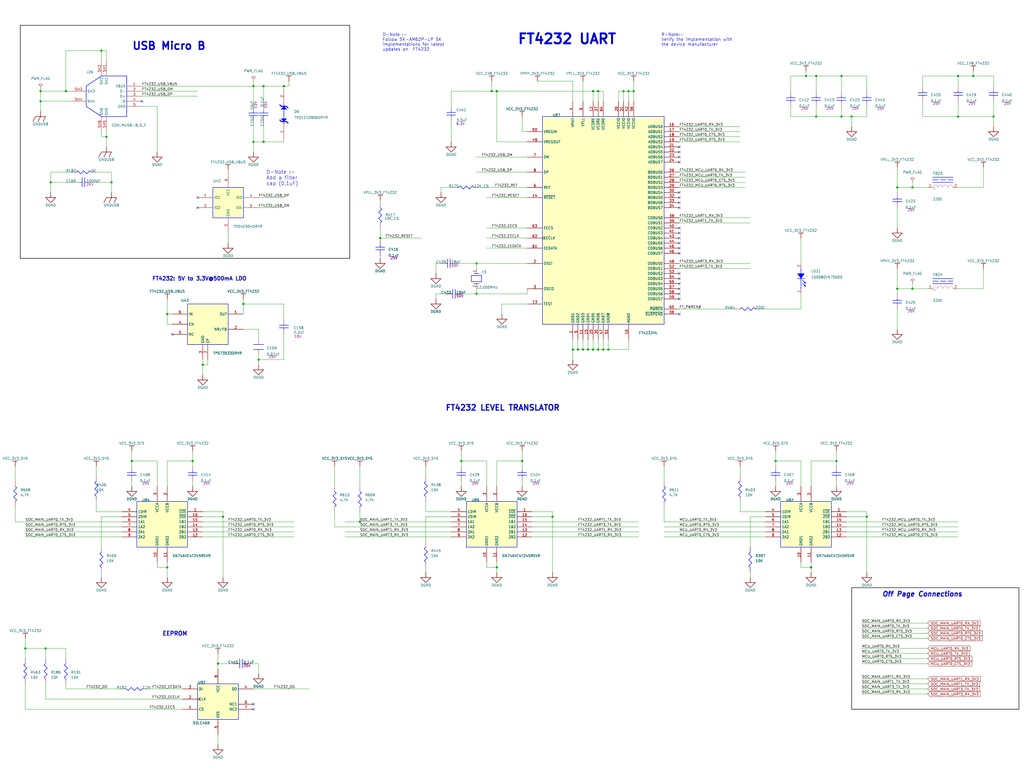
<source format=kicad_sch>
(kicad_sch (version 20231120) (generator "eeschema") (generator_version "8.0")
  (paper "User" 513.08 386.08)
  (junction (at 142.24 43.18))
  (junction (at 121.92 152.4))
  (junction (at 246.38 45.72))
  (junction (at 480.06 58.42))
  (junction (at 449.58 93.98))
  (junction (at 83.82 157.48))
  (junction (at 408.94 58.42))
  (junction (at 294.64 175.26))
  (junction (at 457.2 93.98))
  (junction (at 317.5 45.72))
  (junction (at 403.86 38.1))
  (junction (at 33.02 45.72))
  (junction (at 127 71.12))
  (junction (at 25.4 91.44))
  (junction (at 238.76 132.08))
  (junction (at 20.32 45.72))
  (junction (at 408.94 38.1))
  (junction (at 20.32 50.8))
  (junction (at 111.76 259.08))
  (junction (at 129.54 180.34))
  (junction (at 96.52 231.14))
  (junction (at 419.1 231.14))
  (junction (at 406.4 284.48))
  (junction (at 312.42 45.72))
  (junction (at 248.92 284.48))
  (junction (at 66.04 231.14))
  (junction (at 289.56 175.26))
  (junction (at 297.18 175.26))
  (junction (at 190.5 119.38))
  (junction (at 457.2 144.78))
  (junction (at 434.34 259.08))
  (junction (at 388.62 231.14))
  (junction (at 231.14 231.14))
  (junction (at 302.26 175.26))
  (junction (at 292.1 175.26))
  (junction (at 127 43.18))
  (junction (at 132.08 43.18))
  (junction (at 487.68 38.1))
  (junction (at 83.82 284.48))
  (junction (at 449.58 144.78))
  (junction (at 297.18 45.72))
  (junction (at 180.34 261.62))
  (junction (at 287.02 175.26))
  (junction (at 55.88 91.44))
  (junction (at 12.7 325.12))
  (junction (at 299.72 45.72))
  (junction (at 22.86 325.12))
  (junction (at 421.64 38.1))
  (junction (at 50.8 25.4))
  (junction (at 132.08 71.12))
  (junction (at 101.6 182.88))
  (junction (at 421.64 58.42))
  (junction (at 53.34 68.58))
  (junction (at 109.22 332.74))
  (junction (at 426.72 58.42))
  (junction (at 497.84 58.42))
  (junction (at 480.06 38.1))
  (junction (at 299.72 175.26))
  (junction (at 248.92 45.72))
  (junction (at 276.86 259.08))
  (junction (at 238.76 147.32))
  (junction (at 314.96 45.72))
  (junction (at 261.62 231.14))
  (junction (at 304.8 175.26))
  (no_connect (at 340.36 157.48))
  (no_connect (at 340.36 121.92))
  (no_connect (at 340.36 101.6))
  (no_connect (at 340.36 114.3))
  (no_connect (at 340.36 137.16))
  (no_connect (at 127 355.6))
  (no_connect (at 340.36 116.84))
  (no_connect (at 340.36 76.2))
  (no_connect (at 340.36 127))
  (no_connect (at 99.06 104.14))
  (no_connect (at 340.36 142.24))
  (no_connect (at 340.36 124.46))
  (no_connect (at 340.36 147.32))
  (no_connect (at 99.06 99.06))
  (no_connect (at 127 353.06))
  (no_connect (at 340.36 78.74))
  (no_connect (at 86.36 167.64))
  (no_connect (at 340.36 73.66))
  (no_connect (at 340.36 144.78))
  (no_connect (at 71.12 50.8))
  (no_connect (at 340.36 81.28))
  (no_connect (at 340.36 149.86))
  (no_connect (at 340.36 139.7))
  (no_connect (at 340.36 96.52))
  (no_connect (at 340.36 119.38))
  (no_connect (at 340.36 99.06))
  (no_connect (at 340.36 104.14))
  (wire (pts (xy 370.84 68.58) (xy 340.36 68.58)))
  (wire (pts (xy 462.28 58.42) (xy 480.06 58.42)))
  (wire (pts (xy 287.02 175.26) (xy 289.56 175.26)))
  (wire (pts (xy 60.96 345.44) (xy 33.02 345.44)))
  (wire (pts (xy 66.04 243.84) (xy 66.04 241.3)))
  (wire (pts (xy 213.36 259.08) (xy 226.06 259.08)))
  (wire (pts (xy 375.92 109.22) (xy 340.36 109.22)))
  (wire (pts (xy 388.62 243.84) (xy 388.62 241.3)))
  (wire (pts (xy 403.86 38.1) (xy 403.86 35.56)))
  (wire (pts (xy 464.82 93.98) (xy 457.2 93.98)))
  (wire (pts (xy 246.38 45.72) (xy 246.38 40.64)))
  (wire (pts (xy 48.26 238.76) (xy 48.26 233.68)))
  (wire (pts (xy 492.76 83.82) (xy 492.76 93.98)))
  (wire (pts (xy 264.16 66.04) (xy 261.62 66.04)))
  (wire (pts (xy 50.8 30.48) (xy 50.8 25.4)))
  (wire (pts (xy 419.1 231.14) (xy 419.1 226.06)))
  (wire (pts (xy 320.04 261.62) (xy 266.7 261.62)))
  (wire (pts (xy 213.36 256.54) (xy 213.36 251.46)))
  (wire (pts (xy 406.4 231.14) (xy 406.4 243.84)))
  (wire (pts (xy 297.18 175.26) (xy 299.72 175.26)))
  (wire (pts (xy 462.28 43.18) (xy 462.28 38.1)))
  (wire (pts (xy 220.98 132.08) (xy 218.44 132.08)))
  (wire (pts (xy 248.92 45.72) (xy 297.18 45.72)))
  (wire (pts (xy 154.94 345.44) (xy 127 345.44)))
  (wire (pts (xy 142.24 99.06) (xy 129.54 99.06)))
  (wire (pts (xy 111.76 289.56) (xy 111.76 259.08)))
  (wire (pts (xy 190.5 119.38) (xy 190.5 114.3)))
  (wire (pts (xy 480.06 58.42) (xy 480.06 50.8)))
  (wire (pts (xy 408.94 58.42) (xy 396.24 58.42)))
  (wire (pts (xy 50.8 68.58) (xy 50.8 66.04)))
  (wire (pts (xy 480.06 43.18) (xy 480.06 38.1)))
  (wire (pts (xy 116.84 332.74) (xy 109.22 332.74)))
  (wire (pts (xy 50.8 289.56) (xy 50.8 287.02)))
  (wire (pts (xy 276.86 259.08) (xy 266.7 259.08)))
  (wire (pts (xy 248.92 71.12) (xy 248.92 45.72)))
  (wire (pts (xy 78.74 284.48) (xy 78.74 281.94)))
  (wire (pts (xy 480.06 144.78) (xy 492.76 144.78)))
  (wire (pts (xy 264.16 86.36) (xy 238.76 86.36)))
  (wire (pts (xy 375.92 289.56) (xy 375.92 287.02)))
  (wire (pts (xy 96.52 233.68) (xy 96.52 231.14)))
  (wire (pts (xy 370.84 66.04) (xy 340.36 66.04)))
  (wire (pts (xy 50.8 259.08) (xy 60.96 259.08)))
  (wire (pts (xy 132.08 60.96) (xy 132.08 71.12)))
  (wire (pts (xy 231.14 233.68) (xy 231.14 231.14)))
  (wire (pts (xy 211.328 119.38) (xy 190.5 119.38)))
  (wire (pts (xy 294.64 175.26) (xy 294.64 170.18)))
  (wire (pts (xy 86.36 157.48) (xy 83.82 157.48)))
  (wire (pts (xy 238.76 147.32) (xy 264.16 147.32)))
  (wire (pts (xy 226.06 269.24) (xy 172.72 269.24)))
  (wire (pts (xy 50.8 25.4) (xy 33.02 25.4)))
  (wire (pts (xy 213.36 287.02) (xy 213.36 284.48)))
  (wire (pts (xy 320.04 269.24) (xy 266.7 269.24)))
  (wire (pts (xy 129.54 180.34) (xy 142.24 180.34)))
  (wire (pts (xy 55.88 96.52) (xy 55.88 91.44)))
  (wire (pts (xy 401.32 243.84) (xy 401.32 231.14)))
  (wire (pts (xy 492.76 134.62) (xy 492.76 144.78)))
  (wire (pts (xy 304.8 175.26) (xy 304.8 170.18)))
  (wire (pts (xy 261.62 231.14) (xy 248.92 231.14)))
  (wire (pts (xy 60.96 266.7) (xy 12.7 266.7)))
  (wire (pts (xy 370.84 63.5) (xy 340.36 63.5)))
  (wire (pts (xy 132.08 53.34) (xy 132.08 43.18)))
  (wire (pts (xy 20.32 55.88) (xy 20.32 50.8)))
  (wire (pts (xy 421.64 58.42) (xy 421.64 53.34)))
  (wire (pts (xy 383.54 256.54) (xy 370.84 256.54)))
  (wire (pts (xy 434.34 58.42) (xy 426.72 58.42)))
  (wire (pts (xy 132.08 43.18) (xy 142.24 43.18)))
  (wire (pts (xy 388.62 231.14) (xy 388.62 226.06)))
  (wire (pts (xy 114.3 85.09) (xy 114.3 86.36)))
  (wire (pts (xy 368.3 154.94) (xy 340.36 154.94)))
  (wire (pts (xy 190.5 100.33) (xy 190.5 101.6)))
  (wire (pts (xy 299.72 50.8) (xy 299.72 45.72)))
  (wire (pts (xy 299.72 175.26) (xy 299.72 170.18)))
  (wire (pts (xy 22.86 325.12) (xy 33.02 325.12)))
  (wire (pts (xy 91.44 355.6) (xy 12.7 355.6)))
  (wire (pts (xy 132.08 71.12) (xy 142.24 71.12)))
  (wire (pts (xy 180.34 243.84) (xy 180.34 233.68)))
  (wire (pts (xy 464.82 330.2) (xy 431.8 330.2)))
  (wire (pts (xy 302.26 175.26) (xy 304.8 175.26)))
  (wire (pts (xy 20.32 45.72) (xy 33.02 45.72)))
  (wire (pts (xy 226.06 266.7) (xy 172.72 266.7)))
  (wire (pts (xy 497.84 38.1) (xy 497.84 43.18)))
  (wire (pts (xy 190.5 129.54) (xy 190.5 128.27)))
  (wire (pts (xy 53.34 68.58) (xy 53.34 66.04)))
  (wire (pts (xy 142.24 152.4) (xy 121.92 152.4)))
  (wire (pts (xy 480.06 58.42) (xy 497.84 58.42)))
  (wire (pts (xy 401.32 284.48) (xy 401.32 281.94)))
  (wire (pts (xy 401.32 154.94) (xy 401.32 147.32)))
  (wire (pts (xy 264.16 147.32) (xy 264.16 144.78)))
  (wire (pts (xy 375.92 111.76) (xy 340.36 111.76)))
  (wire (pts (xy 419.1 233.68) (xy 419.1 231.14)))
  (wire (pts (xy 25.4 91.44) (xy 25.4 86.36)))
  (wire (pts (xy 227.33 93.98) (xy 220.98 93.98)))
  (wire (pts (xy 114.3 121.92) (xy 114.3 116.84)))
  (wire (pts (xy 83.82 284.48) (xy 83.82 281.94)))
  (wire (pts (xy 320.04 266.7) (xy 266.7 266.7)))
  (wire (pts (xy 287.02 50.8) (xy 287.02 40.64)))
  (wire (pts (xy 53.34 73.66) (xy 53.34 68.58)))
  (wire (pts (xy 53.34 30.48) (xy 53.34 25.4)))
  (wire (pts (xy 218.44 132.08) (xy 218.44 137.16)))
  (wire (pts (xy 142.24 160.02) (xy 142.24 152.4)))
  (wire (pts (xy 434.34 256.54) (xy 424.18 256.54)))
  (wire (pts (xy 401.32 231.14) (xy 388.62 231.14)))
  (wire (pts (xy 111.76 256.54) (xy 101.6 256.54)))
  (wire (pts (xy 309.88 50.8) (xy 309.88 45.72)))
  (wire (pts (xy 464.82 314.96) (xy 431.8 314.96)))
  (wire (pts (xy 142.24 180.34) (xy 142.24 167.64)))
  (wire (pts (xy 396.24 38.1) (xy 403.86 38.1)))
  (wire (pts (xy 243.84 231.14) (xy 231.14 231.14)))
  (wire (pts (xy 497.84 58.42) (xy 497.84 50.8)))
  (wire (pts (xy 144.78 43.18) (xy 144.78 40.64)))
  (wire (pts (xy 421.64 38.1) (xy 408.94 38.1)))
  (wire (pts (xy 109.22 373.38) (xy 109.22 368.3)))
  (wire (pts (xy 464.82 332.74) (xy 431.8 332.74)))
  (wire (pts (xy 261.62 66.04) (xy 261.62 58.42)))
  (wire (pts (xy 276.86 256.54) (xy 266.7 256.54)))
  (wire (pts (xy 12.7 325.12) (xy 22.86 325.12)))
  (wire (pts (xy 434.34 287.02) (xy 434.34 259.08)))
  (wire (pts (xy 434.34 53.34) (xy 434.34 58.42)))
  (wire (pts (xy 304.8 175.26) (xy 314.96 175.26)))
  (wire (pts (xy 25.4 86.36) (xy 35.56 86.36)))
  (wire (pts (xy 480.06 93.98) (xy 492.76 93.98)))
  (wire (pts (xy 22.86 330.2) (xy 22.86 325.12)))
  (wire (pts (xy 248.92 284.48) (xy 248.92 281.94)))
  (wire (pts (xy 226.06 53.34) (xy 226.06 45.72)))
  (wire (pts (xy 129.54 165.1) (xy 121.92 165.1)))
  (wire (pts (xy 129.54 332.74) (xy 124.46 332.74)))
  (wire (pts (xy 246.38 45.72) (xy 248.92 45.72)))
  (wire (pts (xy 264.16 119.38) (xy 243.84 119.38)))
  (wire (pts (xy 129.54 337.82) (xy 129.54 332.74)))
  (wire (pts (xy 464.82 327.66) (xy 431.8 327.66)))
  (wire (pts (xy 226.06 71.12) (xy 226.06 60.96)))
  (wire (pts (xy 248.92 284.48) (xy 243.84 284.48)))
  (wire (pts (xy 457.2 91.44) (xy 457.2 93.98)))
  (wire (pts (xy 147.32 269.24) (xy 101.6 269.24)))
  (wire (pts (xy 383.54 264.16) (xy 332.74 264.16)))
  (wire (pts (xy 91.44 345.44) (xy 73.66 345.44)))
  (wire (pts (xy 127 71.12) (xy 127 60.96)))
  (wire (pts (xy 449.58 93.98) (xy 449.58 83.82)))
  (wire (pts (xy 449.58 114.3) (xy 449.58 104.14)))
  (wire (pts (xy 408.94 58.42) (xy 408.94 53.34)))
  (wire (pts (xy 101.6 182.88) (xy 101.6 180.34)))
  (wire (pts (xy 127 76.2) (xy 127 71.12)))
  (wire (pts (xy 33.02 45.72) (xy 35.56 45.72)))
  (wire (pts (xy 487.68 38.1) (xy 497.84 38.1)))
  (wire (pts (xy 462.28 38.1) (xy 480.06 38.1)))
  (wire (pts (xy 238.76 147.32) (xy 238.76 144.78)))
  (wire (pts (xy 449.58 96.52) (xy 449.58 93.98)))
  (wire (pts (xy 22.86 350.52) (xy 22.86 342.9)))
  (wire (pts (xy 127 53.34) (xy 127 43.18)))
  (wire (pts (xy 264.16 93.98) (xy 240.03 93.98)))
  (wire (pts (xy 302.26 175.26) (xy 302.26 170.18)))
  (wire (pts (xy 218.44 147.32) (xy 218.44 149.86)))
  (wire (pts (xy 99.06 48.26) (xy 71.12 48.26)))
  (wire (pts (xy 480.06 261.62) (xy 424.18 261.62)))
  (wire (pts (xy 55.88 91.44) (xy 45.72 91.44)))
  (wire (pts (xy 243.84 243.84) (xy 243.84 231.14)))
  (wire (pts (xy 314.96 45.72) (xy 317.5 45.72)))
  (wire (pts (xy 111.76 259.08) (xy 101.6 259.08)))
  (wire (pts (xy 419.1 231.14) (xy 406.4 231.14)))
  (wire (pts (xy 299.72 45.72) (xy 302.26 45.72)))
  (wire (pts (xy 264.16 78.74) (xy 238.76 78.74)))
  (wire (pts (xy 243.84 284.48) (xy 243.84 281.94)))
  (wire (pts (xy 7.62 261.62) (xy 7.62 254)))
  (wire (pts (xy 55.88 91.44) (xy 55.88 86.36)))
  (wire (pts (xy 33.02 345.44) (xy 33.02 342.9)))
  (wire (pts (xy 142.24 104.14) (xy 129.54 104.14)))
  (wire (pts (xy 297.18 175.26) (xy 297.18 170.18)))
  (wire (pts (xy 167.64 264.16) (xy 226.06 264.16)))
  (wire (pts (xy 142.24 43.18) (xy 142.24 44.45)))
  (wire (pts (xy 142.24 71.12) (xy 142.24 69.85)))
  (wire (pts (xy 449.58 147.32) (xy 449.58 144.78)))
  (wire (pts (xy 129.54 180.34) (xy 129.54 177.8)))
  (wire (pts (xy 104.14 182.88) (xy 101.6 182.88)))
  (wire (pts (xy 289.56 175.26) (xy 289.56 170.18)))
  (wire (pts (xy 370.84 256.54) (xy 370.84 251.46)))
  (wire (pts (xy 96.52 231.14) (xy 96.52 226.06)))
  (wire (pts (xy 238.76 132.08) (xy 264.16 132.08)))
  (wire (pts (xy 12.7 325.12) (xy 12.7 320.04)))
  (wire (pts (xy 464.82 347.98) (xy 431.8 347.98)))
  (wire (pts (xy 375.92 274.32) (xy 375.92 259.08)))
  (wire (pts (xy 406.4 284.48) (xy 401.32 284.48)))
  (wire (pts (xy 226.06 45.72) (xy 246.38 45.72)))
  (wire (pts (xy 421.64 58.42) (xy 408.94 58.42)))
  (wire (pts (xy 480.06 264.16) (xy 424.18 264.16)))
  (wire (pts (xy 373.38 91.44) (xy 340.36 91.44)))
  (wire (pts (xy 373.38 86.36) (xy 340.36 86.36)))
  (wire (pts (xy 71.12 43.18) (xy 127 43.18)))
  (wire (pts (xy 297.18 50.8) (xy 297.18 45.72)))
  (wire (pts (xy 264.16 124.46) (xy 243.84 124.46)))
  (wire (pts (xy 383.54 266.7) (xy 332.74 266.7)))
  (wire (pts (xy 276.86 287.02) (xy 276.86 259.08)))
  (wire (pts (xy 60.96 256.54) (xy 48.26 256.54)))
  (wire (pts (xy 251.46 152.4) (xy 251.46 157.48)))
  (wire (pts (xy 127 40.64) (xy 127 43.18)))
  (wire (pts (xy 83.82 162.56) (xy 83.82 157.48)))
  (wire (pts (xy 396.24 45.72) (xy 396.24 38.1)))
  (wire (pts (xy 228.6 132.08) (xy 238.76 132.08)))
  (wire (pts (xy 373.38 93.98) (xy 340.36 93.98)))
  (wire (pts (xy 464.82 320.04) (xy 431.8 320.04)))
  (wire (pts (xy 292.1 50.8) (xy 292.1 40.64)))
  (wire (pts (xy 78.74 231.14) (xy 66.04 231.14)))
  (wire (pts (xy 101.6 187.96) (xy 101.6 182.88)))
  (wire (pts (xy 292.1 175.26) (xy 292.1 170.18)))
  (wire (pts (xy 406.4 287.02) (xy 406.4 284.48)))
  (wire (pts (xy 83.82 289.56) (xy 83.82 284.48)))
  (wire (pts (xy 421.64 45.72) (xy 421.64 38.1)))
  (wire (pts (xy 312.42 50.8) (xy 312.42 45.72)))
  (wire (pts (xy 147.32 266.7) (xy 101.6 266.7)))
  (wire (pts (xy 487.68 38.1) (xy 487.68 35.56)))
  (wire (pts (xy 20.32 50.8) (xy 20.32 45.72)))
  (wire (pts (xy 220.98 93.98) (xy 220.98 96.52)))
  (wire (pts (xy 317.5 50.8) (xy 317.5 45.72)))
  (wire (pts (xy 109.22 332.74) (xy 109.22 327.66)))
  (wire (pts (xy 104.14 180.34) (xy 104.14 182.88)))
  (wire (pts (xy 317.5 45.72) (xy 317.5 40.64)))
  (wire (pts (xy 434.34 259.08) (xy 434.34 256.54)))
  (wire (pts (xy 55.88 86.36) (xy 48.26 86.36)))
  (wire (pts (xy 53.34 68.58) (xy 50.8 68.58)))
  (wire (pts (xy 48.26 256.54) (xy 48.26 251.46)))
  (wire (pts (xy 66.04 231.14) (xy 66.04 226.06)))
  (wire (pts (xy 231.14 147.32) (xy 238.76 147.32)))
  (wire (pts (xy 33.02 25.4) (xy 33.02 45.72)))
  (wire (pts (xy 33.02 325.12) (xy 33.02 330.2)))
  (wire (pts (xy 12.7 355.6) (xy 12.7 342.9)))
  (wire (pts (xy 264.16 99.06) (xy 243.84 99.06)))
  (wire (pts (xy 480.06 269.24) (xy 424.18 269.24)))
  (wire (pts (xy 129.54 170.18) (xy 129.54 165.1)))
  (wire (pts (xy 457.2 93.98) (xy 449.58 93.98)))
  (wire (pts (xy 302.26 45.72) (xy 302.26 50.8)))
  (wire (pts (xy 289.56 175.26) (xy 292.1 175.26)))
  (wire (pts (xy 375.92 132.08) (xy 340.36 132.08)))
  (wire (pts (xy 53.34 25.4) (xy 50.8 25.4)))
  (wire (pts (xy 264.16 71.12) (xy 248.92 71.12)))
  (wire (pts (xy 408.94 45.72) (xy 408.94 38.1)))
  (wire (pts (xy 434.34 45.72) (xy 434.34 38.1)))
  (wire (pts (xy 401.32 132.08) (xy 401.32 119.38)))
  (wire (pts (xy 464.82 325.12) (xy 431.8 325.12)))
  (wire (pts (xy 226.06 256.54) (xy 213.36 256.54)))
  (wire (pts (xy 449.58 144.78) (xy 449.58 134.62)))
  (wire (pts (xy 287.02 180.34) (xy 287.02 175.26)))
  (wire (pts (xy 147.32 264.16) (xy 101.6 264.16)))
  (wire (pts (xy 12.7 330.2) (xy 12.7 325.12)))
  (wire (pts (xy 480.06 266.7) (xy 424.18 266.7)))
  (wire (pts (xy 287.02 175.26) (xy 287.02 170.18)))
  (wire (pts (xy 332.74 261.62) (xy 332.74 254)))
  (wire (pts (xy 287.02 40.64) (xy 269.24 40.64)))
  (wire (pts (xy 261.62 243.84) (xy 261.62 241.3)))
  (wire (pts (xy 314.96 50.8) (xy 314.96 45.72)))
  (wire (pts (xy 264.16 152.4) (xy 251.46 152.4)))
  (wire (pts (xy 297.18 45.72) (xy 299.72 45.72)))
  (wire (pts (xy 129.54 182.88) (xy 129.54 180.34)))
  (wire (pts (xy 383.54 261.62) (xy 332.74 261.62)))
  (wire (pts (xy 464.82 317.5) (xy 431.8 317.5)))
  (wire (pts (xy 180.34 261.62) (xy 180.34 256.54)))
  (wire (pts (xy 464.82 144.78) (xy 457.2 144.78)))
  (wire (pts (xy 213.36 271.78) (xy 213.36 259.08)))
  (wire (pts (xy 96.52 231.14) (xy 83.82 231.14)))
  (wire (pts (xy 406.4 284.48) (xy 406.4 281.94)))
  (wire (pts (xy 388.62 233.68) (xy 388.62 231.14)))
  (wire (pts (xy 127 71.12) (xy 132.08 71.12)))
  (wire (pts (xy 396.24 58.42) (xy 396.24 53.34)))
  (wire (pts (xy 464.82 342.9) (xy 431.8 342.9)))
  (wire (pts (xy 375.92 259.08) (xy 383.54 259.08)))
  (wire (pts (xy 66.04 233.68) (xy 66.04 231.14)))
  (wire (pts (xy 50.8 274.32) (xy 50.8 259.08)))
  (wire (pts (xy 462.28 50.8) (xy 462.28 58.42)))
  (wire (pts (xy 35.56 50.8) (xy 20.32 50.8)))
  (wire (pts (xy 91.44 350.52) (xy 22.86 350.52)))
  (wire (pts (xy 464.82 345.44) (xy 431.8 345.44)))
  (wire (pts (xy 480.06 38.1) (xy 487.68 38.1)))
  (wire (pts (xy 78.74 76.2) (xy 78.74 53.34)))
  (wire (pts (xy 370.84 71.12) (xy 340.36 71.12)))
  (wire (pts (xy 248.92 287.02) (xy 248.92 284.48)))
  (wire (pts (xy 109.22 335.28) (xy 109.22 332.74)))
  (wire (pts (xy 381 154.94) (xy 401.32 154.94)))
  (wire (pts (xy 314.96 175.26) (xy 314.96 170.18)))
  (wire (pts (xy 25.4 96.52) (xy 25.4 91.44)))
  (wire (pts (xy 78.74 53.34) (xy 71.12 53.34)))
  (wire (pts (xy 370.84 238.76) (xy 370.84 233.68)))
  (wire (pts (xy 127 43.18) (xy 132.08 43.18)))
  (wire (pts (xy 60.96 264.16) (xy 12.7 264.16)))
  (wire (pts (xy 238.76 134.62) (xy 238.76 132.08)))
  (wire (pts (xy 231.14 231.14) (xy 231.14 226.06)))
  (wire (pts (xy 78.74 243.84) (xy 78.74 231.14)))
  (wire (pts (xy 83.82 231.14) (xy 83.82 243.84)))
  (wire (pts (xy 99.06 45.72) (xy 71.12 45.72)))
  (wire (pts (xy 292.1 175.26) (xy 294.64 175.26)))
  (wire (pts (xy 383.54 269.24) (xy 332.74 269.24)))
  (wire (pts (xy 147.32 261.62) (xy 101.6 261.62)))
  (wire (pts (xy 213.36 238.76) (xy 213.36 233.68)))
  (wire (pts (xy 434.34 259.08) (xy 424.18 259.08)))
  (wire (pts (xy 7.62 241.3) (xy 7.62 233.68)))
  (wire (pts (xy 264.16 114.3) (xy 243.84 114.3)))
  (wire (pts (xy 309.88 45.72) (xy 312.42 45.72)))
  (wire (pts (xy 261.62 233.68) (xy 261.62 231.14)))
  (wire (pts (xy 111.76 259.08) (xy 111.76 256.54)))
  (wire (pts (xy 464.82 312.42) (xy 431.8 312.42)))
  (wire (pts (xy 83.82 284.48) (xy 78.74 284.48)))
  (wire (pts (xy 172.72 261.62) (xy 180.34 261.62)))
  (wire (pts (xy 261.62 231.14) (xy 261.62 226.06)))
  (wire (pts (xy 373.38 88.9) (xy 340.36 88.9)))
  (wire (pts (xy 180.34 261.62) (xy 226.06 261.62)))
  (wire (pts (xy 457.2 144.78) (xy 449.58 144.78)))
  (wire (pts (xy 449.58 165.1) (xy 449.58 154.94)))
  (wire (pts (xy 248.92 231.14) (xy 248.92 243.84)))
  (wire (pts (xy 497.84 63.5) (xy 497.84 58.42)))
  (wire (pts (xy 96.52 243.84) (xy 96.52 241.3)))
  (wire (pts (xy 121.92 152.4) (xy 121.92 149.86)))
  (wire (pts (xy 223.52 147.32) (xy 218.44 147.32)))
  (wire (pts (xy 375.92 134.62) (xy 340.36 134.62)))
  (wire (pts (xy 457.2 142.24) (xy 457.2 144.78)))
  (wire (pts (xy 299.72 175.26) (xy 302.26 175.26)))
  (wire (pts (xy 60.96 261.62) (xy 7.62 261.62)))
  (wire (pts (xy 419.1 243.84) (xy 419.1 241.3)))
  (wire (pts (xy 426.72 63.5) (xy 426.72 58.42)))
  (wire (pts (xy 60.96 269.24) (xy 12.7 269.24)))
  (wire (pts (xy 190.5 120.65) (xy 190.5 119.38)))
  (wire (pts (xy 167.64 243.84) (xy 167.64 233.68)))
  (wire (pts (xy 408.94 38.1) (xy 403.86 38.1)))
  (wire (pts (xy 86.36 162.56) (xy 83.82 162.56)))
  (wire (pts (xy 312.42 45.72) (xy 314.96 45.72)))
  (wire (pts (xy 20.32 44.45) (xy 20.32 45.72)))
  (wire (pts (xy 231.14 243.84) (xy 231.14 241.3)))
  (wire (pts (xy 294.64 175.26) (xy 297.18 175.26)))
  (wire (pts (xy 167.64 256.54) (xy 167.64 264.16)))
  (wire (pts (xy 121.92 157.48) (xy 121.92 152.4)))
  (wire (pts (xy 426.72 58.42) (xy 421.64 58.42)))
  (wire (pts (xy 83.82 157.48) (xy 83.82 149.86)))
  (wire (pts (xy 464.82 340.36) (xy 431.8 340.36)))
  (wire (pts (xy 276.86 259.08) (xy 276.86 256.54)))
  (wire (pts (xy 320.04 264.16) (xy 266.7 264.16)))
  (wire (pts (xy 332.74 241.3) (xy 332.74 233.68)))
  (wire (pts (xy 142.24 43.18) (xy 144.78 43.18)))
  (wire (pts (xy 38.1 91.44) (xy 25.4 91.44)))
  (wire (pts (xy 434.34 38.1) (xy 421.64 38.1)))
  (rectangle (start 510.54 294.64) (end 426.72 355.6) (stroke (width 0.254) (color 0 0 0 1)))
  (rectangle (start 175.26 12.7) (end 10.16 129.54) (stroke (width 0.254) (color 0 0 0 1)))
  (text_box "D-Note :-\nFollow SK-AM62P-LP SK \nimplementations for latest\nupdates on  FT4232" (at 237.49 27.432 0) (size -46.99 -12.192) (stroke (width -0.0001) (color 0 0 0 1)) (effects (font (size 1.524 1.524)) (justify left top)))
  (text_box "R-Note:-\nVerify the implementation with\nthe device manufacturer" (at 384.302 24.384 0) (size -54.102 -9.144) (stroke (width -0.0001) (color 0 0 0 1)) (effects (font (size 1.524 1.524)) (justify left top)))
  (text_box "D-Note :-\nAdd a filter\ncap (0.1uF)" (at 157.48 94.488 0) (size -25.4 -10.668) (stroke (width -0.0001) (color 0 0 0 1)) (effects (font (size 1.778 1.778)) (justify left top)))
  (text "FT4232 UART" (at 259.08 22.606 0) (effects (font (size 4.953 4.953) (bold yes)) (justify left bottom)))
  (text "FT4232: 5V to 3.3V@500mA LDO" (at 76.2 140.97 0) (effects (font (size 1.905 1.905) (bold yes)) (justify left bottom)))
  (text "USB Micro B" (at 66.04 25.4 0) (effects (font (size 3.81 3.81) (bold yes)) (justify left bottom)))
  (text "Off Page Connections" (at 441.96 299.466 0) (effects (font (size 2.413 2.413) (bold yes) (italic yes)) (justify left bottom)))
  (text " FT4232 LEVEL TRANSLATOR" (at 220.98 206.248 0) (effects (font (size 2.794 2.794) (bold yes)) (justify left bottom)))
  (text "EEPROM" (at 81.28 319.024 0) (effects (font (size 2.032 2.032) (bold yes)) (justify left bottom)))
  (label "SOC_MAIN_UART0_RTS_3V3" (at 12.7 264.16 0))
  (label "MCU_UART0_CTS_3V3" (at 340.36 269.24 0))
  (label "FT4232_UART3_RX_3V3" (at 340.36 132.08 0))
  (label "FT4232_EEDATA" (at 76.2 345.44 0))
  (label "FT4232_UART0_CTS_3V3" (at 340.36 68.58 0))
  (label "FT4232_MCU_UART0_TX_3V3" (at 340.36 88.9 0))
  (label "MCU_UART0_TX_3V3" (at 431.8 327.66 0))
  (label "SOC_MAIN_UART1_TX_3V3" (at 180.34 261.62 0))
  (label "FT4232_UART1_TX_3V3" (at 289.56 261.62 0))
  (label "FT4232_UART3_RX_3V3" (at 289.56 269.24 0))
  (label "SOC_MAIN_UART0_CTS_3V3" (at 12.7 269.24 0))
  (label "SOC_MAIN_UART3_RX_3V3" (at 180.34 269.24 0))
  (label "FT4232_UART0_RX_3V3" (at 114.3 266.7 0))
  (label "FT4232_MCU_UART0_RTS_3V3" (at 340.36 93.98 0))
  (label "FT4232_MCU_UART0_CTS_3V3" (at 340.36 91.44 0))
  (label "FT4232_MCU_UART0_RX_3V3" (at 441.96 266.7 0))
  (label "FT4232_EECS" (at 246.38 114.3 0))
  (label "FT4232_RESET" (at 193.04 119.38 0))
  (label "FT4232_UART1_TX_3V3" (at 340.36 111.76 0))
  (label "SOC_MAIN_UART3_RX_3V3" (at 431.8 347.98 0))
  (label "FT4232_USB_DP" (at 241.3 86.36 0))
  (label "FT4232_USB_DP" (at 129.54 99.06 0))
  (label "MCU_UART0_CTS_3V3" (at 431.8 332.74 0))
  (label "MCU_UART0_RX_3V3" (at 340.36 266.7 0))
  (label "FT4232_UART0_CTS_3V3" (at 114.3 269.24 0))
  (label "SOC_MAIN_UART3_TX_3V3" (at 180.34 264.16 0))
  (label "FT_PWREN#" (at 340.36 154.94 0))
  (label "FT4232_USB_DP" (at 71.12 48.26 0))
  (label "FT4232_UART3_TX_3V3" (at 289.56 264.16 0))
  (label "FT4232_USB_DM" (at 71.12 45.72 0))
  (label "SOC_MAIN_UART1_RX_3V3" (at 180.34 266.7 0))
  (label "MCU_UART0_RX_3V3" (at 431.8 325.12 0))
  (label "FT4232_UART1_RX_3V3" (at 340.36 109.22 0))
  (label "MCU_UART0_RTS_3V3" (at 431.8 330.2 0))
  (label "FT4232_MCU_UART0_TX_3V3" (at 441.96 261.62 0))
  (label "FT4232_UART0_RTS_3V3" (at 340.36 71.12 0))
  (label "SOC_MAIN_UART0_CTS_3V3" (at 431.8 320.04 0))
  (label "FT4232_RESET" (at 246.38 99.06 0))
  (label "MCU_UART0_TX_3V3" (at 340.36 261.62 0))
  (label "FT4232_EECS" (at 74.93 355.6 0))
  (label "SOC_MAIN_UART0_RX_3V3" (at 12.7 266.7 0))
  (label "SOC_MAIN_UART1_RX_3V3" (at 431.8 340.36 0))
  (label "FT4232_UART0_RX_3V3" (at 340.36 63.5 0))
  (label "FT4232_REF" (at 247.904 93.98 0))
  (label "FT4232_DO" (at 43.18 345.44 0))
  (label "FT4232_UART3_TX_3V3" (at 340.36 134.62 0))
  (label "FT4232_DO" (at 137.16 345.44 0))
  (label "SOC_MAIN_UART1_TX_3V3" (at 431.8 342.9 0))
  (label "FT4232_UART0_TX_3V3" (at 340.36 66.04 0))
  (label "FT4232_EECLK" (at 246.38 119.38 0))
  (label "FT4232_UART1_RX_3V3" (at 289.56 266.7 0))
  (label "FT4232_MCU_UART0_RX_3V3" (at 340.36 86.36 0))
  (label "FT4232_UART0_RTS_3V3" (at 114.3 264.16 0))
  (label "SOC_MAIN_UART0_TX_3V3" (at 431.8 314.96 0))
  (label "FT4232_UART0_TX_3V3" (at 114.3 261.62 0))
  (label "FT4232_USB_DM" (at 129.54 104.14 0))
  (label "FT4232_EECLK" (at 76.2 350.52 0))
  (label "SOC_MAIN_UART0_RX_3V3" (at 431.8 312.42 0))
  (label "SOC_MAIN_UART3_TX_3V3" (at 431.8 345.44 0))
  (label "SOC_MAIN_UART0_TX_3V3" (at 12.7 261.62 0))
  (label "FT4232_MCU_UART0_RTS_3V3" (at 441.96 264.16 0))
  (label "FT4232_EEDATA" (at 246.38 124.46 0))
  (label "SOC_MAIN_UART0_RTS_3V3" (at 431.8 317.5 0))
  (label "MCU_UART0_RTS_3V3" (at 340.36 264.16 0))
  (label "FT4232_USB_DM" (at 241.3 78.74 0))
  (label "FT4232_MCU_UART0_CTS_3V3" (at 441.96 269.24 0))
  (label "FT4232_USB_VBUS" (at 71.12 43.18 0))
  (global_label "SOC_MAIN_UART0_CTS_3V3" (shape input) (at 464.82 320.04 0) (property "Intersheetrefs" "${INTERSHEET_REFS}" (effects (hide yes))))
  (global_label "MCU_UART0_CTS_3V3" (shape input) (at 464.82 332.74 0) (property "Intersheetrefs" "${INTERSHEET_REFS}" (effects (hide yes))))
  (global_label "SOC_MAIN_UART3_TX_3V3" (shape input) (at 464.82 345.44 0) (property "Intersheetrefs" "${INTERSHEET_REFS}" (effects (hide yes))))
  (global_label "SOC_MAIN_UART0_RTS_3V3" (shape input) (at 464.82 317.5 0) (property "Intersheetrefs" "${INTERSHEET_REFS}" (effects (hide yes))))
  (global_label "SOC_MAIN_UART3_RX_3V3" (shape input) (at 464.82 347.98 0) (property "Intersheetrefs" "${INTERSHEET_REFS}" (effects (hide yes))))
  (global_label "SOC_MAIN_UART1_TX_3V3" (shape input) (at 464.82 342.9 0) (property "Intersheetrefs" "${INTERSHEET_REFS}" (effects (hide yes))))
  (global_label "MCU_UART0_TX_3V3" (shape input) (at 464.82 327.66 0) (property "Intersheetrefs" "${INTERSHEET_REFS}" (effects (hide yes))))
  (global_label "MCU_UART0_RX_3V3" (shape input) (at 464.82 325.12 0) (property "Intersheetrefs" "${INTERSHEET_REFS}" (effects (hide yes))))
  (global_label "SOC_MAIN_UART0_TX_3V3" (shape input) (at 464.82 314.96 0) (property "Intersheetrefs" "${INTERSHEET_REFS}" (effects (hide yes))))
  (global_label "SOC_MAIN_UART1_RX_3V3" (shape input) (at 464.82 340.36 0) (property "Intersheetrefs" "${INTERSHEET_REFS}" (effects (hide yes))))
  (global_label "SOC_MAIN_UART0_RX_3V3" (shape input) (at 464.82 312.42 0) (property "Intersheetrefs" "${INTERSHEET_REFS}" (effects (hide yes))))
  (global_label "MCU_UART0_RTS_3V3" (shape input) (at 464.82 330.2 0) (property "Intersheetrefs" "${INTERSHEET_REFS}" (effects (hide yes))))
  (symbol (lib_id "26-altium-import:root_3_RESISTOR_Dup6") (at 71.12 342.9 0) (unit 1)
    (property "Reference" "R192" (at 58.42 345.44 0) (effects (justify left bottom)))
    (property "Value" "2.2K" (at 71.12 345.44 0) (effects (justify left bottom)))
    (property "Footprint" "RES0402_0-5" (effects (hide yes)))
    (property "Description" "RES 2.2K 1/16W 5% 0402" (effects (hide yes)))
    (property "LIBRARY REF" "RESISTOR" (effects (hide yes)))
    (property "MISTRAL PART NO" "110010120018-R" (effects (hide yes)))
    (property "PROJECT" "TE4" (effects (hide yes)))
    (property "MFR_NAME" "YAGEO AMERICA" (effects (hide yes)))
    (property "MFR_PART_NUMBER" "RC0402JR-072K2L" (effects (hide yes)))
    (property "PART_TYPE" "RESISTOR~{S}FIXED" (effects (hide yes)))
    (property "TOLERANCE" "5%" (effects (hide yes)))
    (property "VOLTAGE" "NA" (effects (hide yes)))
    (property "WATTAGE" "1/16W" (effects (hide yes)))
    (property "PACKAGE" "0402" (effects (hide yes)))
    (property "DISTRIBUTOR_NAME" "DIGIKEY" (effects (hide yes)))
    (property "DISTRIBUTOR_PART_NUMBER" "311-2.2KJRCT-ND" (effects (hide yes)))
    (property "HEIGHT" "0.40MM" (effects (hide yes)))
    (property "WEIGHT" "0.65mg" (effects (hide yes)))
    (property "TEMPERATURE" "-55癈+155癈" (effects (hide yes)))
    (property "DATASHEET" "Y~{:}MIS_DATABAS~{E}DATASHEET~{S}RESISTOR~{S}RCXXXXL-SER_MAR18.PDF" (effects (hide yes)))
    (property "CRTD /DATE" "BAVISH/021210" (effects (hide yes)))
    (property "CHKD/DATE" "VASANTHA/061216" (effects (hide yes)))
    (property "CUSTOMS_HS_CODE" "85332119" (effects (hide yes)))
    (property "CUSTOM_DUTY" "15%" (effects (hide yes)))
    (property "MECHANICAL 3D STEP FILE" "RES0402_0-5" (effects (hide yes)))
    (property "FOOTPRINT PATH" "Y~{:}MIS_DATABAS~{E}Librar~{y}ALTIUM_TOO~{L}PCB_FOOTPRINT~{S}Altium_Footprint_Lib.PcbLib" (effects (hide yes)))
    (property "PCB FOOTPRINT" "RES0402_0-5" (effects (hide yes)))
    (property "FOOTPRINT REF" "RES0402_0-5" (effects (hide yes)))
    (property "LIBRARY PATH" "Y~{:}MIS_DATABAS~{E}Librar~{y}ALTIUM_TOO~{L}SCHEMATICS_PART~{S}MS_DISCRETE_Library.schlib" (effects (hide yes)))
  )
  (symbol (lib_id "26-altium-import:root_2_CAP_Dup3") (at 452.12 152.4 0) (unit 1)
    (property "Reference" "C425" (at 453.644 152.4 0) (effects (justify left bottom)))
    (property "Value" "0.1uF" (at 453.644 155.448 0) (effects (justify left bottom)))
    (property "Footprint" "CAP0402_0-75" (effects (hide yes)))
    (property "Description" "CAP CERAMIC 0.1uF 25V 20% X5R 0402" (effects (hide yes)))
    (property "ALT_MFR_PART_NUMBER" "CC0402KRX5R8BB104" (effects (hide yes)))
    (property "MISTRAL PART NO" "120020080003-R" (effects (hide yes)))
    (property "PROJECT" "AM64x_EVM_BRD" (effects (hide yes)))
    (property "MFR_NAME" "WURTH ELECTRONICS" (effects (hide yes)))
    (property "MFR_PART_NUMBER" "885012105018" (effects (hide yes)))
    (property "PART_TYPE" "CAPACITOR~{S}CERAMIC" (effects (hide yes)))
    (property "TOLERANCE" "20%" (effects (hide yes)))
    (property "VOLTAGE" "25V" (at 454.66 156.718 0) (effects (justify left bottom)))
    (property "WATTAGE" "NA" (effects (hide yes)))
    (property "PACKAGE" "0402" (effects (hide yes)))
    (property "DISTRIBUTOR_NAME" "DIGIKEY" (effects (hide yes)))
    (property "DISTRIBUTOR_PART_NUMBER" "732-7495-1-ND" (effects (hide yes)))
    (property "HEIGHT" "0.55MM" (effects (hide yes)))
    (property "WEIGHT" "0.65mg" (effects (hide yes)))
    (property "TEMPERATURE" "-55癈+85癈" (effects (hide yes)))
    (property "DATASHEET" "Y~{:}MIS_DATABAS~{E}DATASHEET~{S}CAPACITOR~{S}885012105018.PDF" (effects (hide yes)))
    (property "CRTD /DATE" "ALVY/170820" (effects (hide yes)))
    (property "CHKD/DATE" "MANIRAJA/170820" (effects (hide yes)))
    (property "CUSTOMS_HS_CODE" "85322990" (effects (hide yes)))
    (property "CUSTOM_DUTY" "15%" (effects (hide yes)))
    (property "MECHANICAL 3D STEP FILE" "CAP0402_0-75" (effects (hide yes)))
    (property "LIBRARY REF" "CAP" (effects (hide yes)))
    (property "FOOTPRINT REF" "CAP0402_0-75" (effects (hide yes)))
    (property "LIBRARY PATH" "Y~{:}MIS_DATABAS~{E}Librar~{y}ALTIUM_TOO~{L}SCHEMATICS_PART~{S}MS_DISCRETE_Library.schlib" (effects (hide yes)))
    (property "FOOTPRINT PATH" "Y~{:}MIS_DATABAS~{E}Librar~{y}ALTIUM_TOO~{L}PCB_FOOTPRINT~{S}Altium_Footprint_Lib.PcbLib" (effects (hide yes)))
    (property "ALT_MFR_NAME" "YAGEO AMERICA" (effects (hide yes)))
    (property "PCB FOOTPRINT" "CAP0402_0-75" (effects (hide yes)))
  )
  (symbol (lib_id "power:PWR_FLAG") (at 127 40.64 0) (unit 1)
    (property "Reference" "#FLG040" (effects (hide yes)))
    (property "Value" "PWR_FLAG" (at 127 35.56 0))
    (property "Description" "Special symbol for telling ERC where power comes from" (effects (hide yes)))
  )
  (symbol (lib_id "26-altium-import:DGND_SIGNAL_GROUND") (at 251.46 157.48 0) (unit 1)
    (property "Reference" "#PWR?" (effects (hide yes)))
    (property "Value" "DGND" (at 251.46 163.83 0))
  )
  (symbol (lib_id "26-altium-import:root_0_RESISTOR_Dup6") (at 177.8 246.38 0) (unit 1)
    (property "Reference" "R609" (at 182.88 248.92 0) (effects (justify left bottom)))
    (property "Value" "4.7K" (at 182.88 251.46 0) (effects (justify left bottom)))
    (property "Footprint" "RES0402_0-5" (effects (hide yes)))
    (property "Description" "RES 4.7K 1/16W 5% 0402" (effects (hide yes)))
    (property "FOOTPRINT PATH" "Y~{:}MIS_DATABAS~{E}Librar~{y}ALTIUM_TOO~{L}PCB_FOOTPRINT~{S}Altium_Footprint_Lib.PcbLib" (effects (hide yes)))
    (property "LIBRARY PATH" "Y~{:}MIS_DATABAS~{E}Librar~{y}ALTIUM_TOO~{L}SCHEMATICS_PART~{S}MS_DISCRETE_Library.schlib" (effects (hide yes)))
    (property "MECHANICAL 3D STEP FILE" "RES0402_0-5" (effects (hide yes)))
    (property "CUSTOM_DUTY" "15%" (effects (hide yes)))
    (property "CUSTOMS_HS_CODE" "85332119" (effects (hide yes)))
    (property "CHKD/DATE" "VASANTHA/130516" (effects (hide yes)))
    (property "CRTD /DATE" "VASANTHA/130516" (effects (hide yes)))
    (property "DATASHEET" "Y~{:}MIS_DATABAS~{E}DATASHEET~{S}RESISTOR~{S}RCXXXXL-SER_MAR18.PDF" (effects (hide yes)))
    (property "TEMPERATURE" "-55癈+155癈" (effects (hide yes)))
    (property "WEIGHT" "0.65mg" (effects (hide yes)))
    (property "HEIGHT" "0.40MM" (effects (hide yes)))
    (property "FOOTPRINT REF" "RES0402_0-5" (effects (hide yes)))
    (property "LIBRARY REF" "RESISTOR" (effects (hide yes)))
    (property "DISTRIBUTOR_PART_NUMBER" "311-4.7KJRCT-ND" (effects (hide yes)))
    (property "DISTRIBUTOR_NAME" "DIGIKEY" (effects (hide yes)))
    (property "PACKAGE" "0402" (effects (hide yes)))
    (property "WATTAGE" "1/16W" (effects (hide yes)))
    (property "VOLTAGE" "NA" (effects (hide yes)))
    (property "TOLERANCE" "5%" (effects (hide yes)))
    (property "PART_TYPE" "RESISTOR~{S}FIXED" (effects (hide yes)))
    (property "MFR_PART_NUMBER" "RC0402JR-074K7L" (effects (hide yes)))
    (property "MFR_NAME" "YAGEO AMERICA" (effects (hide yes)))
    (property "PROJECT" "TMDXCSK368" (effects (hide yes)))
    (property "MISTRAL PART NO" "110011060001-R" (effects (hide yes)))
    (property "PCB FOOTPRINT" "RES0402_0-5" (effects (hide yes)))
  )
  (symbol (lib_id "26-altium-import:DGND_SIGNAL_GROUND") (at 497.84 63.5 0) (unit 1)
    (property "Reference" "#PWR?" (effects (hide yes)))
    (property "Value" "DGND" (at 497.84 69.85 0))
  )
  (symbol (lib_id "26-altium-import:root_2_mirrored_RESISTOR_Dup3") (at 187.96 111.76 0) (unit 1)
    (property "Reference" "R417" (at 193.04 108.458 0) (effects (justify left bottom)))
    (property "Value" "10K_1%" (at 192.532 110.236 0) (effects (justify left bottom)))
    (property "Footprint" "RES0402N" (effects (hide yes)))
    (property "Description" "RES 10K 1/16W 1% 0402" (effects (hide yes)))
    (property "PCB FOOTPRINT" "RES0402_0-5" (effects (hide yes)))
    (property "MECHANICAL 3D STEP FILE" "RES0402_0-5" (effects (hide yes)))
    (property "TEMPERATURE" "-55癈+155癈" (effects (hide yes)))
    (property "WEIGHT" "0.65mg" (effects (hide yes)))
    (property "VOLTAGE" "NA" (effects (hide yes)))
    (property "MISTRAL PART NO" "110015090015-R" (effects (hide yes)))
    (property "PROJECT" "VOCERA" (effects (hide yes)))
    (property "MFR_NAME" "YAGEO AMERICA" (effects (hide yes)))
    (property "MFR_PART_NUMBER" "RC0402FR-0710KL" (effects (hide yes)))
    (property "PART_TYPE" "RESISTOR~{S}FIXED" (effects (hide yes)))
    (property "TOLERANCE" "1%" (effects (hide yes)))
    (property "WATTAGE" "1/16W" (effects (hide yes)))
    (property "PACKAGE" "0402" (effects (hide yes)))
    (property "DISTRIBUTOR_NAME" "DIGIKEY" (effects (hide yes)))
    (property "DISTRIBUTOR_PART_NUMBER" "311-10.0KLRTR-ND" (effects (hide yes)))
    (property "HEIGHT" "0.40MM" (effects (hide yes)))
    (property "DATASHEET" "Y~{:}MIS_DATABAS~{E}DATASHEET~{S}RESISTOR~{S}RCXXXXL-SER_MAR18.PDF" (effects (hide yes)))
    (property "CRTD /DATE" "GEETHA/290506" (effects (hide yes)))
    (property "CHKD/DATE" "VASANTHA/201216" (effects (hide yes)))
    (property "CUSTOMS_HS_CODE" "85332119" (effects (hide yes)))
    (property "CUSTOM_DUTY" "15%" (effects (hide yes)))
    (property "LIBRARY REF" "RESISTOR" (effects (hide yes)))
    (property "FOOTPRINT REF" "RES0402_0-5" (effects (hide yes)))
    (property "LIBRARY PATH" "Y~{:}MIS_DATABAS~{E}Librar~{y}ALTIUM_TOO~{L}SCHEMATICS_PART~{S}MS_DISCRETE_Library.schlib" (effects (hide yes)))
    (property "FOOTPRINT PATH" "Y~{:}MIS_DATABAS~{E}Librar~{y}ALTIUM_TOO~{L}PCB_FOOTPRINT~{S}Altium_Footprint_Lib.PcbLib" (effects (hide yes)))
  )
  (symbol (lib_id "26-altium-import:DGND_SIGNAL_GROUND") (at 426.72 63.5 0) (unit 1)
    (property "Reference" "#PWR?" (effects (hide yes)))
    (property "Value" "DGND" (at 426.72 69.85 0))
  )
  (symbol (lib_id "26-altium-import:DGND_SIGNAL_GROUND") (at 449.58 114.3 0) (unit 1)
    (property "Reference" "#PWR?" (effects (hide yes)))
    (property "Value" "DGND" (at 449.58 120.65 0))
  )
  (symbol (lib_id "26-altium-import:FT4232_USB_VBUS_BAR") (at 83.82 149.86 180) (unit 1)
    (property "Reference" "#PWR?" (effects (hide yes)))
    (property "Value" "FT4232_USB_VBUS" (at 83.82 146.05 0))
  )
  (symbol (lib_id "26-altium-import:DGND_SIGNAL_GROUND") (at 218.44 149.86 0) (unit 1)
    (property "Reference" "#PWR?" (effects (hide yes)))
    (property "Value" "DGND" (at 218.44 156.21 0))
  )
  (symbol (lib_id "power:PWR_FLAG") (at 457.2 142.24 0) (unit 1)
    (property "Reference" "#FLG046" (effects (hide yes)))
    (property "Value" "PWR_FLAG" (at 457.2 137.16 0))
    (property "Description" "Special symbol for telling ERC where power comes from" (effects (hide yes)))
  )
  (symbol (lib_id "26-altium-import:root_1_CAP_Dup3") (at 40.64 93.98 0) (unit 1)
    (property "Reference" "C160" (at 33.02 91.44 0) (effects (justify left bottom)))
    (property "Value" "1000pF" (at 43.18 91.44 0) (effects (justify left bottom)))
    (property "Footprint" "CAP1206_1-75" (effects (hide yes)))
    (property "Description" "CAP CERAMIC 1000pF 2KV 10% X7R 1206" (effects (hide yes)))
    (property "MECHANICAL 3D STEP FILE" "CAP1206_1-75" (effects (hide yes)))
    (property "WATTAGE" "NA" (effects (hide yes)))
    (property "TEMPERATURE" "-55癈+125癈" (effects (hide yes)))
    (property "WEIGHT" "16.2mg" (effects (hide yes)))
    (property "CUSTOM_DUTY" "15%" (effects (hide yes)))
    (property "CUSTOMS_HS_CODE" "85322990" (effects (hide yes)))
    (property "CHKD/DATE" "SHREESHAIL/291106" (effects (hide yes)))
    (property "CRTD /DATE" "MAZHAR/281106" (effects (hide yes)))
    (property "DATASHEET" "Y~{:}MIS_DATABAS~{E}DATASHEET~{S}CAPACITOR~{S}AVX_HV-MLC.PDF" (effects (hide yes)))
    (property "HEIGHT" "1.52MM" (effects (hide yes)))
    (property "DISTRIBUTOR_PART_NUMBER" "478-2956-1-ND" (effects (hide yes)))
    (property "DISTRIBUTOR_NAME" "DIGIKEY" (effects (hide yes)))
    (property "PACKAGE" "1206" (effects (hide yes)))
    (property "VOLTAGE" "2KV" (at 43.18 93.218 0) (effects (justify left bottom)))
    (property "TOLERANCE" "10%" (effects (hide yes)))
    (property "PART_TYPE" "CAPACITOR~{S}CERAMIC" (effects (hide yes)))
    (property "MFR_PART_NUMBER" "1206GC102KAT1A" (effects (hide yes)))
    (property "MFR_NAME" "AVX CORPORATION" (effects (hide yes)))
    (property "PROJECT" "ADR1B" (effects (hide yes)))
    (property "MISTRAL PART NO" "120015080006-R" (effects (hide yes)))
    (property "LIBRARY REF" "CAP" (effects (hide yes)))
    (property "FOOTPRINT REF" "CAP1206_1-75" (effects (hide yes)))
    (property "LIBRARY PATH" "Y~{:}MIS_DATABAS~{E}Librar~{y}ALTIUM_TOO~{L}SCHEMATICS_PART~{S}MS_DISCRETE_Library.schlib" (effects (hide yes)))
    (property "FOOTPRINT PATH" "Y~{:}MIS_DATABAS~{E}Librar~{y}ALTIUM_TOO~{L}PCB_FOOTPRINT~{S}Altium_Footprint_Lib.PcbLib" (effects (hide yes)))
    (property "PCB FOOTPRINT" "CAP1206_1-75" (effects (hide yes)))
  )
  (symbol (lib_id "26-altium-import:root_0_SN74AVC4T245RSV_UQFN16") (at 233.68 251.46 0) (unit 1)
    (property "Reference" "U89" (at 236.22 251.46 0) (effects (justify left bottom)))
    (property "Value" "SN74AVC4T245RSVR" (at 251.46 279.4 0) (effects (justify left bottom)))
    (property "Footprint" "UQFN16_TMUX1574_70X100_0-6" (effects (hide yes)))
    (property "Description" "IC 2-BIT BUS TRANSCEIVER WITH CONFIGURABLE VOLTAGE TRANSLATION AND 3 STATE O/P UQFN16" (effects (hide yes)))
    (property "PCB FOOTPRINT" "UQFN16_TMUX1574_70X100_0-6" (effects (hide yes)))
    (property "FOOTPRINT PATH" "Y~{:}MIS_DATABAS~{E}Librar~{y}ALTIUM_TOO~{L}PCB_FOOTPRINT~{S}Altium_Footprint_Lib.PcbLib" (effects (hide yes)))
    (property "LIBRARY PATH" "Y~{:}MIS_DATABAS~{E}Librar~{y}ALTIUM_TOO~{L}SCHEMATICS_PART~{S}MS_BUSDRIVERTRANSCEIVER_Library.schlib" (effects (hide yes)))
    (property "FOOTPRINT REF" "UQFN16_TMUX1574_70X100_0-6" (effects (hide yes)))
    (property "MECHANICAL 3D STEP FILE" "UQFN16_TMUX1574_70X100_0-6" (effects (hide yes)))
    (property "CUSTOM_DUTY" "15%" (effects (hide yes)))
    (property "CUSTOMS_HS_CODE" "85423100" (effects (hide yes)))
    (property "CHKD/DATE" "MANIRAJA/040520" (effects (hide yes)))
    (property "CRTD /DATE" "BAVISH/190411" (effects (hide yes)))
    (property "DATASHEET" "Y~{:}MIS_DATABAS~{E}DATASHEET~{S}IC~{S}DIGITA~{L}BUSTRANSCEIVE~{R}SN74AVC4T245-SER.PDF" (effects (hide yes)))
    (property "TEMPERATURE" "-40癈+85癈" (effects (hide yes)))
    (property "WEIGHT" "41mg" (effects (hide yes)))
    (property "HEIGHT" "0.55MM" (effects (hide yes)))
    (property "DISTRIBUTOR_PART_NUMBER" "296-24366-1-ND" (effects (hide yes)))
    (property "DISTRIBUTOR_NAME" "DIGIKEY" (effects (hide yes)))
    (property "PACKAGE" "UQFN16" (effects (hide yes)))
    (property "WATTAGE" "NA" (effects (hide yes)))
    (property "VOLTAGE" "NA" (effects (hide yes)))
    (property "TOLERANCE" "NA" (effects (hide yes)))
    (property "PART_TYPE" "IC~{S}DIGITA~{L}BUSTRANSCEIVER" (effects (hide yes)))
    (property "MFR_PART_NUMBER" "SN74AVC4T245RSVR" (effects (hide yes)))
    (property "MFR_NAME" "TEXAS INSTRUMENTS" (effects (hide yes)))
    (property "PROJECT" "HMC" (effects (hide yes)))
    (property "MISTRAL PART NO" "141011040011-R" (effects (hide yes)))
    (property "LIBRARY REF" "SN74AVC4T245RSV_UQFN16" (effects (hide yes)))
  )
  (symbol (lib_id "26-altium-import:root_2_CAP_Dup3") (at 233.68 238.76 0) (unit 1)
    (property "Reference" "C429" (at 235.204 238.76 0) (effects (justify left bottom)))
    (property "Value" "0.1uF" (at 235.204 241.808 0) (effects (justify left bottom)))
    (property "Footprint" "CAP0402_0-75" (effects (hide yes)))
    (property "Description" "CAP CERAMIC 0.1uF 25V 20% X5R 0402" (effects (hide yes)))
    (property "ALT_MFR_PART_NUMBER" "CC0402KRX5R8BB104" (effects (hide yes)))
    (property "MISTRAL PART NO" "120020080003-R" (effects (hide yes)))
    (property "PROJECT" "AM64x_EVM_BRD" (effects (hide yes)))
    (property "MFR_NAME" "WURTH ELECTRONICS" (effects (hide yes)))
    (property "MFR_PART_NUMBER" "885012105018" (effects (hide yes)))
    (property "PART_TYPE" "CAPACITOR~{S}CERAMIC" (effects (hide yes)))
    (property "TOLERANCE" "20%" (effects (hide yes)))
    (property "VOLTAGE" "25V" (at 236.22 243.078 0) (effects (justify left bottom)))
    (property "WATTAGE" "NA" (effects (hide yes)))
    (property "PACKAGE" "0402" (effects (hide yes)))
    (property "DISTRIBUTOR_NAME" "DIGIKEY" (effects (hide yes)))
    (property "DISTRIBUTOR_PART_NUMBER" "732-7495-1-ND" (effects (hide yes)))
    (property "HEIGHT" "0.55MM" (effects (hide yes)))
    (property "WEIGHT" "0.65mg" (effects (hide yes)))
    (property "TEMPERATURE" "-55癈+85癈" (effects (hide yes)))
    (property "DATASHEET" "Y~{:}MIS_DATABAS~{E}DATASHEET~{S}CAPACITOR~{S}885012105018.PDF" (effects (hide yes)))
    (property "CRTD /DATE" "ALVY/170820" (effects (hide yes)))
    (property "CHKD/DATE" "MANIRAJA/170820" (effects (hide yes)))
    (property "CUSTOMS_HS_CODE" "85322990" (effects (hide yes)))
    (property "CUSTOM_DUTY" "15%" (effects (hide yes)))
    (property "MECHANICAL 3D STEP FILE" "CAP0402_0-75" (effects (hide yes)))
    (property "LIBRARY REF" "CAP" (effects (hide yes)))
    (property "FOOTPRINT REF" "CAP0402_0-75" (effects (hide yes)))
    (property "LIBRARY PATH" "Y~{:}MIS_DATABAS~{E}Librar~{y}ALTIUM_TOO~{L}SCHEMATICS_PART~{S}MS_DISCRETE_Library.schlib" (effects (hide yes)))
    (property "FOOTPRINT PATH" "Y~{:}MIS_DATABAS~{E}Librar~{y}ALTIUM_TOO~{L}PCB_FOOTPRINT~{S}Altium_Footprint_Lib.PcbLib" (effects (hide yes)))
    (property "ALT_MFR_NAME" "YAGEO AMERICA" (effects (hide yes)))
    (property "PCB FOOTPRINT" "CAP0402_0-75" (effects (hide yes)))
  )
  (symbol (lib_id "26-altium-import:root_2_CAP_Dup3") (at 391.16 238.76 0) (unit 1)
    (property "Reference" "C407" (at 392.684 238.76 0) (effects (justify left bottom)))
    (property "Value" "0.1uF" (at 392.684 241.808 0) (effects (justify left bottom)))
    (property "Footprint" "CAP0402_0-75" (effects (hide yes)))
    (property "Description" "CAP CERAMIC 0.1uF 25V 20% X5R 0402" (effects (hide yes)))
    (property "ALT_MFR_PART_NUMBER" "CC0402KRX5R8BB104" (effects (hide yes)))
    (property "MISTRAL PART NO" "120020080003-R" (effects (hide yes)))
    (property "PROJECT" "AM64x_EVM_BRD" (effects (hide yes)))
    (property "MFR_NAME" "WURTH ELECTRONICS" (effects (hide yes)))
    (property "MFR_PART_NUMBER" "885012105018" (effects (hide yes)))
    (property "PART_TYPE" "CAPACITOR~{S}CERAMIC" (effects (hide yes)))
    (property "TOLERANCE" "20%" (effects (hide yes)))
    (property "VOLTAGE" "25V" (at 393.7 243.078 0) (effects (justify left bottom)))
    (property "WATTAGE" "NA" (effects (hide yes)))
    (property "PACKAGE" "0402" (effects (hide yes)))
    (property "DISTRIBUTOR_NAME" "DIGIKEY" (effects (hide yes)))
    (property "DISTRIBUTOR_PART_NUMBER" "732-7495-1-ND" (effects (hide yes)))
    (property "HEIGHT" "0.55MM" (effects (hide yes)))
    (property "WEIGHT" "0.65mg" (effects (hide yes)))
    (property "TEMPERATURE" "-55癈+85癈" (effects (hide yes)))
    (property "DATASHEET" "Y~{:}MIS_DATABAS~{E}DATASHEET~{S}CAPACITOR~{S}885012105018.PDF" (effects (hide yes)))
    (property "CRTD /DATE" "ALVY/170820" (effects (hide yes)))
    (property "CHKD/DATE" "MANIRAJA/170820" (effects (hide yes)))
    (property "CUSTOMS_HS_CODE" "85322990" (effects (hide yes)))
    (property "CUSTOM_DUTY" "15%" (effects (hide yes)))
    (property "MECHANICAL 3D STEP FILE" "CAP0402_0-75" (effects (hide yes)))
    (property "LIBRARY REF" "CAP" (effects (hide yes)))
    (property "FOOTPRINT REF" "CAP0402_0-75" (effects (hide yes)))
    (property "LIBRARY PATH" "Y~{:}MIS_DATABAS~{E}Librar~{y}ALTIUM_TOO~{L}SCHEMATICS_PART~{S}MS_DISCRETE_Library.schlib" (effects (hide yes)))
    (property "FOOTPRINT PATH" "Y~{:}MIS_DATABAS~{E}Librar~{y}ALTIUM_TOO~{L}PCB_FOOTPRINT~{S}Altium_Footprint_Lib.PcbLib" (effects (hide yes)))
    (property "ALT_MFR_NAME" "YAGEO AMERICA" (effects (hide yes)))
    (property "PCB FOOTPRINT" "CAP0402_0-75" (effects (hide yes)))
  )
  (symbol (lib_id "26-altium-import:VCC_3V3_SYS_BAR") (at 167.64 233.68 180) (unit 1)
    (property "Reference" "#PWR?" (effects (hide yes)))
    (property "Value" "VCC_3V3_SYS" (at 167.64 229.87 0))
  )
  (symbol (lib_id "26-altium-import:root_2_CAP_Dup3") (at 424.18 50.8 0) (unit 1)
    (property "Reference" "C423" (at 425.704 50.8 0) (effects (justify left bottom)))
    (property "Value" "0.1uF" (at 425.704 53.848 0) (effects (justify left bottom)))
    (property "Footprint" "CAP0402_0-75" (effects (hide yes)))
    (property "Description" "CAP CERAMIC 0.1uF 25V 20% X5R 0402" (effects (hide yes)))
    (property "ALT_MFR_PART_NUMBER" "CC0402KRX5R8BB104" (effects (hide yes)))
    (property "MISTRAL PART NO" "120020080003-R" (effects (hide yes)))
    (property "PROJECT" "AM64x_EVM_BRD" (effects (hide yes)))
    (property "MFR_NAME" "WURTH ELECTRONICS" (effects (hide yes)))
    (property "MFR_PART_NUMBER" "885012105018" (effects (hide yes)))
    (property "PART_TYPE" "CAPACITOR~{S}CERAMIC" (effects (hide yes)))
    (property "TOLERANCE" "20%" (effects (hide yes)))
    (property "VOLTAGE" "25V" (at 426.72 55.118 0) (effects (justify left bottom)))
    (property "WATTAGE" "NA" (effects (hide yes)))
    (property "PACKAGE" "0402" (effects (hide yes)))
    (property "DISTRIBUTOR_NAME" "DIGIKEY" (effects (hide yes)))
    (property "DISTRIBUTOR_PART_NUMBER" "732-7495-1-ND" (effects (hide yes)))
    (property "HEIGHT" "0.55MM" (effects (hide yes)))
    (property "WEIGHT" "0.65mg" (effects (hide yes)))
    (property "TEMPERATURE" "-55癈+85癈" (effects (hide yes)))
    (property "DATASHEET" "Y~{:}MIS_DATABAS~{E}DATASHEET~{S}CAPACITOR~{S}885012105018.PDF" (effects (hide yes)))
    (property "CRTD /DATE" "ALVY/170820" (effects (hide yes)))
    (property "CHKD/DATE" "MANIRAJA/170820" (effects (hide yes)))
    (property "CUSTOMS_HS_CODE" "85322990" (effects (hide yes)))
    (property "CUSTOM_DUTY" "15%" (effects (hide yes)))
    (property "MECHANICAL 3D STEP FILE" "CAP0402_0-75" (effects (hide yes)))
    (property "LIBRARY REF" "CAP" (effects (hide yes)))
    (property "FOOTPRINT REF" "CAP0402_0-75" (effects (hide yes)))
    (property "LIBRARY PATH" "Y~{:}MIS_DATABAS~{E}Librar~{y}ALTIUM_TOO~{L}SCHEMATICS_PART~{S}MS_DISCRETE_Library.schlib" (effects (hide yes)))
    (property "FOOTPRINT PATH" "Y~{:}MIS_DATABAS~{E}Librar~{y}ALTIUM_TOO~{L}PCB_FOOTPRINT~{S}Altium_Footprint_Lib.PcbLib" (effects (hide yes)))
    (property "ALT_MFR_NAME" "YAGEO AMERICA" (effects (hide yes)))
    (property "PCB FOOTPRINT" "CAP0402_0-75" (effects (hide yes)))
  )
  (symbol (lib_id "26-altium-import:DGND_SIGNAL_GROUND") (at 406.4 287.02 0) (unit 1)
    (property "Reference" "#PWR?" (effects (hide yes)))
    (property "Value" "DGND" (at 406.4 293.37 0))
  )
  (symbol (lib_id "26-altium-import:GNDUSB_EARTH") (at 53.34 73.66 0) (unit 1)
    (property "Reference" "#PWR?" (effects (hide yes)))
    (property "Value" "GNDUSB" (at 53.34 80.01 0))
  )
  (symbol (lib_id "26-altium-import:DGND_SIGNAL_GROUND") (at 449.58 165.1 0) (unit 1)
    (property "Reference" "#PWR?" (effects (hide yes)))
    (property "Value" "DGND" (at 449.58 171.45 0))
  )
  (symbol (lib_id "26-altium-import:VPHY_3V3_FT4232_BAR") (at 269.24 40.64 180) (unit 1)
    (property "Reference" "#PWR?" (effects (hide yes)))
    (property "Value" "VPHY_3V3_FT4232" (at 269.24 36.83 0))
  )
  (symbol (lib_id "26-altium-import:DGND_SIGNAL_GROUND") (at 287.02 180.34 0) (unit 1)
    (property "Reference" "#PWR?" (effects (hide yes)))
    (property "Value" "DGND" (at 287.02 186.69 0))
  )
  (symbol (lib_id "26-altium-import:root_0_TPD4E004_SON6") (at 106.68 93.98 0) (unit 1)
    (property "Reference" "U42" (at 106.68 91.44 0) (effects (justify left bottom)))
    (property "Value" "TPD4E004DRYR" (at 116.84 114.3 0) (effects (justify left bottom)))
    (property "Footprint" "SON6_19-68_40X60_PB_0-6" (effects (hide yes)))
    (property "Description" "IC 4-CH ESD PROTECTION ARRAY FOR HIGH SPEED DATA INTERFACE SON6" (effects (hide yes)))
    (property "PCB FOOTPRINT" "SON6_19-68_40X60_PB_0-6" (effects (hide yes)))
    (property "MISTRAL PART NO" "141010020012-R" (effects (hide yes)))
    (property "PROJECT" "BUG_BASE-II" (effects (hide yes)))
    (property "MFR_NAME" "TEXAS INSTRUMENTS" (effects (hide yes)))
    (property "MFR_PART_NUMBER" "TPD4E004DRYR" (effects (hide yes)))
    (property "PART_TYPE" "IC~{S}INTERFACE" (effects (hide yes)))
    (property "PACKAGE" "SON6" (effects (hide yes)))
    (property "DISTRIBUTOR_NAME" "DIGIKEY" (effects (hide yes)))
    (property "DISTRIBUTOR_PART_NUMBER" "296-23618-1-ND" (effects (hide yes)))
    (property "HEIGHT" "0.60MM" (effects (hide yes)))
    (property "WEIGHT" "3.2mg" (effects (hide yes)))
    (property "TEMPERATURE" "-40癈+85癈" (effects (hide yes)))
    (property "DATASHEET" "Y~{:}MIS_DATABAS~{E}DATASHEET~{S}IC~{S}INTERFAC~{E}TPD4E004-SER.PDF" (effects (hide yes)))
    (property "CRTD /DATE" "MUDDU/010310" (effects (hide yes)))
    (property "CHKD/DATE" "MANIRAJA/100320" (effects (hide yes)))
    (property "CUSTOMS_HS_CODE" "85423100" (effects (hide yes)))
    (property "CUSTOM_DUTY" "15%" (effects (hide yes)))
    (property "LIBRARY REF" "TPD4E004_SON6" (effects (hide yes)))
    (property "FOOTPRINT REF" "SON6_19-68_40X60_PB_0-6" (effects (hide yes)))
    (property "TOLERANCE" "NA" (effects (hide yes)))
    (property "VOLTAGE" "NA" (effects (hide yes)))
    (property "WATTAGE" "NA" (effects (hide yes)))
    (property "MECHANICAL 3D STEP FILE" "SON6_19-68_40X60_PB_0-6" (effects (hide yes)))
    (property "LIBRARY PATH" "Y~{:}MIS_DATABAS~{E}Librar~{y}ALTIUM_TOO~{L}SCHEMATICS_PART~{S}MS_MISCINTERFACE_Library.schlib" (effects (hide yes)))
    (property "FOOTPRINT PATH" "Y~{:}MIS_DATABAS~{E}Librar~{y}ALTIUM_TOO~{L}PCB_FOOTPRINT~{S}Altium_Footprint_Lib.PcbLib" (effects (hide yes)))
  )
  (symbol (lib_id "26-altium-import:VPLL_3V3_FT4232_BAR") (at 190.5 100.33 180) (unit 1)
    (property "Reference" "#PWR?" (effects (hide yes)))
    (property "Value" "VPLL_3V3_FT4232" (at 190.5 96.52 0))
  )
  (symbol (lib_id "26-altium-import:VCC_3V3_FT4232_BAR") (at 12.7 320.04 180) (unit 1)
    (property "Reference" "#PWR?" (effects (hide yes)))
    (property "Value" "VCC_3V3_FT4232" (at 12.7 316.23 0))
  )
  (symbol (lib_id "26-altium-import:root_2_CAP_Dup3") (at 134.62 58.42 0) (unit 1)
    (property "Reference" "C154" (at 132.08 63.363 90) (effects (justify left bottom)))
    (property "Value" "0.1uF" (at 132.08 53.653 90) (effects (justify left bottom)))
    (property "Footprint" "CAP0402_0-75" (effects (hide yes)))
    (property "Description" "CAP CERAMIC 0.1uF 25V 20% X5R 0402" (effects (hide yes)))
    (property "ALT_MFR_NAME" "YAGEO AMERICA" (effects (hide yes)))
    (property "FOOTPRINT PATH" "Y~{:}MIS_DATABAS~{E}Librar~{y}ALTIUM_TOO~{L}PCB_FOOTPRINT~{S}Altium_Footprint_Lib.PcbLib" (effects (hide yes)))
    (property "LIBRARY PATH" "Y~{:}MIS_DATABAS~{E}Librar~{y}ALTIUM_TOO~{L}SCHEMATICS_PART~{S}MS_DISCRETE_Library.schlib" (effects (hide yes)))
    (property "FOOTPRINT REF" "CAP0402_0-75" (effects (hide yes)))
    (property "LIBRARY REF" "CAP" (effects (hide yes)))
    (property "MECHANICAL 3D STEP FILE" "CAP0402_0-75" (effects (hide yes)))
    (property "CUSTOM_DUTY" "15%" (effects (hide yes)))
    (property "CUSTOMS_HS_CODE" "85322990" (effects (hide yes)))
    (property "CHKD/DATE" "MANIRAJA/170820" (effects (hide yes)))
    (property "CRTD /DATE" "ALVY/170820" (effects (hide yes)))
    (property "DATASHEET" "Y~{:}MIS_DATABAS~{E}DATASHEET~{S}CAPACITOR~{S}885012105018.PDF" (effects (hide yes)))
    (property "TEMPERATURE" "-55癈+85癈" (effects (hide yes)))
    (property "WEIGHT" "0.65mg" (effects (hide yes)))
    (property "HEIGHT" "0.55MM" (effects (hide yes)))
    (property "DISTRIBUTOR_PART_NUMBER" "732-7495-1-ND" (effects (hide yes)))
    (property "DISTRIBUTOR_NAME" "DIGIKEY" (effects (hide yes)))
    (property "PACKAGE" "0402" (effects (hide yes)))
    (property "WATTAGE" "NA" (effects (hide yes)))
    (property "VOLTAGE" "25V" (at 133.858 54.395 90) (effects (justify left bottom)))
    (property "TOLERANCE" "20%" (effects (hide yes)))
    (property "PART_TYPE" "CAPACITOR~{S}CERAMIC" (effects (hide yes)))
    (property "MFR_PART_NUMBER" "885012105018" (effects (hide yes)))
    (property "MFR_NAME" "WURTH ELECTRONICS" (effects (hide yes)))
    (property "PROJECT" "AM64x_EVM_BRD" (effects (hide yes)))
    (property "MISTRAL PART NO" "120020080003-R" (effects (hide yes)))
    (property "ALT_MFR_PART_NUMBER" "CC0402KRX5R8BB104" (effects (hide yes)))
    (property "PCB FOOTPRINT" "CAP0402_0-75" (effects (hide yes)))
  )
  (symbol (lib_id "26-altium-import:VCC_3V3_FT4232_BAR") (at 109.22 327.66 180) (unit 1)
    (property "Reference" "#PWR?" (effects (hide yes)))
    (property "Value" "VCC_3V3_FT4232" (at 109.22 323.85 0))
  )
  (symbol (lib_id "26-altium-import:VCC_3V3_FT4232_BAR") (at 261.62 58.42 180) (unit 1)
    (property "Reference" "#PWR?" (effects (hide yes)))
    (property "Value" "VCC_3V3_FT4232" (at 261.62 54.61 0))
  )
  (symbol (lib_id "26-altium-import:VCC_3V3_FT4232_BAR") (at 261.62 226.06 180) (unit 1)
    (property "Reference" "#PWR?" (effects (hide yes)))
    (property "Value" "VCC_3V3_FT4232" (at 261.62 222.25 0))
  )
  (symbol (lib_id "26-altium-import:root_2_RESISTOR_Dup6") (at 215.9 248.92 0) (unit 1)
    (property "Reference" "R438" (at 215.9 243.84 0) (effects (justify left bottom)))
    (property "Value" "10K" (at 215.9 246.38 0) (effects (justify left bottom)))
    (property "Footprint" "RES0402_0-5" (effects (hide yes)))
    (property "Description" "RES 10K 1/16W 5% 0402" (effects (hide yes)))
    (property "PCB FOOTPRINT" "RES0402_0-5" (effects (hide yes)))
    (property "MECHANICAL 3D STEP FILE" "RES0402_0-5" (effects (hide yes)))
    (property "CUSTOM_DUTY" "15%" (effects (hide yes)))
    (property "CUSTOMS_HS_CODE" "85332119" (effects (hide yes)))
    (property "CHKD/DATE" "VASANTHA/061216" (effects (hide yes)))
    (property "CRTD /DATE" "MAZHAR/230805" (effects (hide yes)))
    (property "DATASHEET" "Y~{:}MIS_DATABAS~{E}DATASHEET~{S}RESISTOR~{S}RCXXXXL-SER_MAR18.PDF" (effects (hide yes)))
    (property "TEMPERATURE" "-55癈+155癈" (effects (hide yes)))
    (property "WEIGHT" "0.65mg" (effects (hide yes)))
    (property "HEIGHT" "0.40MM" (effects (hide yes)))
    (property "DISTRIBUTOR_PART_NUMBER" "311-10KJRCT-ND" (effects (hide yes)))
    (property "DISTRIBUTOR_NAME" "DIGIKEY" (effects (hide yes)))
    (property "PACKAGE" "0402" (effects (hide yes)))
    (property "WATTAGE" "1/16W" (effects (hide yes)))
    (property "VOLTAGE" "NA" (effects (hide yes)))
    (property "TOLERANCE" "5%" (effects (hide yes)))
    (property "PART_TYPE" "RESISTOR~{S}FIXED" (effects (hide yes)))
    (property "MFR_PART_NUMBER" "RC0402JR-0710KL" (effects (hide yes)))
    (property "MFR_NAME" "YAGEO AMERICA" (effects (hide yes)))
    (property "PROJECT" "HSE" (effects (hide yes)))
    (property "MISTRAL PART NO" "110011060021-R" (effects (hide yes)))
    (property "LIBRARY REF" "RESISTOR" (effects (hide yes)))
    (property "FOOTPRINT REF" "RES0402_0-5" (effects (hide yes)))
    (property "LIBRARY PATH" "Y~{:}MIS_DATABAS~{E}Librar~{y}ALTIUM_TOO~{L}SCHEMATICS_PART~{S}MS_DISCRETE_Library.schlib" (effects (hide yes)))
    (property "FOOTPRINT PATH" "Y~{:}MIS_DATABAS~{E}Librar~{y}ALTIUM_TOO~{L}PCB_FOOTPRINT~{S}Altium_Footprint_Lib.PcbLib" (effects (hide yes)))
  )
  (symbol (lib_id "26-altium-import:root_0_SN74AVC4T245RSV_UQFN16") (at 391.16 251.46 0) (unit 1)
    (property "Reference" "U82" (at 393.7 251.46 0) (effects (justify left bottom)))
    (property "Value" "SN74AVC4T245RSVR" (at 408.94 279.4 0) (effects (justify left bottom)))
    (property "Footprint" "UQFN16_TMUX1574_70X100_0-6" (effects (hide yes)))
    (property "Description" "IC 2-BIT BUS TRANSCEIVER WITH CONFIGURABLE VOLTAGE TRANSLATION AND 3 STATE O/P UQFN16" (effects (hide yes)))
    (property "PCB FOOTPRINT" "UQFN16_TMUX1574_70X100_0-6" (effects (hide yes)))
    (property "MECHANICAL 3D STEP FILE" "UQFN16_TMUX1574_70X100_0-6" (effects (hide yes)))
    (property "CUSTOM_DUTY" "15%" (effects (hide yes)))
    (property "CUSTOMS_HS_CODE" "85423100" (effects (hide yes)))
    (property "CHKD/DATE" "MANIRAJA/040520" (effects (hide yes)))
    (property "CRTD /DATE" "BAVISH/190411" (effects (hide yes)))
    (property "DATASHEET" "Y~{:}MIS_DATABAS~{E}DATASHEET~{S}IC~{S}DIGITA~{L}BUSTRANSCEIVE~{R}SN74AVC4T245-SER.PDF" (effects (hide yes)))
    (property "TEMPERATURE" "-40癈+85癈" (effects (hide yes)))
    (property "WEIGHT" "41mg" (effects (hide yes)))
    (property "HEIGHT" "0.55MM" (effects (hide yes)))
    (property "DISTRIBUTOR_PART_NUMBER" "296-24366-1-ND" (effects (hide yes)))
    (property "DISTRIBUTOR_NAME" "DIGIKEY" (effects (hide yes)))
    (property "PACKAGE" "UQFN16" (effects (hide yes)))
    (property "WATTAGE" "NA" (effects (hide yes)))
    (property "VOLTAGE" "NA" (effects (hide yes)))
    (property "TOLERANCE" "NA" (effects (hide yes)))
    (property "PART_TYPE" "IC~{S}DIGITA~{L}BUSTRANSCEIVER" (effects (hide yes)))
    (property "MFR_PART_NUMBER" "SN74AVC4T245RSVR" (effects (hide yes)))
    (property "MFR_NAME" "TEXAS INSTRUMENTS" (effects (hide yes)))
    (property "PROJECT" "HMC" (effects (hide yes)))
    (property "MISTRAL PART NO" "141011040011-R" (effects (hide yes)))
    (property "LIBRARY REF" "SN74AVC4T245RSV_UQFN16" (effects (hide yes)))
    (property "FOOTPRINT REF" "UQFN16_TMUX1574_70X100_0-6" (effects (hide yes)))
    (property "LIBRARY PATH" "Y~{:}MIS_DATABAS~{E}Librar~{y}ALTIUM_TOO~{L}SCHEMATICS_PART~{S}MS_BUSDRIVERTRANSCEIVER_Library.schlib" (effects (hide yes)))
    (property "FOOTPRINT PATH" "Y~{:}MIS_DATABAS~{E}Librar~{y}ALTIUM_TOO~{L}PCB_FOOTPRINT~{S}Altium_Footprint_Lib.PcbLib" (effects (hide yes)))
  )
  (symbol (lib_id "26-altium-import:VCC_3V3_FT4232_BAR") (at 492.76 83.82 180) (unit 1)
    (property "Reference" "#PWR?" (effects (hide yes)))
    (property "Value" "VCC_3V3_FT4232" (at 492.76 80.01 0))
  )
  (symbol (lib_id "26-altium-import:DGND_SIGNAL_GROUND") (at 129.54 337.82 0) (unit 1)
    (property "Reference" "#PWR?" (effects (hide yes)))
    (property "Value" "DGND" (at 129.54 344.17 0))
  )
  (symbol (lib_id "26-altium-import:DGND_SIGNAL_GROUND") (at 66.04 243.84 0) (unit 1)
    (property "Reference" "#PWR?" (effects (hide yes)))
    (property "Value" "DGND" (at 66.04 250.19 0))
  )
  (symbol (lib_id "26-altium-import:root_2_CAP_Dup3") (at 482.6 48.26 0) (unit 1)
    (property "Reference" "C419" (at 484.124 48.26 0) (effects (justify left bottom)))
    (property "Value" "0.1uF" (at 484.124 51.308 0) (effects (justify left bottom)))
    (property "Footprint" "CAP0402_0-75" (effects (hide yes)))
    (property "Description" "CAP CERAMIC 0.1uF 25V 20% X5R 0402" (effects (hide yes)))
    (property "ALT_MFR_PART_NUMBER" "CC0402KRX5R8BB104" (effects (hide yes)))
    (property "MISTRAL PART NO" "120020080003-R" (effects (hide yes)))
    (property "PROJECT" "AM64x_EVM_BRD" (effects (hide yes)))
    (property "MFR_NAME" "WURTH ELECTRONICS" (effects (hide yes)))
    (property "MFR_PART_NUMBER" "885012105018" (effects (hide yes)))
    (property "PART_TYPE" "CAPACITOR~{S}CERAMIC" (effects (hide yes)))
    (property "TOLERANCE" "20%" (effects (hide yes)))
    (property "VOLTAGE" "25V" (at 485.14 52.578 0) (effects (justify left bottom)))
    (property "WATTAGE" "NA" (effects (hide yes)))
    (property "PACKAGE" "0402" (effects (hide yes)))
    (property "DISTRIBUTOR_NAME" "DIGIKEY" (effects (hide yes)))
    (property "DISTRIBUTOR_PART_NUMBER" "732-7495-1-ND" (effects (hide yes)))
    (property "HEIGHT" "0.55MM" (effects (hide yes)))
    (property "WEIGHT" "0.65mg" (effects (hide yes)))
    (property "TEMPERATURE" "-55癈+85癈" (effects (hide yes)))
    (property "DATASHEET" "Y~{:}MIS_DATABAS~{E}DATASHEET~{S}CAPACITOR~{S}885012105018.PDF" (effects (hide yes)))
    (property "CRTD /DATE" "ALVY/170820" (effects (hide yes)))
    (property "CHKD/DATE" "MANIRAJA/170820" (effects (hide yes)))
    (property "CUSTOMS_HS_CODE" "85322990" (effects (hide yes)))
    (property "CUSTOM_DUTY" "15%" (effects (hide yes)))
    (property "MECHANICAL 3D STEP FILE" "CAP0402_0-75" (effects (hide yes)))
    (property "LIBRARY REF" "CAP" (effects (hide yes)))
    (property "FOOTPRINT REF" "CAP0402_0-75" (effects (hide yes)))
    (property "LIBRARY PATH" "Y~{:}MIS_DATABAS~{E}Librar~{y}ALTIUM_TOO~{L}SCHEMATICS_PART~{S}MS_DISCRETE_Library.schlib" (effects (hide yes)))
    (property "FOOTPRINT PATH" "Y~{:}MIS_DATABAS~{E}Librar~{y}ALTIUM_TOO~{L}PCB_FOOTPRINT~{S}Altium_Footprint_Lib.PcbLib" (effects (hide yes)))
    (property "ALT_MFR_NAME" "YAGEO AMERICA" (effects (hide yes)))
    (property "PCB FOOTPRINT" "CAP0402_0-75" (effects (hide yes)))
  )
  (symbol (lib_id "26-altium-import:DGND_SIGNAL_GROUND") (at 114.3 121.92 0) (unit 1)
    (property "Reference" "#PWR?" (effects (hide yes)))
    (property "Value" "DGND" (at 114.3 128.27 0))
  )
  (symbol (lib_id "26-altium-import:DGND_SIGNAL_GROUND") (at 419.1 243.84 0) (unit 1)
    (property "Reference" "#PWR?" (effects (hide yes)))
    (property "Value" "DGND" (at 419.1 250.19 0))
  )
  (symbol (lib_id "26-altium-import:root_3_CAP_Dup3") (at 226.06 129.54 0) (unit 1)
    (property "Reference" "C439" (at 218.44 132.08 0) (effects (justify left bottom)))
    (property "Value" "18pF" (at 226.06 132.08 0) (effects (justify left bottom)))
    (property "Footprint" "CAP0402_0-75" (effects (hide yes)))
    (property "Description" "CAP CERAMIC 18pF 50V 5% C0G(NP0) 0402" (effects (hide yes)))
    (property "TEMPERATURE" "-55癈+125癈" (effects (hide yes)))
    (property "WEIGHT" "0.65mg" (effects (hide yes)))
    (property "WATTAGE" "NA" (effects (hide yes)))
    (property "MISTRAL PART NO" "120011090034-R" (effects (hide yes)))
    (property "PROJECT" "TI_MAXIE_CPB" (effects (hide yes)))
    (property "MFR_NAME" "KEMET" (effects (hide yes)))
    (property "MFR_PART_NUMBER" "C0402C180J5GAC7867" (effects (hide yes)))
    (property "PART_TYPE" "CAPACITOR~{S}CERAMIC" (effects (hide yes)))
    (property "TOLERANCE" "5%" (effects (hide yes)))
    (property "VOLTAGE" "50V" (at 226.06 133.858 0) (effects (justify left bottom)))
    (property "PACKAGE" "0402" (effects (hide yes)))
    (property "DISTRIBUTOR_NAME" "DIGIKEY" (effects (hide yes)))
    (property "DISTRIBUTOR_PART_NUMBER" "399-8952-1-ND" (effects (hide yes)))
    (property "HEIGHT" "0.55MM" (effects (hide yes)))
    (property "DATASHEET" "Y~{:}MIS_DATABAS~{E}DATASHEET~{S}CAPACITOR~{S}KEMET-C0G_SERIES.PDF" (effects (hide yes)))
    (property "CRTD /DATE" "ALVY/070220" (effects (hide yes)))
    (property "CHKD/DATE" "MANIRAJA/070220" (effects (hide yes)))
    (property "CUSTOMS_HS_CODE" "85322990" (effects (hide yes)))
    (property "CUSTOM_DUTY" "15%" (effects (hide yes)))
    (property "LIBRARY REF" "CAP" (effects (hide yes)))
    (property "FOOTPRINT REF" "CAP0402_0-75" (effects (hide yes)))
    (property "MECHANICAL 3D STEP FILE" "CAP0402_0-75" (effects (hide yes)))
    (property "LIBRARY PATH" "Y~{:}MIS_DATABAS~{E}Librar~{y}ALTIUM_TOO~{L}SCHEMATICS_PART~{S}MS_DISCRETE_Library.schlib" (effects (hide yes)))
    (property "FOOTPRINT PATH" "Y~{:}MIS_DATABAS~{E}Librar~{y}ALTIUM_TOO~{L}PCB_FOOTPRINT~{S}Altium_Footprint_Lib.PcbLib" (effects (hide yes)))
    (property "PCB FOOTPRINT" "CAP0402_0-75" (effects (hide yes)))
  )
  (symbol (lib_id "26-altium-import:DGND_SIGNAL_GROUND") (at 226.06 71.12 0) (unit 1)
    (property "Reference" "#PWR?" (effects (hide yes)))
    (property "Value" "DGND" (at 226.06 77.47 0))
  )
  (symbol (lib_id "26-altium-import:root_2_CAP_Dup3") (at 464.82 48.26 0) (unit 1)
    (property "Reference" "C420" (at 466.344 48.26 0) (effects (justify left bottom)))
    (property "Value" "0.1uF" (at 466.344 51.308 0) (effects (justify left bottom)))
    (property "Footprint" "CAP0402_0-75" (effects (hide yes)))
    (property "Description" "CAP CERAMIC 0.1uF 25V 20% X5R 0402" (effects (hide yes)))
    (property "ALT_MFR_PART_NUMBER" "CC0402KRX5R8BB104" (effects (hide yes)))
    (property "MISTRAL PART NO" "120020080003-R" (effects (hide yes)))
    (property "PROJECT" "AM64x_EVM_BRD" (effects (hide yes)))
    (property "MFR_NAME" "WURTH ELECTRONICS" (effects (hide yes)))
    (property "MFR_PART_NUMBER" "885012105018" (effects (hide yes)))
    (property "PART_TYPE" "CAPACITOR~{S}CERAMIC" (effects (hide yes)))
    (property "TOLERANCE" "20%" (effects (hide yes)))
    (property "VOLTAGE" "25V" (at 467.36 52.578 0) (effects (justify left bottom)))
    (property "WATTAGE" "NA" (effects (hide yes)))
    (property "PACKAGE" "0402" (effects (hide yes)))
    (property "DISTRIBUTOR_NAME" "DIGIKEY" (effects (hide yes)))
    (property "DISTRIBUTOR_PART_NUMBER" "732-7495-1-ND" (effects (hide yes)))
    (property "HEIGHT" "0.55MM" (effects (hide yes)))
    (property "WEIGHT" "0.65mg" (effects (hide yes)))
    (property "TEMPERATURE" "-55癈+85癈" (effects (hide yes)))
    (property "DATASHEET" "Y~{:}MIS_DATABAS~{E}DATASHEET~{S}CAPACITOR~{S}885012105018.PDF" (effects (hide yes)))
    (property "CRTD /DATE" "ALVY/170820" (effects (hide yes)))
    (property "CHKD/DATE" "MANIRAJA/170820" (effects (hide yes)))
    (property "CUSTOMS_HS_CODE" "85322990" (effects (hide yes)))
    (property "CUSTOM_DUTY" "15%" (effects (hide yes)))
    (property "MECHANICAL 3D STEP FILE" "CAP0402_0-75" (effects (hide yes)))
    (property "LIBRARY REF" "CAP" (effects (hide yes)))
    (property "FOOTPRINT REF" "CAP0402_0-75" (effects (hide yes)))
    (property "LIBRARY PATH" "Y~{:}MIS_DATABAS~{E}Librar~{y}ALTIUM_TOO~{L}SCHEMATICS_PART~{S}MS_DISCRETE_Library.schlib" (effects (hide yes)))
    (property "FOOTPRINT PATH" "Y~{:}MIS_DATABAS~{E}Librar~{y}ALTIUM_TOO~{L}PCB_FOOTPRINT~{S}Altium_Footprint_Lib.PcbLib" (effects (hide yes)))
    (property "ALT_MFR_NAME" "YAGEO AMERICA" (effects (hide yes)))
    (property "PCB FOOTPRINT" "CAP0402_0-75" (effects (hide yes)))
  )
  (symbol (lib_id "26-altium-import:DGND_SIGNAL_GROUND") (at 96.52 243.84 0) (unit 1)
    (property "Reference" "#PWR?" (effects (hide yes)))
    (property "Value" "DGND" (at 96.52 250.19 0))
  )
  (symbol (lib_id "26-altium-import:FT4232_USB_VBUS_BAR") (at 144.78 40.64 180) (unit 1)
    (property "Reference" "#PWR?" (effects (hide yes)))
    (property "Value" "FT4232_USB_VBUS" (at 144.78 36.83 0))
  )
  (symbol (lib_id "26-altium-import:DGND_SIGNAL_GROUND") (at 261.62 243.84 0) (unit 1)
    (property "Reference" "#PWR?" (effects (hide yes)))
    (property "Value" "DGND" (at 261.62 250.19 0))
  )
  (symbol (lib_id "26-altium-import:DGND_SIGNAL_GROUND") (at 248.92 287.02 0) (unit 1)
    (property "Reference" "#PWR?" (effects (hide yes)))
    (property "Value" "DGND" (at 248.92 293.37 0))
  )
  (symbol (lib_id "26-altium-import:DGND_SIGNAL_GROUND") (at 101.6 187.96 0) (unit 1)
    (property "Reference" "#PWR?" (effects (hide yes)))
    (property "Value" "DGND" (at 101.6 194.31 0))
  )
  (symbol (lib_id "26-altium-import:DGND_SIGNAL_GROUND") (at 127 76.2 0) (unit 1)
    (property "Reference" "#PWR?" (effects (hide yes)))
    (property "Value" "DGND" (at 127 82.55 0))
  )
  (symbol (lib_id "26-altium-import:root_1_mirrored_DIODE_SOD323") (at 147.32 62.23 0) (unit 1)
    (property "Reference" "D6" (at 147.32 56.642 0) (effects (justify left bottom)))
    (property "Value" "TPD1E10B06DPYR" (at 147.32 59.69 0) (effects (justify left bottom)))
    (property "Footprint" "DIO_DFN0402_0-5" (effects (hide yes)))
    (property "Description" "DIODE 1CH ESD PROTECTION X1SON2" (effects (hide yes)))
    (property "PCB FOOTPRINT" "DIO_DFN0402_0-5" (effects (hide yes)))
    (property "FOOTPRINT REF" "DIO_DFN0402_0-5" (effects (hide yes)))
    (property "MISTRAL PART NO" "130014110022-R" (effects (hide yes)))
    (property "PROJECT" "GALILEO_EVM" (effects (hide yes)))
    (property "MFR_NAME" "TEXAS INSTRUMENTS" (effects (hide yes)))
    (property "MFR_PART_NUMBER" "TPD1E10B06DPYR" (effects (hide yes)))
    (property "PART_TYPE" "DIODE" (effects (hide yes)))
    (property "TOLERANCE" "NA" (effects (hide yes)))
    (property "VOLTAGE" "NA" (effects (hide yes)))
    (property "WATTAGE" "NA" (effects (hide yes)))
    (property "PACKAGE" "X1SON2" (effects (hide yes)))
    (property "DISTRIBUTOR_NAME" "DIGIKEY" (effects (hide yes)))
    (property "DISTRIBUTOR_PART_NUMBER" "296-30406-1-ND" (effects (hide yes)))
    (property "LIBRARY REF" "DIODE_SOD323" (effects (hide yes)))
    (property "HEIGHT" "0.45MM" (effects (hide yes)))
    (property "WEIGHT" "1mg" (effects (hide yes)))
    (property "TEMPERATURE" "-40癈+125癈" (effects (hide yes)))
    (property "DATASHEET" "Y~{:}MIS_DATABAS~{E}DATASHEET~{S}IC~{S}INTERFAC~{E}TPD1E10B06-SER.PDF" (effects (hide yes)))
    (property "CRTD /DATE" "VASANTHA/181114" (effects (hide yes)))
    (property "CHKD/DATE" "MANIRAJA/040420" (effects (hide yes)))
    (property "CUSTOMS_HS_CODE" "85423100" (effects (hide yes)))
    (property "CUSTOM_DUTY" "15%" (effects (hide yes)))
    (property "MECHANICAL 3D STEP FILE" "DIO_DFN0402_0-5" (effects (hide yes)))
    (property "LIBRARY PATH" "Y~{:}MIS_DATABAS~{E}Librar~{y}ALTIUM_TOO~{L}SCHEMATICS_PART~{S}MS_DISCRETE_Library.schlib" (effects (hide yes)))
    (property "FOOTPRINT PATH" "Y~{:}MIS_DATABAS~{E}Librar~{y}ALTIUM_TOO~{L}PCB_FOOTPRINT~{S}Altium_Footprint_Lib.PcbLib" (effects (hide yes)))
  )
  (symbol (lib_id "26-altium-import:VCC_3V3_SYS_BAR") (at 332.74 233.68 180) (unit 1)
    (property "Reference" "#PWR?" (effects (hide yes)))
    (property "Value" "VCC_3V3_SYS" (at 332.74 229.87 0))
  )
  (symbol (lib_id "26-altium-import:VCC_3V3_SYS_BAR") (at 213.36 233.68 180) (unit 1)
    (property "Reference" "#PWR?" (effects (hide yes)))
    (property "Value" "VCC_3V3_SYS" (at 213.36 229.87 0))
  )
  (symbol (lib_id "26-altium-import:root_1_RESISTOR_Dup6") (at 38.1 88.9 0) (unit 1)
    (property "Reference" "R182" (at 33.02 86.36 0) (effects (justify left bottom)))
    (property "Value" "0E" (at 45.72 86.36 0) (effects (justify left bottom)))
    (property "Footprint" "RES1206_0-75" (effects (hide yes)))
    (property "Description" "RES 0E 1/4W JUMPER 1206" (effects (hide yes)))
    (property "PCB FOOTPRINT" "RES1206_0-75" (effects (hide yes)))
    (property "FOOTPRINT REF" "RES1206_0-75" (effects (hide yes)))
    (property "MISTRAL PART NO" "110010030045-R" (effects (hide yes)))
    (property "PROJECT" "QCH HSAD_BRD" (effects (hide yes)))
    (property "MFR_NAME" "STACKPOLE ELECTRONICS" (effects (hide yes)))
    (property "MFR_PART_NUMBER" "RMCF1206ZT0R00" (effects (hide yes)))
    (property "PART_TYPE" "RESISTOR~{S}FIXED" (effects (hide yes)))
    (property "TOLERANCE" "NA" (effects (hide yes)))
    (property "VOLTAGE" "NA" (effects (hide yes)))
    (property "WATTAGE" "1/4W" (effects (hide yes)))
    (property "PACKAGE" "1206" (effects (hide yes)))
    (property "DISTRIBUTOR_NAME" "DIGIKEY" (effects (hide yes)))
    (property "DISTRIBUTOR_PART_NUMBER" "RMCF1206ZT0R00CT-ND" (effects (hide yes)))
    (property "LIBRARY REF" "RESISTOR" (effects (hide yes)))
    (property "HEIGHT" "0.70MM" (effects (hide yes)))
    (property "WEIGHT" "8.86mg" (effects (hide yes)))
    (property "TEMPERATURE" "-55癈+155癈" (effects (hide yes)))
    (property "DATASHEET" "Y~{:}MIS_DATABAS~{E}DATASHEET~{S}RESISTOR~{S}RMCF-SER_JUL18.PDF" (effects (hide yes)))
    (property "CRTD /DATE" "ALVY/150519" (effects (hide yes)))
    (property "CHKD/DATE" "MANIRAJA/150519" (effects (hide yes)))
    (property "CUSTOMS_HS_CODE" "85332119" (effects (hide yes)))
    (property "CUSTOM_DUTY" "15%" (effects (hide yes)))
    (property "MECHANICAL 3D STEP FILE" "RES1206_0-75" (effects (hide yes)))
    (property "LIBRARY PATH" "Y~{:}MIS_DATABAS~{E}Librar~{y}ALTIUM_TOO~{L}SCHEMATICS_PART~{S}MS_DISCRETE_Library.schlib" (effects (hide yes)))
    (property "FOOTPRINT PATH" "Y~{:}MIS_DATABAS~{E}Librar~{y}ALTIUM_TOO~{L}PCB_FOOTPRINT~{S}Altium_Footprint_Lib.PcbLib" (effects (hide yes)))
  )
  (symbol (lib_id "26-altium-import:root_2_CAP_Dup3") (at 452.12 101.6 0) (unit 1)
    (property "Reference" "C422" (at 453.644 101.6 0) (effects (justify left bottom)))
    (property "Value" "0.1uF" (at 453.644 104.648 0) (effects (justify left bottom)))
    (property "Footprint" "CAP0402_0-75" (effects (hide yes)))
    (property "Description" "CAP CERAMIC 0.1uF 25V 20% X5R 0402" (effects (hide yes)))
    (property "ALT_MFR_PART_NUMBER" "CC0402KRX5R8BB104" (effects (hide yes)))
    (property "MISTRAL PART NO" "120020080003-R" (effects (hide yes)))
    (property "PROJECT" "AM64x_EVM_BRD" (effects (hide yes)))
    (property "MFR_NAME" "WURTH ELECTRONICS" (effects (hide yes)))
    (property "MFR_PART_NUMBER" "885012105018" (effects (hide yes)))
    (property "PART_TYPE" "CAPACITOR~{S}CERAMIC" (effects (hide yes)))
    (property "TOLERANCE" "20%" (effects (hide yes)))
    (property "VOLTAGE" "25V" (at 454.66 105.918 0) (effects (justify left bottom)))
    (property "WATTAGE" "NA" (effects (hide yes)))
    (property "PACKAGE" "0402" (effects (hide yes)))
    (property "DISTRIBUTOR_NAME" "DIGIKEY" (effects (hide yes)))
    (property "DISTRIBUTOR_PART_NUMBER" "732-7495-1-ND" (effects (hide yes)))
    (property "HEIGHT" "0.55MM" (effects (hide yes)))
    (property "WEIGHT" "0.65mg" (effects (hide yes)))
    (property "TEMPERATURE" "-55癈+85癈" (effects (hide yes)))
    (property "DATASHEET" "Y~{:}MIS_DATABAS~{E}DATASHEET~{S}CAPACITOR~{S}885012105018.PDF" (effects (hide yes)))
    (property "CRTD /DATE" "ALVY/170820" (effects (hide yes)))
    (property "CHKD/DATE" "MANIRAJA/170820" (effects (hide yes)))
    (property "CUSTOMS_HS_CODE" "85322990" (effects (hide yes)))
    (property "CUSTOM_DUTY" "15%" (effects (hide yes)))
    (property "MECHANICAL 3D STEP FILE" "CAP0402_0-75" (effects (hide yes)))
    (property "LIBRARY REF" "CAP" (effects (hide yes)))
    (property "FOOTPRINT REF" "CAP0402_0-75" (effects (hide yes)))
    (property "LIBRARY PATH" "Y~{:}MIS_DATABAS~{E}Librar~{y}ALTIUM_TOO~{L}SCHEMATICS_PART~{S}MS_DISCRETE_Library.schlib" (effects (hide yes)))
    (property "FOOTPRINT PATH" "Y~{:}MIS_DATABAS~{E}Librar~{y}ALTIUM_TOO~{L}PCB_FOOTPRINT~{S}Altium_Footprint_Lib.PcbLib" (effects (hide yes)))
    (property "ALT_MFR_NAME" "YAGEO AMERICA" (effects (hide yes)))
    (property "PCB FOOTPRINT" "CAP0402_0-75" (effects (hide yes)))
  )
  (symbol (lib_id "26-altium-import:root_2_RESISTOR_Dup6") (at 15.24 340.36 0) (unit 1)
    (property "Reference" "R463" (at 15.24 337.82 0) (effects (justify left bottom)))
    (property "Value" "10K" (at 15.24 340.36 0) (effects (justify left bottom)))
    (property "Footprint" "RES0402_0-5" (effects (hide yes)))
    (property "Description" "RES 10K 1/16W 5% 0402" (effects (hide yes)))
    (property "FOOTPRINT PATH" "Y~{:}MIS_DATABAS~{E}Librar~{y}ALTIUM_TOO~{L}PCB_FOOTPRINT~{S}Altium_Footprint_Lib.PcbLib" (effects (hide yes)))
    (property "LIBRARY PATH" "Y~{:}MIS_DATABAS~{E}Librar~{y}ALTIUM_TOO~{L}SCHEMATICS_PART~{S}MS_DISCRETE_Library.schlib" (effects (hide yes)))
    (property "FOOTPRINT REF" "RES0402_0-5" (effects (hide yes)))
    (property "LIBRARY REF" "RESISTOR" (effects (hide yes)))
    (property "MISTRAL PART NO" "110011060021-R" (effects (hide yes)))
    (property "PROJECT" "HSE" (effects (hide yes)))
    (property "MFR_NAME" "YAGEO AMERICA" (effects (hide yes)))
    (property "MFR_PART_NUMBER" "RC0402JR-0710KL" (effects (hide yes)))
    (property "PART_TYPE" "RESISTOR~{S}FIXED" (effects (hide yes)))
    (property "TOLERANCE" "5%" (effects (hide yes)))
    (property "VOLTAGE" "NA" (effects (hide yes)))
    (property "WATTAGE" "1/16W" (effects (hide yes)))
    (property "PACKAGE" "0402" (effects (hide yes)))
    (property "DISTRIBUTOR_NAME" "DIGIKEY" (effects (hide yes)))
    (property "DISTRIBUTOR_PART_NUMBER" "311-10KJRCT-ND" (effects (hide yes)))
    (property "HEIGHT" "0.40MM" (effects (hide yes)))
    (property "WEIGHT" "0.65mg" (effects (hide yes)))
    (property "TEMPERATURE" "-55癈+155癈" (effects (hide yes)))
    (property "DATASHEET" "Y~{:}MIS_DATABAS~{E}DATASHEET~{S}RESISTOR~{S}RCXXXXL-SER_MAR18.PDF" (effects (hide yes)))
    (property "CRTD /DATE" "MAZHAR/230805" (effects (hide yes)))
    (property "CHKD/DATE" "VASANTHA/061216" (effects (hide yes)))
    (property "CUSTOMS_HS_CODE" "85332119" (effects (hide yes)))
    (property "CUSTOM_DUTY" "15%" (effects (hide yes)))
    (property "MECHANICAL 3D STEP FILE" "RES0402_0-5" (effects (hide yes)))
    (property "PCB FOOTPRINT" "RES0402_0-5" (effects (hide yes)))
  )
  (symbol (lib_id "26-altium-import:DGND_SIGNAL_GROUND") (at 111.76 289.56 0) (unit 1)
    (property "Reference" "#PWR?" (effects (hide yes)))
    (property "Value" "DGND" (at 111.76 295.91 0))
  )
  (symbol (lib_id "power:PWR_FLAG") (at 457.2 91.44 0) (unit 1)
    (property "Reference" "#FLG045" (effects (hide yes)))
    (property "Value" "PWR_FLAG" (at 457.2 86.36 0))
    (property "Description" "Special symbol for telling ERC where power comes from" (effects (hide yes)))
  )
  (symbol (lib_id "26-altium-import:DGND_SIGNAL_GROUND") (at 25.4 96.52 0) (unit 1)
    (property "Reference" "#PWR?" (effects (hide yes)))
    (property "Value" "DGND" (at 25.4 102.87 0))
  )
  (symbol (lib_id "26-altium-import:root_0_CAP_Dup3") (at 139.7 162.56 0) (unit 1)
    (property "Reference" "C158" (at 147.066 165.1 0) (effects (justify left bottom)))
    (property "Value" "2.2uF" (at 147.066 167.386 0) (effects (justify left bottom)))
    (property "Footprint" "CAP0402_0-75" (effects (hide yes)))
    (property "Description" "CAP CERAMIC 2.2uF 10V 20% X5R 0402" (effects (hide yes)))
    (property "MECHANICAL 3D STEP FILE" "CAP0402_0-75" (effects (hide yes)))
    (property "CUSTOM_DUTY" "15%" (effects (hide yes)))
    (property "CUSTOMS_HS_CODE" "85322990" (effects (hide yes)))
    (property "CHKD/DATE" "MANIRAJA/170820" (effects (hide yes)))
    (property "CRTD /DATE" "ALVY/170820" (effects (hide yes)))
    (property "DATASHEET" "Y~{:}MIS_DATABAS~{E}DATASHEET~{S}CAPACITOR~{S}885012105013.PDF" (effects (hide yes)))
    (property "TEMPERATURE" "-55癈+85癈" (effects (hide yes)))
    (property "WEIGHT" "0.65mg" (effects (hide yes)))
    (property "HEIGHT" "0.55MM" (effects (hide yes)))
    (property "DISTRIBUTOR_PART_NUMBER" "732-7490-1-ND" (effects (hide yes)))
    (property "DISTRIBUTOR_NAME" "DIGIKEY" (effects (hide yes)))
    (property "PACKAGE" "0402" (effects (hide yes)))
    (property "WATTAGE" "NA" (effects (hide yes)))
    (property "VOLTAGE" "10V" (at 147.32 169.418 0) (effects (justify left bottom)))
    (property "TOLERANCE" "20%" (effects (hide yes)))
    (property "PART_TYPE" "CAPACITOR~{S}CERAMIC" (effects (hide yes)))
    (property "MFR_PART_NUMBER" "885012105013" (effects (hide yes)))
    (property "MFR_NAME" "WURTH ELECTRONICS" (effects (hide yes)))
    (property "PROJECT" "AM64x_EVM_BRD" (effects (hide yes)))
    (property "MISTRAL PART NO" "120019040036-R" (effects (hide yes)))
    (property "LIBRARY REF" "CAP" (effects (hide yes)))
    (property "FOOTPRINT REF" "CAP0402_0-75" (effects (hide yes)))
    (property "LIBRARY PATH" "Y~{:}MIS_DATABAS~{E}Librar~{y}ALTIUM_TOO~{L}SCHEMATICS_PART~{S}MS_DISCRETE_Library.schlib" (effects (hide yes)))
    (property "FOOTPRINT PATH" "Y~{:}MIS_DATABAS~{E}Librar~{y}ALTIUM_TOO~{L}PCB_FOOTPRINT~{S}Altium_Footprint_Lib.PcbLib" (effects (hide yes)))
    (property "PCB FOOTPRINT" "CAP0402_0-75" (effects (hide yes)))
  )
  (symbol (lib_id "26-altium-import:root_2_CAP_Dup3") (at 99.06 238.76 0) (unit 1)
    (property "Reference" "C414" (at 100.584 238.76 0) (effects (justify left bottom)))
    (property "Value" "0.1uF" (at 100.584 241.808 0) (effects (justify left bottom)))
    (property "Footprint" "CAP0402_0-75" (effects (hide yes)))
    (property "Description" "CAP CERAMIC 0.1uF 25V 20% X5R 0402" (effects (hide yes)))
    (property "ALT_MFR_NAME" "YAGEO AMERICA" (effects (hide yes)))
    (property "FOOTPRINT PATH" "Y~{:}MIS_DATABAS~{E}Librar~{y}ALTIUM_TOO~{L}PCB_FOOTPRINT~{S}Altium_Footprint_Lib.PcbLib" (effects (hide yes)))
    (property "LIBRARY PATH" "Y~{:}MIS_DATABAS~{E}Librar~{y}ALTIUM_TOO~{L}SCHEMATICS_PART~{S}MS_DISCRETE_Library.schlib" (effects (hide yes)))
    (property "FOOTPRINT REF" "CAP0402_0-75" (effects (hide yes)))
    (property "LIBRARY REF" "CAP" (effects (hide yes)))
    (property "MECHANICAL 3D STEP FILE" "CAP0402_0-75" (effects (hide yes)))
    (property "CUSTOM_DUTY" "15%" (effects (hide yes)))
    (property "CUSTOMS_HS_CODE" "85322990" (effects (hide yes)))
    (property "CHKD/DATE" "MANIRAJA/170820" (effects (hide yes)))
    (property "CRTD /DATE" "ALVY/170820" (effects (hide yes)))
    (property "DATASHEET" "Y~{:}MIS_DATABAS~{E}DATASHEET~{S}CAPACITOR~{S}885012105018.PDF" (effects (hide yes)))
    (property "TEMPERATURE" "-55癈+85癈" (effects (hide yes)))
    (property "WEIGHT" "0.65mg" (effects (hide yes)))
    (property "HEIGHT" "0.55MM" (effects (hide yes)))
    (property "DISTRIBUTOR_PART_NUMBER" "732-7495-1-ND" (effects (hide yes)))
    (property "DISTRIBUTOR_NAME" "DIGIKEY" (effects (hide yes)))
    (property "PACKAGE" "0402" (effects (hide yes)))
    (property "WATTAGE" "NA" (effects (hide yes)))
    (property "VOLTAGE" "25V" (at 101.6 243.078 0) (effects (justify left bottom)))
    (property "TOLERANCE" "20%" (effects (hide yes)))
    (property "PART_TYPE" "CAPACITOR~{S}CERAMIC" (effects (hide yes)))
    (property "MFR_PART_NUMBER" "885012105018" (effects (hide yes)))
    (property "MFR_NAME" "WURTH ELECTRONICS" (effects (hide yes)))
    (property "PROJECT" "AM64x_EVM_BRD" (effects (hide yes)))
    (property "MISTRAL PART NO" "120020080003-R" (effects (hide yes)))
    (property "ALT_MFR_PART_NUMBER" "CC0402KRX5R8BB104" (effects (hide yes)))
    (property "PCB FOOTPRINT" "CAP0402_0-75" (effects (hide yes)))
  )
  (symbol (lib_id "26-altium-import:DGND_SIGNAL_GROUND") (at 434.34 287.02 0) (unit 1)
    (property "Reference" "#PWR?" (effects (hide yes)))
    (property "Value" "DGND" (at 434.34 293.37 0))
  )
  (symbol (lib_id "26-altium-import:root_2_RESISTOR_Dup6") (at 25.4 340.36 0) (unit 1)
    (property "Reference" "R186" (at 25.4 337.82 0) (effects (justify left bottom)))
    (property "Value" "10K" (at 25.4 340.36 0) (effects (justify left bottom)))
    (property "Footprint" "RES0402_0-5" (effects (hide yes)))
    (property "Description" "RES 10K 1/16W 5% 0402" (effects (hide yes)))
    (property "FOOTPRINT PATH" "Y~{:}MIS_DATABAS~{E}Librar~{y}ALTIUM_TOO~{L}PCB_FOOTPRINT~{S}Altium_Footprint_Lib.PcbLib" (effects (hide yes)))
    (property "LIBRARY PATH" "Y~{:}MIS_DATABAS~{E}Librar~{y}ALTIUM_TOO~{L}SCHEMATICS_PART~{S}MS_DISCRETE_Library.schlib" (effects (hide yes)))
    (property "FOOTPRINT REF" "RES0402_0-5" (effects (hide yes)))
    (property "LIBRARY REF" "RESISTOR" (effects (hide yes)))
    (property "MECHANICAL 3D STEP FILE" "RES0402_0-5" (effects (hide yes)))
    (property "CUSTOM_DUTY" "15%" (effects (hide yes)))
    (property "CUSTOMS_HS_CODE" "85332119" (effects (hide yes)))
    (property "CHKD/DATE" "VASANTHA/061216" (effects (hide yes)))
    (property "CRTD /DATE" "MAZHAR/230805" (effects (hide yes)))
    (property "DATASHEET" "Y~{:}MIS_DATABAS~{E}DATASHEET~{S}RESISTOR~{S}RCXXXXL-SER_MAR18.PDF" (effects (hide yes)))
    (property "TEMPERATURE" "-55癈+155癈" (effects (hide yes)))
    (property "WEIGHT" "0.65mg" (effects (hide yes)))
    (property "HEIGHT" "0.40MM" (effects (hide yes)))
    (property "DISTRIBUTOR_PART_NUMBER" "311-10KJRCT-ND" (effects (hide yes)))
    (property "DISTRIBUTOR_NAME" "DIGIKEY" (effects (hide yes)))
    (property "PACKAGE" "0402" (effects (hide yes)))
    (property "WATTAGE" "1/16W" (effects (hide yes)))
    (property "VOLTAGE" "NA" (effects (hide yes)))
    (property "TOLERANCE" "5%" (effects (hide yes)))
    (property "PART_TYPE" "RESISTOR~{S}FIXED" (effects (hide yes)))
    (property "MFR_PART_NUMBER" "RC0402JR-0710KL" (effects (hide yes)))
    (property "MFR_NAME" "YAGEO AMERICA" (effects (hide yes)))
    (property "PROJECT" "HSE" (effects (hide yes)))
    (property "MISTRAL PART NO" "110011060021-R" (effects (hide yes)))
    (property "PCB FOOTPRINT" "RES0402_0-5" (effects (hide yes)))
  )
  (symbol (lib_id "26-altium-import:VCC_3V3_FT4232_BAR") (at 317.5 40.64 180) (unit 1)
    (property "Reference" "#PWR?" (effects (hide yes)))
    (property "Value" "VCC_3V3_FT4232" (at 317.5 36.83 0))
  )
  (symbol (lib_id "26-altium-import:root_2_CAP_Dup3") (at 411.48 50.8 0) (unit 1)
    (property "Reference" "C413" (at 413.004 50.8 0) (effects (justify left bottom)))
    (property "Value" "0.1uF" (at 413.004 53.848 0) (effects (justify left bottom)))
    (property "Footprint" "CAP0402_0-75" (effects (hide yes)))
    (property "Description" "CAP CERAMIC 0.1uF 25V 20% X5R 0402" (effects (hide yes)))
    (property "ALT_MFR_NAME" "YAGEO AMERICA" (effects (hide yes)))
    (property "FOOTPRINT PATH" "Y~{:}MIS_DATABAS~{E}Librar~{y}ALTIUM_TOO~{L}PCB_FOOTPRINT~{S}Altium_Footprint_Lib.PcbLib" (effects (hide yes)))
    (property "LIBRARY PATH" "Y~{:}MIS_DATABAS~{E}Librar~{y}ALTIUM_TOO~{L}SCHEMATICS_PART~{S}MS_DISCRETE_Library.schlib" (effects (hide yes)))
    (property "FOOTPRINT REF" "CAP0402_0-75" (effects (hide yes)))
    (property "LIBRARY REF" "CAP" (effects (hide yes)))
    (property "MECHANICAL 3D STEP FILE" "CAP0402_0-75" (effects (hide yes)))
    (property "CUSTOM_DUTY" "15%" (effects (hide yes)))
    (property "CUSTOMS_HS_CODE" "85322990" (effects (hide yes)))
    (property "CHKD/DATE" "MANIRAJA/170820" (effects (hide yes)))
    (property "CRTD /DATE" "ALVY/170820" (effects (hide yes)))
    (property "DATASHEET" "Y~{:}MIS_DATABAS~{E}DATASHEET~{S}CAPACITOR~{S}885012105018.PDF" (effects (hide yes)))
    (property "TEMPERATURE" "-55癈+85癈" (effects (hide yes)))
    (property "WEIGHT" "0.65mg" (effects (hide yes)))
    (property "HEIGHT" "0.55MM" (effects (hide yes)))
    (property "DISTRIBUTOR_PART_NUMBER" "732-7495-1-ND" (effects (hide yes)))
    (property "DISTRIBUTOR_NAME" "DIGIKEY" (effects (hide yes)))
    (property "PACKAGE" "0402" (effects (hide yes)))
    (property "WATTAGE" "NA" (effects (hide yes)))
    (property "VOLTAGE" "25V" (at 414.02 55.118 0) (effects (justify left bottom)))
    (property "TOLERANCE" "20%" (effects (hide yes)))
    (property "PART_TYPE" "CAPACITOR~{S}CERAMIC" (effects (hide yes)))
    (property "MFR_PART_NUMBER" "885012105018" (effects (hide yes)))
    (property "MFR_NAME" "WURTH ELECTRONICS" (effects (hide yes)))
    (property "PROJECT" "AM64x_EVM_BRD" (effects (hide yes)))
    (property "MISTRAL PART NO" "120020080003-R" (effects (hide yes)))
    (property "ALT_MFR_PART_NUMBER" "CC0402KRX5R8BB104" (effects (hide yes)))
    (property "PCB FOOTPRINT" "CAP0402_0-75" (effects (hide yes)))
  )
  (symbol (lib_id "26-altium-import:DGND_SIGNAL_GROUND") (at 78.74 76.2 0) (unit 1)
    (property "Reference" "#PWR?" (effects (hide yes)))
    (property "Value" "DGND" (at 78.74 82.55 0))
  )
  (symbol (lib_id "26-altium-import:VCC_3V3_SYS_BAR") (at 180.34 233.68 180) (unit 1)
    (property "Reference" "#PWR?" (effects (hide yes)))
    (property "Value" "VCC_3V3_SYS" (at 180.34 229.87 0))
  )
  (symbol (lib_id "26-altium-import:root_0_RESISTOR_Dup6") (at 5.08 243.84 0) (unit 1)
    (property "Reference" "R608" (at 10.16 246.38 0) (effects (justify left bottom)))
    (property "Value" "4.7K" (at 10.16 248.92 0) (effects (justify left bottom)))
    (property "Footprint" "RES0402_0-5" (effects (hide yes)))
    (property "Description" "RES 4.7K 1/16W 5% 0402" (effects (hide yes)))
    (property "MISTRAL PART NO" "110011060001-R" (effects (hide yes)))
    (property "PROJECT" "TMDXCSK368" (effects (hide yes)))
    (property "MFR_NAME" "YAGEO AMERICA" (effects (hide yes)))
    (property "MFR_PART_NUMBER" "RC0402JR-074K7L" (effects (hide yes)))
    (property "PART_TYPE" "RESISTOR~{S}FIXED" (effects (hide yes)))
    (property "TOLERANCE" "5%" (effects (hide yes)))
    (property "VOLTAGE" "NA" (effects (hide yes)))
    (property "WATTAGE" "1/16W" (effects (hide yes)))
    (property "PACKAGE" "0402" (effects (hide yes)))
    (property "DISTRIBUTOR_NAME" "DIGIKEY" (effects (hide yes)))
    (property "DISTRIBUTOR_PART_NUMBER" "311-4.7KJRCT-ND" (effects (hide yes)))
    (property "LIBRARY REF" "RESISTOR" (effects (hide yes)))
    (property "FOOTPRINT REF" "RES0402_0-5" (effects (hide yes)))
    (property "HEIGHT" "0.40MM" (effects (hide yes)))
    (property "WEIGHT" "0.65mg" (effects (hide yes)))
    (property "TEMPERATURE" "-55癈+155癈" (effects (hide yes)))
    (property "DATASHEET" "Y~{:}MIS_DATABAS~{E}DATASHEET~{S}RESISTOR~{S}RCXXXXL-SER_MAR18.PDF" (effects (hide yes)))
    (property "CRTD /DATE" "VASANTHA/130516" (effects (hide yes)))
    (property "CHKD/DATE" "VASANTHA/130516" (effects (hide yes)))
    (property "CUSTOMS_HS_CODE" "85332119" (effects (hide yes)))
    (property "CUSTOM_DUTY" "15%" (effects (hide yes)))
    (property "MECHANICAL 3D STEP FILE" "RES0402_0-5" (effects (hide yes)))
    (property "LIBRARY PATH" "Y~{:}MIS_DATABAS~{E}Librar~{y}ALTIUM_TOO~{L}SCHEMATICS_PART~{S}MS_DISCRETE_Library.schlib" (effects (hide yes)))
    (property "FOOTPRINT PATH" "Y~{:}MIS_DATABAS~{E}Librar~{y}ALTIUM_TOO~{L}PCB_FOOTPRINT~{S}Altium_Footprint_Lib.PcbLib" (effects (hide yes)))
    (property "PCB FOOTPRINT" "RES0402_0-5" (effects (hide yes)))
  )
  (symbol (lib_id "26-altium-import:DGND_SIGNAL_GROUND") (at 109.22 373.38 0) (unit 1)
    (property "Reference" "#PWR?" (effects (hide yes)))
    (property "Value" "DGND" (at 109.22 379.73 0))
  )
  (symbol (lib_id "26-altium-import:VCC_3V3_SYS_BAR") (at 66.04 226.06 180) (unit 1)
    (property "Reference" "#PWR?" (effects (hide yes)))
    (property "Value" "VCC_3V3_SYS" (at 66.04 222.25 0))
  )
  (symbol (lib_id "26-altium-import:root_2_CAP_Dup3") (at 129.54 58.42 0) (unit 1)
    (property "Reference" "C152" (at 127 63.363 90) (effects (justify left bottom)))
    (property "Value" "10uF" (at 127 55.294 90) (effects (justify left bottom)))
    (property "Footprint" "CAP0402_0-75" (effects (hide yes)))
    (property "Description" "CAP CERAMIC 10uF 10V 20% X5R 0402" (effects (hide yes)))
    (property "FOOTPRINT PATH" "Y~{:}MIS_DATABAS~{E}Librar~{y}ALTIUM_TOO~{L}PCB_FOOTPRINT~{S}Altium_Footprint_Lib.PcbLib" (effects (hide yes)))
    (property "LIBRARY PATH" "Y~{:}MIS_DATABAS~{E}Librar~{y}ALTIUM_TOO~{L}SCHEMATICS_PART~{S}MS_DISCRETE_Library.schlib" (effects (hide yes)))
    (property "FOOTPRINT REF" "CAP0402_0-75" (effects (hide yes)))
    (property "CUSTOM_DUTY" "15%" (effects (hide yes)))
    (property "CUSTOMS_HS_CODE" "85322990" (effects (hide yes)))
    (property "CHKD/DATE" "MANIRAJA/300520" (effects (hide yes)))
    (property "CRTD /DATE" "ALVY/260520" (effects (hide yes)))
    (property "DATASHEET" "Y~{:}MIS_DATABAS~{E}DATASHEET~{S}CAPACITOR~{S}MURATA-GXX-SER_NOV17.PDF" (effects (hide yes)))
    (property "HEIGHT" "0.55MM" (effects (hide yes)))
    (property "DISTRIBUTOR_PART_NUMBER" "490-GRM155R61A106ME11DTR-ND" (effects (hide yes)))
    (property "DISTRIBUTOR_NAME" "DIGIKEY" (effects (hide yes)))
    (property "PACKAGE" "0402" (effects (hide yes)))
    (property "VOLTAGE" "10V" (at 128.778 54.395 90) (effects (justify left bottom)))
    (property "TOLERANCE" "20%" (effects (hide yes)))
    (property "PART_TYPE" "CAPACITOR~{S}CERAMIC" (effects (hide yes)))
    (property "MFR_PART_NUMBER" "GRM155R61A106ME11D" (effects (hide yes)))
    (property "MFR_NAME" "MURATA" (effects (hide yes)))
    (property "PROJECT" "QCS610_NANOSOM" (effects (hide yes)))
    (property "MISTRAL PART NO" "120013110019-R" (effects (hide yes)))
    (property "WATTAGE" "NA" (effects (hide yes)))
    (property "WEIGHT" "3.1mg" (effects (hide yes)))
    (property "TEMPERATURE" "-55癈+85癈" (effects (hide yes)))
    (property "MECHANICAL 3D STEP FILE" "CAP0402_0-75" (effects (hide yes)))
    (property "LIBRARY REF" "CAP" (effects (hide yes)))
    (property "PCB FOOTPRINT" "CAP0402_0-75" (effects (hide yes)))
  )
  (symbol (lib_id "26-altium-import:root_3_mirrored_CRY") (at 236.22 137.16 0) (unit 1)
    (property "Reference" "Y3" (at 241.3 137.16 0) (effects (justify left bottom)))
    (property "Value" "12.000MHz" (at 238.76 144.78 0) (effects (justify left bottom)))
    (property "Footprint" "XTAL_ABM3_205X130_SMD_1-4" (effects (hide yes)))
    (property "Description" "CRY 12.000MHz 18pF SMD" (effects (hide yes)))
    (property "FOOTPRINT PATH" "Y~{:}MIS_DATABAS~{E}Librar~{y}ALTIUM_TOO~{L}PCB_FOOTPRINT~{S}Altium_Footprint_Lib.PcbLib" (effects (hide yes)))
    (property "LIBRARY PATH" "Y~{:}MIS_DATABAS~{E}Librar~{y}ALTIUM_TOO~{L}SCHEMATICS_PART~{S}MS_DISCRETE_Library.schlib" (effects (hide yes)))
    (property "MECHANICAL 3D STEP FILE" "XTAL_ABM3_205X130_SMD_1-4" (effects (hide yes)))
    (property "FOOTPRINT REF" "XTAL_ABM3_205X130_SMD_1-4" (effects (hide yes)))
    (property "LIBRARY REF" "CRY" (effects (hide yes)))
    (property "MISTRAL PART NO" "130018080040-R" (effects (hide yes)))
    (property "PROJECT" "TI_MAXIE_CPB" (effects (hide yes)))
    (property "MFR_NAME" "CTS" (effects (hide yes)))
    (property "MFR_PART_NUMBER" "445I23D12M00000" (effects (hide yes)))
    (property "PART_TYPE" "CRYSTAL" (effects (hide yes)))
    (property "TOLERANCE" "NA" (effects (hide yes)))
    (property "VOLTAGE" "NA" (effects (hide yes)))
    (property "WATTAGE" "NA" (effects (hide yes)))
    (property "PACKAGE" "SMD" (effects (hide yes)))
    (property "DISTRIBUTOR_NAME" "DIGIKEY" (effects (hide yes)))
    (property "DISTRIBUTOR_PART_NUMBER" "CTX1170CT-ND" (effects (hide yes)))
    (property "HEIGHT" "1.35MM" (effects (hide yes)))
    (property "WEIGHT" "50mg" (effects (hide yes)))
    (property "TEMPERATURE" "-40癈+85癈" (effects (hide yes)))
    (property "DATASHEET" "Y~{:}MIS_DATABAS~{E}DATASHEET~{S}MIS~{C}CRY_OS~{C}445.PDF" (effects (hide yes)))
    (property "CRTD /DATE" "MANIRAJA/310818" (effects (hide yes)))
    (property "CHKD/DATE" "MANIRAJA/310818" (effects (hide yes)))
    (property "CUSTOMS_HS_CODE" "85439000" (effects (hide yes)))
    (property "CUSTOM_DUTY" "24%" (effects (hide yes)))
    (property "PCB FOOTPRINT" "XTAL_ABM3_205X130_SMD_1-4" (effects (hide yes)))
  )
  (symbol (lib_id "26-altium-import:GNDUSB_EARTH") (at 20.32 55.88 0) (unit 1)
    (property "Reference" "#PWR?" (effects (hide yes)))
    (property "Value" "GNDUSB" (at 20.32 62.23 0))
  )
  (symbol (lib_id "26-altium-import:DGND_SIGNAL_GROUND") (at 50.8 289.56 0) (unit 1)
    (property "Reference" "#PWR?" (effects (hide yes)))
    (property "Value" "DGND" (at 50.8 295.91 0))
  )
  (symbol (lib_id "26-altium-import:root_2_RESISTOR_Dup6") (at 378.46 284.48 0) (unit 1)
    (property "Reference" "R397" (at 378.46 279.4 0) (effects (justify left bottom)))
    (property "Value" "10K" (at 378.46 281.94 0) (effects (justify left bottom)))
    (property "Footprint" "RES0402_0-5" (effects (hide yes)))
    (property "Description" "RES 10K 1/16W 5% 0402" (effects (hide yes)))
    (property "PCB FOOTPRINT" "RES0402_0-5" (effects (hide yes)))
    (property "MECHANICAL 3D STEP FILE" "RES0402_0-5" (effects (hide yes)))
    (property "CUSTOM_DUTY" "15%" (effects (hide yes)))
    (property "CUSTOMS_HS_CODE" "85332119" (effects (hide yes)))
    (property "CHKD/DATE" "VASANTHA/061216" (effects (hide yes)))
    (property "CRTD /DATE" "MAZHAR/230805" (effects (hide yes)))
    (property "DATASHEET" "Y~{:}MIS_DATABAS~{E}DATASHEET~{S}RESISTOR~{S}RCXXXXL-SER_MAR18.PDF" (effects (hide yes)))
    (property "TEMPERATURE" "-55癈+155癈" (effects (hide yes)))
    (property "WEIGHT" "0.65mg" (effects (hide yes)))
    (property "HEIGHT" "0.40MM" (effects (hide yes)))
    (property "DISTRIBUTOR_PART_NUMBER" "311-10KJRCT-ND" (effects (hide yes)))
    (property "DISTRIBUTOR_NAME" "DIGIKEY" (effects (hide yes)))
    (property "PACKAGE" "0402" (effects (hide yes)))
    (property "WATTAGE" "1/16W" (effects (hide yes)))
    (property "VOLTAGE" "NA" (effects (hide yes)))
    (property "TOLERANCE" "5%" (effects (hide yes)))
    (property "PART_TYPE" "RESISTOR~{S}FIXED" (effects (hide yes)))
    (property "MFR_PART_NUMBER" "RC0402JR-0710KL" (effects (hide yes)))
    (property "MFR_NAME" "YAGEO AMERICA" (effects (hide yes)))
    (property "PROJECT" "HSE" (effects (hide yes)))
    (property "MISTRAL PART NO" "110011060021-R" (effects (hide yes)))
    (property "LIBRARY REF" "RESISTOR" (effects (hide yes)))
    (property "FOOTPRINT REF" "RES0402_0-5" (effects (hide yes)))
    (property "LIBRARY PATH" "Y~{:}MIS_DATABAS~{E}Librar~{y}ALTIUM_TOO~{L}SCHEMATICS_PART~{S}MS_DISCRETE_Library.schlib" (effects (hide yes)))
    (property "FOOTPRINT PATH" "Y~{:}MIS_DATABAS~{E}Librar~{y}ALTIUM_TOO~{L}PCB_FOOTPRINT~{S}Altium_Footprint_Lib.PcbLib" (effects (hide yes)))
  )
  (symbol (lib_id "26-altium-import:VCC_3V3_SYS_BAR") (at 231.14 226.06 180) (unit 1)
    (property "Reference" "#PWR?" (effects (hide yes)))
    (property "Value" "VCC_3V3_SYS" (at 231.14 222.25 0))
  )
  (symbol (lib_id "26-altium-import:VPLL_3V3_FT4232_BAR") (at 449.58 83.82 180) (unit 1)
    (property "Reference" "#PWR?" (effects (hide yes)))
    (property "Value" "VPLL_3V3_FT4232" (at 449.58 80.01 0))
  )
  (symbol (lib_id "26-altium-import:root_1_INDUCTOR_FERRITE") (at 467.36 147.32 0) (unit 1)
    (property "Reference" "FB24" (at 467.36 138.43 0) (effects (justify left bottom)))
    (property "Value" "220E" (at 467.36 151.384 0) (effects (justify left bottom)))
    (property "Footprint" "IND0402_0-6" (effects (hide yes)))
    (property "Description" "IND FERRITE BEAD CHIP 220E 300mA 0402" (effects (hide yes)))
    (property "PCB FOOTPRINT" "IND0402_0-6" (effects (hide yes)))
    (property "FOOTPRINT REF" "IND0402_0-6" (effects (hide yes)))
    (property "MISTRAL PART NO" "130020080018-R" (effects (hide yes)))
    (property "PROJECT" "AM64x_EVM_BRD" (effects (hide yes)))
    (property "MFR_NAME" "WURTH ELECTRONICS" (effects (hide yes)))
    (property "MFR_PART_NUMBER" "742792780" (effects (hide yes)))
    (property "PART_TYPE" "INDUCTOR" (effects (hide yes)))
    (property "TOLERANCE" "25%" (effects (hide yes)))
    (property "VOLTAGE" "NA" (effects (hide yes)))
    (property "WATTAGE" "NA" (effects (hide yes)))
    (property "PACKAGE" "0402" (effects (hide yes)))
    (property "DISTRIBUTOR_NAME" "DIGIKEY" (effects (hide yes)))
    (property "DISTRIBUTOR_PART_NUMBER" "732-1569-1-ND" (effects (hide yes)))
    (property "LIBRARY REF" "INDUCTOR_FERRITE" (effects (hide yes)))
    (property "HEIGHT" "0.55MM" (effects (hide yes)))
    (property "WEIGHT" "0.65mg" (effects (hide yes)))
    (property "TEMPERATURE" "-55癈+125癈" (effects (hide yes)))
    (property "DATASHEET" "Y~{:}MIS_DATABAS~{E}DATASHEET~{S}DISCRETE~{S}INDUCTOR~{S}742792780.PDF" (effects (hide yes)))
    (property "CRTD /DATE" "ALVY/180820" (effects (hide yes)))
    (property "CHKD/DATE" "MANIRAJA/180820" (effects (hide yes)))
    (property "CUSTOMS_HS_CODE" "85437099" (effects (hide yes)))
    (property "CUSTOM_DUTY" "24%" (effects (hide yes)))
    (property "MECHANICAL 3D STEP FILE" "IND0402_0-6" (effects (hide yes)))
    (property "LIBRARY PATH" "Y~{:}MIS_DATABAS~{E}Librar~{y}ALTIUM_TOO~{L}SCHEMATICS_PART~{S}MS_FILTER_Library.schlib" (effects (hide yes)))
    (property "FOOTPRINT PATH" "Y~{:}MIS_DATABAS~{E}Librar~{y}ALTIUM_TOO~{L}PCB_FOOTPRINT~{S}Altium_Footprint_Lib.PcbLib" (effects (hide yes)))
  )
  (symbol (lib_id "26-altium-import:FT4232_USB_VBUS_BAR") (at 114.3 85.09 180) (unit 1)
    (property "Reference" "#PWR?" (effects (hide yes)))
    (property "Value" "FT4232_USB_VBUS" (at 114.3 81.28 0))
  )
  (symbol (lib_id "26-altium-import:VCC_3V3_FT4232_BAR") (at 401.32 119.38 180) (unit 1)
    (property "Reference" "#PWR?" (effects (hide yes)))
    (property "Value" "VCC_3V3_FT4232" (at 401.32 115.57 0))
  )
  (symbol (lib_id "26-altium-import:VCC_3V3_SYS_BAR") (at 7.62 233.68 180) (unit 1)
    (property "Reference" "#PWR?" (effects (hide yes)))
    (property "Value" "VCC_3V3_SYS" (at 7.62 229.87 0))
  )
  (symbol (lib_id "26-altium-import:root_0_CAP_Dup3") (at 223.52 55.88 0) (unit 1)
    (property "Reference" "C441" (at 228.6 55.88 0) (effects (justify left bottom)))
    (property "Value" "3.3uF" (at 228.6 60.96 0) (effects (justify left bottom)))
    (property "Footprint" "CAP0603_1" (effects (hide yes)))
    (property "Description" "CAP CERAMIC 3.3uF 6.3V 20% X5R AUTO 0603" (effects (hide yes)))
    (property "FOOTPRINT PATH" "Y~{:}MIS_DATABAS~{E}Librar~{y}ALTIUM_TOO~{L}PCB_FOOTPRINT~{S}Altium_Footprint_Lib.PcbLib" (effects (hide yes)))
    (property "LIBRARY PATH" "Y~{:}MIS_DATABAS~{E}Librar~{y}ALTIUM_TOO~{L}SCHEMATICS_PART~{S}MS_DISCRETE_Library.schlib" (effects (hide yes)))
    (property "MECHANICAL 3D STEP FILE" "CAP0603_1" (effects (hide yes)))
    (property "CUSTOM_DUTY" "15%" (effects (hide yes)))
    (property "CUSTOMS_HS_CODE" "85322990" (effects (hide yes)))
    (property "CHKD/DATE" "ALVY/110221" (effects (hide yes)))
    (property "CRTD /DATE" "MANIRAJA/110221" (effects (hide yes)))
    (property "DATASHEET" "Y~{:}MIS_DATABAS~{E}DATASHEET~{S}CAPACITOR~{S}CGA3E3X5R0J335M080AB.PDF" (effects (hide yes)))
    (property "TEMPERATURE" "-55癈+85癈" (effects (hide yes)))
    (property "WEIGHT" "6.3mg" (effects (hide yes)))
    (property "HEIGHT" "0.90MM" (effects (hide yes)))
    (property "FOOTPRINT REF" "CAP0603_1" (effects (hide yes)))
    (property "LIBRARY REF" "CAP" (effects (hide yes)))
    (property "DISTRIBUTOR_PART_NUMBER" "445-12524-1-ND" (effects (hide yes)))
    (property "DISTRIBUTOR_NAME" "DIGIKEY" (effects (hide yes)))
    (property "PACKAGE" "0603" (effects (hide yes)))
    (property "WATTAGE" "NA" (effects (hide yes)))
    (property "VOLTAGE" "6.3V" (at 228.6 62.738 0) (effects (justify left bottom)))
    (property "TOLERANCE" "20%" (effects (hide yes)))
    (property "PART_TYPE" "CAPACITOR~{S}CERAMIC" (effects (hide yes)))
    (property "MFR_PART_NUMBER" "CGA3E3X5R0J335M080AB" (effects (hide yes)))
    (property "MFR_NAME" "TDK" (effects (hide yes)))
    (property "PROJECT" "TI_AM243x LP EVM" (effects (hide yes)))
    (property "MISTRAL PART NO" "120021020026-R" (effects (hide yes)))
    (property "PCB FOOTPRINT" "CAP0603_1" (effects (hide yes)))
  )
  (symbol (lib_id "26-altium-import:root_1_RESISTOR_Dup6") (at 370.84 157.48 0) (unit 1)
    (property "Reference" "R464" (at 363.22 154.94 0) (effects (justify left bottom)))
    (property "Value" "220E" (at 378.46 154.94 0) (effects (justify left bottom)))
    (property "Footprint" "RES0402_0-5" (effects (hide yes)))
    (property "Description" "RES 220E 1/10W 5% 0402" (effects (hide yes)))
    (property "PCB FOOTPRINT" "RES0402_0-5" (effects (hide yes)))
    (property "LIBRARY REF" "RESISTOR" (effects (hide yes)))
    (property "MISTRAL PART NO" "110009030506-R" (effects (hide yes)))
    (property "PROJECT" "RED EYE" (effects (hide yes)))
    (property "MFR_NAME" "PANASONIC-ECG" (effects (hide yes)))
    (property "MFR_PART_NUMBER" "ERJ-2GEJ221X" (effects (hide yes)))
    (property "PART_TYPE" "RESISTOR~{S}FIXED" (effects (hide yes)))
    (property "TOLERANCE" "5%" (effects (hide yes)))
    (property "WATTAGE" "1/10W" (effects (hide yes)))
    (property "PACKAGE" "0402" (effects (hide yes)))
    (property "DISTRIBUTOR_NAME" "DIGIKEY" (effects (hide yes)))
    (property "DISTRIBUTOR_PART_NUMBER" "P220JCT-ND" (effects (hide yes)))
    (property "HEIGHT" "0.40MM" (effects (hide yes)))
    (property "DATASHEET" "Y~{:}MIS_DATABAS~{E}DATASHEET~{S}RESISTOR~{S}PAN-ERJSER_NOV17.PDF" (effects (hide yes)))
    (property "CRTD /DATE" "GEETHA/260406" (effects (hide yes)))
    (property "CHKD/DATE" "VASANTHA/291216" (effects (hide yes)))
    (property "CUSTOMS_HS_CODE" "85332119" (effects (hide yes)))
    (property "CUSTOM_DUTY" "15%" (effects (hide yes)))
    (property "VOLTAGE" "NA" (effects (hide yes)))
    (property "WEIGHT" "0.8mg" (effects (hide yes)))
    (property "TEMPERATURE" "-55癈+155癈" (effects (hide yes)))
    (property "MECHANICAL 3D STEP FILE" "RES0402_0-5" (effects (hide yes)))
    (property "LIBRARY PATH" "Y~{:}MIS_DATABAS~{E}Librar~{y}ALTIUM_TOO~{L}SCHEMATICS_PART~{S}MS_DISCRETE_Library.schlib" (effects (hide yes)))
    (property "FOOTPRINT PATH" "Y~{:}MIS_DATABAS~{E}Librar~{y}ALTIUM_TOO~{L}PCB_FOOTPRINT~{S}Altium_Footprint_Lib.PcbLib" (effects (hide yes)))
    (property "FOOTPRINT REF" "RES0402_0-5" (effects (hide yes)))
  )
  (symbol (lib_id "26-altium-import:root_2_CAP_Dup3") (at 398.78 50.8 0) (unit 1)
    (property "Reference" "C412" (at 400.304 50.8 0) (effects (justify left bottom)))
    (property "Value" "0.1uF" (at 400.304 53.848 0) (effects (justify left bottom)))
    (property "Footprint" "CAP0402_0-75" (effects (hide yes)))
    (property "Description" "CAP CERAMIC 0.1uF 25V 20% X5R 0402" (effects (hide yes)))
    (property "ALT_MFR_NAME" "YAGEO AMERICA" (effects (hide yes)))
    (property "FOOTPRINT PATH" "Y~{:}MIS_DATABAS~{E}Librar~{y}ALTIUM_TOO~{L}PCB_FOOTPRINT~{S}Altium_Footprint_Lib.PcbLib" (effects (hide yes)))
    (property "LIBRARY PATH" "Y~{:}MIS_DATABAS~{E}Librar~{y}ALTIUM_TOO~{L}SCHEMATICS_PART~{S}MS_DISCRETE_Library.schlib" (effects (hide yes)))
    (property "FOOTPRINT REF" "CAP0402_0-75" (effects (hide yes)))
    (property "LIBRARY REF" "CAP" (effects (hide yes)))
    (property "MECHANICAL 3D STEP FILE" "CAP0402_0-75" (effects (hide yes)))
    (property "CUSTOM_DUTY" "15%" (effects (hide yes)))
    (property "CUSTOMS_HS_CODE" "85322990" (effects (hide yes)))
    (property "CHKD/DATE" "MANIRAJA/170820" (effects (hide yes)))
    (property "CRTD /DATE" "ALVY/170820" (effects (hide yes)))
    (property "DATASHEET" "Y~{:}MIS_DATABAS~{E}DATASHEET~{S}CAPACITOR~{S}885012105018.PDF" (effects (hide yes)))
    (property "TEMPERATURE" "-55癈+85癈" (effects (hide yes)))
    (property "WEIGHT" "0.65mg" (effects (hide yes)))
    (property "HEIGHT" "0.55MM" (effects (hide yes)))
    (property "DISTRIBUTOR_PART_NUMBER" "732-7495-1-ND" (effects (hide yes)))
    (property "DISTRIBUTOR_NAME" "DIGIKEY" (effects (hide yes)))
    (property "PACKAGE" "0402" (effects (hide yes)))
    (property "WATTAGE" "NA" (effects (hide yes)))
    (property "VOLTAGE" "25V" (at 401.32 55.118 0) (effects (justify left bottom)))
    (property "TOLERANCE" "20%" (effects (hide yes)))
    (property "PART_TYPE" "CAPACITOR~{S}CERAMIC" (effects (hide yes)))
    (property "MFR_PART_NUMBER" "885012105018" (effects (hide yes)))
    (property "MFR_NAME" "WURTH ELECTRONICS" (effects (hide yes)))
    (property "PROJECT" "AM64x_EVM_BRD" (effects (hide yes)))
    (property "MISTRAL PART NO" "120020080003-R" (effects (hide yes)))
    (property "ALT_MFR_PART_NUMBER" "CC0402KRX5R8BB104" (effects (hide yes)))
    (property "PCB FOOTPRINT" "CAP0402_0-75" (effects (hide yes)))
  )
  (symbol (lib_id "26-altium-import:DGND_SIGNAL_GROUND") (at 276.86 287.02 0) (unit 1)
    (property "Reference" "#PWR?" (effects (hide yes)))
    (property "Value" "DGND" (at 276.86 293.37 0))
  )
  (symbol (lib_id "26-altium-import:VCC_3V3_FT4232_BAR") (at 419.1 226.06 180) (unit 1)
    (property "Reference" "#PWR?" (effects (hide yes)))
    (property "Value" "VCC_3V3_FT4232" (at 419.1 222.25 0))
  )
  (symbol (lib_id "26-altium-import:VPHY_3V3_FT4232_BAR") (at 449.58 134.62 180) (unit 1)
    (property "Reference" "#PWR?" (effects (hide yes)))
    (property "Value" "VPHY_3V3_FT4232" (at 449.58 130.81 0))
  )
  (symbol (lib_id "26-altium-import:DGND_SIGNAL_GROUND") (at 231.14 243.84 0) (unit 1)
    (property "Reference" "#PWR?" (effects (hide yes)))
    (property "Value" "DGND" (at 231.14 250.19 0))
  )
  (symbol (lib_id "26-altium-import:root_0_RESISTOR_Dup6") (at 165.1 246.38 0) (unit 1)
    (property "Reference" "R610" (at 170.18 248.92 0) (effects (justify left bottom)))
    (property "Value" "4.7K" (at 170.18 251.46 0) (effects (justify left bottom)))
    (property "Footprint" "RES0402_0-5" (effects (hide yes)))
    (property "Description" "RES 4.7K 1/16W 5% 0402" (effects (hide yes)))
    (property "MISTRAL PART NO" "110011060001-R" (effects (hide yes)))
    (property "PROJECT" "TMDXCSK368" (effects (hide yes)))
    (property "MFR_NAME" "YAGEO AMERICA" (effects (hide yes)))
    (property "MFR_PART_NUMBER" "RC0402JR-074K7L" (effects (hide yes)))
    (property "PART_TYPE" "RESISTOR~{S}FIXED" (effects (hide yes)))
    (property "TOLERANCE" "5%" (effects (hide yes)))
    (property "VOLTAGE" "NA" (effects (hide yes)))
    (property "WATTAGE" "1/16W" (effects (hide yes)))
    (property "PACKAGE" "0402" (effects (hide yes)))
    (property "DISTRIBUTOR_NAME" "DIGIKEY" (effects (hide yes)))
    (property "DISTRIBUTOR_PART_NUMBER" "311-4.7KJRCT-ND" (effects (hide yes)))
    (property "LIBRARY REF" "RESISTOR" (effects (hide yes)))
    (property "FOOTPRINT REF" "RES0402_0-5" (effects (hide yes)))
    (property "HEIGHT" "0.40MM" (effects (hide yes)))
    (property "WEIGHT" "0.65mg" (effects (hide yes)))
    (property "TEMPERATURE" "-55癈+155癈" (effects (hide yes)))
    (property "DATASHEET" "Y~{:}MIS_DATABAS~{E}DATASHEET~{S}RESISTOR~{S}RCXXXXL-SER_MAR18.PDF" (effects (hide yes)))
    (property "CRTD /DATE" "VASANTHA/130516" (effects (hide yes)))
    (property "CHKD/DATE" "VASANTHA/130516" (effects (hide yes)))
    (property "CUSTOMS_HS_CODE" "85332119" (effects (hide yes)))
    (property "CUSTOM_DUTY" "15%" (effects (hide yes)))
    (property "MECHANICAL 3D STEP FILE" "RES0402_0-5" (effects (hide yes)))
    (property "LIBRARY PATH" "Y~{:}MIS_DATABAS~{E}Librar~{y}ALTIUM_TOO~{L}SCHEMATICS_PART~{S}MS_DISCRETE_Library.schlib" (effects (hide yes)))
    (property "FOOTPRINT PATH" "Y~{:}MIS_DATABAS~{E}Librar~{y}ALTIUM_TOO~{L}PCB_FOOTPRINT~{S}Altium_Footprint_Lib.PcbLib" (effects (hide yes)))
    (property "PCB FOOTPRINT" "RES0402_0-5" (effects (hide yes)))
  )
  (symbol (lib_id "26-altium-import:VCC_3V3_FT4232_BAR") (at 403.86 35.56 180) (unit 1)
    (property "Reference" "#PWR?" (effects (hide yes)))
    (property "Value" "VCC_3V3_FT4232" (at 403.86 31.75 0))
  )
  (symbol (lib_id "26-altium-import:VCC_1V8_FT4232_BAR") (at 487.68 35.56 180) (unit 1)
    (property "Reference" "#PWR?" (effects (hide yes)))
    (property "Value" "VCC_1V8_FT4232" (at 487.68 31.75 0))
  )
  (symbol (lib_id "26-altium-import:VCC_3V3_SYS_BAR") (at 370.84 233.68 180) (unit 1)
    (property "Reference" "#PWR?" (effects (hide yes)))
    (property "Value" "VCC_3V3_SYS" (at 370.84 229.87 0))
  )
  (symbol (lib_id "26-altium-import:VCC_1V8_FT4232_BAR") (at 246.38 40.64 180) (unit 1)
    (property "Reference" "#PWR?" (effects (hide yes)))
    (property "Value" "VCC_1V8_FT4232" (at 246.38 36.83 0))
  )
  (symbol (lib_id "26-altium-import:root_3_CAP_Dup3") (at 121.92 330.2 0) (unit 1)
    (property "Reference" "C445" (at 114.3 332.74 0) (effects (justify left bottom)))
    (property "Value" "0.1uF" (at 121.92 332.74 0) (effects (justify left bottom)))
    (property "Footprint" "CAP0402_0-75" (effects (hide yes)))
    (property "Description" "CAP CERAMIC 0.1uF 25V 20% X5R 0402" (effects (hide yes)))
    (property "ALT_MFR_NAME" "YAGEO AMERICA" (effects (hide yes)))
    (property "FOOTPRINT PATH" "Y~{:}MIS_DATABAS~{E}Librar~{y}ALTIUM_TOO~{L}PCB_FOOTPRINT~{S}Altium_Footprint_Lib.PcbLib" (effects (hide yes)))
    (property "LIBRARY PATH" "Y~{:}MIS_DATABAS~{E}Librar~{y}ALTIUM_TOO~{L}SCHEMATICS_PART~{S}MS_DISCRETE_Library.schlib" (effects (hide yes)))
    (property "FOOTPRINT REF" "CAP0402_0-75" (effects (hide yes)))
    (property "LIBRARY REF" "CAP" (effects (hide yes)))
    (property "MECHANICAL 3D STEP FILE" "CAP0402_0-75" (effects (hide yes)))
    (property "CUSTOM_DUTY" "15%" (effects (hide yes)))
    (property "CUSTOMS_HS_CODE" "85322990" (effects (hide yes)))
    (property "CHKD/DATE" "MANIRAJA/170820" (effects (hide yes)))
    (property "CRTD /DATE" "ALVY/170820" (effects (hide yes)))
    (property "DATASHEET" "Y~{:}MIS_DATABAS~{E}DATASHEET~{S}CAPACITOR~{S}885012105018.PDF" (effects (hide yes)))
    (property "TEMPERATURE" "-55癈+85癈" (effects (hide yes)))
    (property "WEIGHT" "0.65mg" (effects (hide yes)))
    (property "HEIGHT" "0.55MM" (effects (hide yes)))
    (property "DISTRIBUTOR_PART_NUMBER" "732-7495-1-ND" (effects (hide yes)))
    (property "DISTRIBUTOR_NAME" "DIGIKEY" (effects (hide yes)))
    (property "PACKAGE" "0402" (effects (hide yes)))
    (property "WATTAGE" "NA" (effects (hide yes)))
    (property "VOLTAGE" "25V" (at 121.92 334.518 0) (effects (justify left bottom)))
    (property "TOLERANCE" "20%" (effects (hide yes)))
    (property "PART_TYPE" "CAPACITOR~{S}CERAMIC" (effects (hide yes)))
    (property "MFR_PART_NUMBER" "885012105018" (effects (hide yes)))
    (property "MFR_NAME" "WURTH ELECTRONICS" (effects (hide yes)))
    (property "PROJECT" "AM64x_EVM_BRD" (effects (hide yes)))
    (property "MISTRAL PART NO" "120020080003-R" (effects (hide yes)))
    (property "ALT_MFR_PART_NUMBER" "CC0402KRX5R8BB104" (effects (hide yes)))
    (property "PCB FOOTPRINT" "CAP0402_0-75" (effects (hide yes)))
  )
  (symbol (lib_id "26-altium-import:DGND_SIGNAL_GROUND") (at 375.92 289.56 0) (unit 1)
    (property "Reference" "#PWR?" (effects (hide yes)))
    (property "Value" "DGND" (at 375.92 295.91 0))
  )
  (symbol (lib_id "26-altium-import:root_2_RESISTOR_Dup6") (at 35.56 340.36 0) (unit 1)
    (property "Reference" "R191" (at 35.56 337.82 0) (effects (justify left bottom)))
    (property "Value" "10K" (at 35.56 340.36 0) (effects (justify left bottom)))
    (property "Footprint" "RES0402_0-5" (effects (hide yes)))
    (property "Description" "RES 10K 1/16W 5% 0402" (effects (hide yes)))
    (property "PCB FOOTPRINT" "RES0402_0-5" (effects (hide yes)))
    (property "FOOTPRINT PATH" "Y~{:}MIS_DATABAS~{E}Librar~{y}ALTIUM_TOO~{L}PCB_FOOTPRINT~{S}Altium_Footprint_Lib.PcbLib" (effects (hide yes)))
    (property "LIBRARY PATH" "Y~{:}MIS_DATABAS~{E}Librar~{y}ALTIUM_TOO~{L}SCHEMATICS_PART~{S}MS_DISCRETE_Library.schlib" (effects (hide yes)))
    (property "FOOTPRINT REF" "RES0402_0-5" (effects (hide yes)))
    (property "LIBRARY REF" "RESISTOR" (effects (hide yes)))
    (property "MECHANICAL 3D STEP FILE" "RES0402_0-5" (effects (hide yes)))
    (property "CUSTOM_DUTY" "15%" (effects (hide yes)))
    (property "CUSTOMS_HS_CODE" "85332119" (effects (hide yes)))
    (property "CHKD/DATE" "VASANTHA/061216" (effects (hide yes)))
    (property "CRTD /DATE" "MAZHAR/230805" (effects (hide yes)))
    (property "DATASHEET" "Y~{:}MIS_DATABAS~{E}DATASHEET~{S}RESISTOR~{S}RCXXXXL-SER_MAR18.PDF" (effects (hide yes)))
    (property "TEMPERATURE" "-55癈+155癈" (effects (hide yes)))
    (property "WEIGHT" "0.65mg" (effects (hide yes)))
    (property "HEIGHT" "0.40MM" (effects (hide yes)))
    (property "DISTRIBUTOR_PART_NUMBER" "311-10KJRCT-ND" (effects (hide yes)))
    (property "DISTRIBUTOR_NAME" "DIGIKEY" (effects (hide yes)))
    (property "PACKAGE" "0402" (effects (hide yes)))
    (property "WATTAGE" "1/16W" (effects (hide yes)))
    (property "VOLTAGE" "NA" (effects (hide yes)))
    (property "TOLERANCE" "5%" (effects (hide yes)))
    (property "PART_TYPE" "RESISTOR~{S}FIXED" (effects (hide yes)))
    (property "MFR_PART_NUMBER" "RC0402JR-0710KL" (effects (hide yes)))
    (property "MFR_NAME" "YAGEO AMERICA" (effects (hide yes)))
    (property "PROJECT" "HSE" (effects (hide yes)))
    (property "MISTRAL PART NO" "110011060021-R" (effects (hide yes)))
  )
  (symbol (lib_id "26-altium-import:root_0_RESISTOR_Dup6") (at 330.2 243.84 0) (unit 1)
    (property "Reference" "R611" (at 335.28 246.38 0) (effects (justify left bottom)))
    (property "Value" "4.7K" (at 335.28 248.92 0) (effects (justify left bottom)))
    (property "Footprint" "RES0402_0-5" (effects (hide yes)))
    (property "Description" "RES 4.7K 1/16W 5% 0402" (effects (hide yes)))
    (property "MISTRAL PART NO" "110011060001-R" (effects (hide yes)))
    (property "PROJECT" "TMDXCSK368" (effects (hide yes)))
    (property "MFR_NAME" "YAGEO AMERICA" (effects (hide yes)))
    (property "MFR_PART_NUMBER" "RC0402JR-074K7L" (effects (hide yes)))
    (property "PART_TYPE" "RESISTOR~{S}FIXED" (effects (hide yes)))
    (property "TOLERANCE" "5%" (effects (hide yes)))
    (property "VOLTAGE" "NA" (effects (hide yes)))
    (property "WATTAGE" "1/16W" (effects (hide yes)))
    (property "PACKAGE" "0402" (effects (hide yes)))
    (property "DISTRIBUTOR_NAME" "DIGIKEY" (effects (hide yes)))
    (property "DISTRIBUTOR_PART_NUMBER" "311-4.7KJRCT-ND" (effects (hide yes)))
    (property "LIBRARY REF" "RESISTOR" (effects (hide yes)))
    (property "FOOTPRINT REF" "RES0402_0-5" (effects (hide yes)))
    (property "HEIGHT" "0.40MM" (effects (hide yes)))
    (property "WEIGHT" "0.65mg" (effects (hide yes)))
    (property "TEMPERATURE" "-55癈+155癈" (effects (hide yes)))
    (property "DATASHEET" "Y~{:}MIS_DATABAS~{E}DATASHEET~{S}RESISTOR~{S}RCXXXXL-SER_MAR18.PDF" (effects (hide yes)))
    (property "CRTD /DATE" "VASANTHA/130516" (effects (hide yes)))
    (property "CHKD/DATE" "VASANTHA/130516" (effects (hide yes)))
    (property "CUSTOMS_HS_CODE" "85332119" (effects (hide yes)))
    (property "CUSTOM_DUTY" "15%" (effects (hide yes)))
    (property "MECHANICAL 3D STEP FILE" "RES0402_0-5" (effects (hide yes)))
    (property "LIBRARY PATH" "Y~{:}MIS_DATABAS~{E}Librar~{y}ALTIUM_TOO~{L}SCHEMATICS_PART~{S}MS_DISCRETE_Library.schlib" (effects (hide yes)))
    (property "FOOTPRINT PATH" "Y~{:}MIS_DATABAS~{E}Librar~{y}ALTIUM_TOO~{L}PCB_FOOTPRINT~{S}Altium_Footprint_Lib.PcbLib" (effects (hide yes)))
    (property "PCB FOOTPRINT" "RES0402_0-5" (effects (hide yes)))
  )
  (symbol (lib_id "26-altium-import:root_1_RESISTOR_Dup6") (at 229.87 96.52 0) (unit 1)
    (property "Reference" "R175" (at 224.79 93.98 0) (effects (justify left bottom)))
    (property "Value" "12K_1%" (at 237.49 93.98 0) (effects (justify left bottom)))
    (property "Footprint" "RES0402_0-5" (effects (hide yes)))
    (property "Description" "RES 12K 1/10W 1% 0402" (effects (hide yes)))
    (property "LIBRARY REF" "RESISTOR" (effects (hide yes)))
    (property "MISTRAL PART NO" "110019040053-R" (effects (hide yes)))
    (property "PROJECT" "TI_C5545" (effects (hide yes)))
    (property "MFR_NAME" "PANASONIC-ECG" (effects (hide yes)))
    (property "MFR_PART_NUMBER" "ERJ-2RKF1202X" (effects (hide yes)))
    (property "PART_TYPE" "RESISTOR~{S}FIXED" (effects (hide yes)))
    (property "TOLERANCE" "1%" (effects (hide yes)))
    (property "VOLTAGE" "NA" (effects (hide yes)))
    (property "WATTAGE" "1/10W" (effects (hide yes)))
    (property "PACKAGE" "0402" (effects (hide yes)))
    (property "DISTRIBUTOR_NAME" "DIGIKEY" (effects (hide yes)))
    (property "DISTRIBUTOR_PART_NUMBER" "P12.0KLCT-ND" (effects (hide yes)))
    (property "HEIGHT" "0.40MM" (effects (hide yes)))
    (property "WEIGHT" "0.8mg" (effects (hide yes)))
    (property "TEMPERATURE" "-55癈+155癈" (effects (hide yes)))
    (property "DATASHEET" "Y~{:}MIS_DATABAS~{E}DATASHEET~{S}RESISTOR~{S}PAN-ERJSER_NOV17.PDF" (effects (hide yes)))
    (property "CRTD /DATE" "VASANTHA/041215" (effects (hide yes)))
    (property "CHKD/DATE" "VASANTHA/041215" (effects (hide yes)))
    (property "CUSTOMS_HS_CODE" "85332119" (effects (hide yes)))
    (property "CUSTOM_DUTY" "15%" (effects (hide yes)))
    (property "FOOTPRINT REF" "RES0402_0-5" (effects (hide yes)))
    (property "PCB FOOTPRINT" "RES0402_0-5" (effects (hide yes)))
    (property "MECHANICAL 3D STEP FILE" "RES0402_0-5" (effects (hide yes)))
    (property "LIBRARY PATH" "Y~{:}MIS_DATABAS~{E}Librar~{y}ALTIUM_TOO~{L}SCHEMATICS_PART~{S}MS_DISCRETE_Library.schlib" (effects (hide yes)))
    (property "FOOTPRINT PATH" "Y~{:}MIS_DATABAS~{E}Librar~{y}ALTIUM_TOO~{L}PCB_FOOTPRINT~{S}Altium_Footprint_Lib.PcbLib" (effects (hide yes)))
  )
  (symbol (lib_id "26-altium-import:GNDUSB_EARTH") (at 55.88 96.52 0) (unit 1)
    (property "Reference" "#PWR?" (effects (hide yes)))
    (property "Value" "GNDUSB" (at 55.88 102.87 0))
  )
  (symbol (lib_id "26-altium-import:root_0_93LC46B_MSOP8") (at 99.06 342.9 0) (unit 1)
    (property "Reference" "U92" (at 99.06 342.9 0) (effects (justify left bottom)))
    (property "Value" "93LC46B" (at 96.52 363.22 0) (effects (justify left bottom)))
    (property "Footprint" "MSOP8_25-59_125X125_1-1" (effects (hide yes)))
    (property "Description" "IC 1K MICROWIRE COMPATIBLE SERIAL EEPROM MSOP8" (effects (hide yes)))
    (property "FOOTPRINT REF" "MSOP8_25-59_125X125_1-1" (effects (hide yes)))
    (property "LIBRARY REF" "93LC46B_MSOP8" (effects (hide yes)))
    (property "MISTRAL PART NO" "141118020002-R" (effects (hide yes)))
    (property "PROJECT" "TI_MAXIE_CPB" (effects (hide yes)))
    (property "MFR_NAME" "MICROCHIP" (effects (hide yes)))
    (property "MFR_PART_NUMBER" "93LC46B-I/MS" (effects (hide yes)))
    (property "PART_TYPE" "IC~{S}DIGITA~{L}MEMORY" (effects (hide yes)))
    (property "TOLERANCE" "NA" (effects (hide yes)))
    (property "VOLTAGE" "NA" (effects (hide yes)))
    (property "WATTAGE" "NA" (effects (hide yes)))
    (property "PACKAGE" "MSOP8" (effects (hide yes)))
    (property "DISTRIBUTOR_NAME" "DIGIKEY" (effects (hide yes)))
    (property "DISTRIBUTOR_PART_NUMBER" "93LC46B-I/MS-ND" (effects (hide yes)))
    (property "HEIGHT" "1.10MM" (effects (hide yes)))
    (property "WEIGHT" "140mg" (effects (hide yes)))
    (property "TEMPERATURE" "-40癈+85癈" (effects (hide yes)))
    (property "DATASHEET" "Y~{:}MIS_DATABAS~{E}DATASHEET~{S}IC~{S}MEMOR~{Y}93LC46B.PDF" (effects (hide yes)))
    (property "CRTD /DATE" "ALVY/150218" (effects (hide yes)))
    (property "CHKD/DATE" "MANIRAJA/150218" (effects (hide yes)))
    (property "CUSTOMS_HS_CODE" "85423100" (effects (hide yes)))
    (property "CUSTOM_DUTY" "15%" (effects (hide yes)))
    (property "MECHANICAL 3D STEP FILE" "MSOP8_25-59_125X125_1-1" (effects (hide yes)))
    (property "LIBRARY PATH" "Y~{:}MIS_DATABAS~{E}Librar~{y}ALTIUM_TOO~{L}SCHEMATICS_PART~{S}MS_MISCMEMORY_Library.schlib" (effects (hide yes)))
    (property "FOOTPRINT PATH" "Y~{:}MIS_DATABAS~{E}Librar~{y}ALTIUM_TOO~{L}PCB_FOOTPRINT~{S}Altium_Footprint_Lib.PcbLib" (effects (hide yes)))
    (property "PCB FOOTPRINT" "MSOP8_25-59_125X125_1-1" (effects (hide yes)))
  )
  (symbol (lib_id "power:PWR_FLAG") (at 20.32 44.45 0) (unit 1)
    (property "Reference" "#FLG053" (effects (hide yes)))
    (property "Value" "PWR_FLAG" (at 20.32 39.37 0))
    (property "Description" "Special symbol for telling ERC where power comes from" (effects (hide yes)))
  )
  (symbol (lib_id "26-altium-import:DGND_SIGNAL_GROUND") (at 220.98 96.52 0) (unit 1)
    (property "Reference" "#PWR?" (effects (hide yes)))
    (property "Value" "DGND" (at 220.98 102.87 0))
  )
  (symbol (lib_id "26-altium-import:root_2_CAP_Dup3") (at 436.88 50.8 0) (unit 1)
    (property "Reference" "C442" (at 438.404 50.8 0) (effects (justify left bottom)))
    (property "Value" "0.1uF" (at 438.404 53.848 0) (effects (justify left bottom)))
    (property "Footprint" "CAP0402_0-75" (effects (hide yes)))
    (property "Description" "CAP CERAMIC 0.1uF 25V 20% X5R 0402" (effects (hide yes)))
    (property "ALT_MFR_NAME" "YAGEO AMERICA" (effects (hide yes)))
    (property "FOOTPRINT PATH" "Y~{:}MIS_DATABAS~{E}Librar~{y}ALTIUM_TOO~{L}PCB_FOOTPRINT~{S}Altium_Footprint_Lib.PcbLib" (effects (hide yes)))
    (property "LIBRARY PATH" "Y~{:}MIS_DATABAS~{E}Librar~{y}ALTIUM_TOO~{L}SCHEMATICS_PART~{S}MS_DISCRETE_Library.schlib" (effects (hide yes)))
    (property "FOOTPRINT REF" "CAP0402_0-75" (effects (hide yes)))
    (property "LIBRARY REF" "CAP" (effects (hide yes)))
    (property "MECHANICAL 3D STEP FILE" "CAP0402_0-75" (effects (hide yes)))
    (property "CUSTOM_DUTY" "15%" (effects (hide yes)))
    (property "CUSTOMS_HS_CODE" "85322990" (effects (hide yes)))
    (property "CHKD/DATE" "MANIRAJA/170820" (effects (hide yes)))
    (property "CRTD /DATE" "ALVY/170820" (effects (hide yes)))
    (property "DATASHEET" "Y~{:}MIS_DATABAS~{E}DATASHEET~{S}CAPACITOR~{S}885012105018.PDF" (effects (hide yes)))
    (property "TEMPERATURE" "-55癈+85癈" (effects (hide yes)))
    (property "WEIGHT" "0.65mg" (effects (hide yes)))
    (property "HEIGHT" "0.55MM" (effects (hide yes)))
    (property "DISTRIBUTOR_PART_NUMBER" "732-7495-1-ND" (effects (hide yes)))
    (property "DISTRIBUTOR_NAME" "DIGIKEY" (effects (hide yes)))
    (property "PACKAGE" "0402" (effects (hide yes)))
    (property "WATTAGE" "NA" (effects (hide yes)))
    (property "VOLTAGE" "25V" (at 439.42 55.118 0) (effects (justify left bottom)))
    (property "TOLERANCE" "20%" (effects (hide yes)))
    (property "PART_TYPE" "CAPACITOR~{S}CERAMIC" (effects (hide yes)))
    (property "MFR_PART_NUMBER" "885012105018" (effects (hide yes)))
    (property "MFR_NAME" "WURTH ELECTRONICS" (effects (hide yes)))
    (property "PROJECT" "AM64x_EVM_BRD" (effects (hide yes)))
    (property "MISTRAL PART NO" "120020080003-R" (effects (hide yes)))
    (property "ALT_MFR_PART_NUMBER" "CC0402KRX5R8BB104" (effects (hide yes)))
    (property "PCB FOOTPRINT" "CAP0402_0-75" (effects (hide yes)))
  )
  (symbol (lib_id "26-altium-import:root_2_CAP_Dup3") (at 421.64 238.76 0) (unit 1)
    (property "Reference" "C409" (at 423.164 238.76 0) (effects (justify left bottom)))
    (property "Value" "0.1uF" (at 423.164 241.808 0) (effects (justify left bottom)))
    (property "Footprint" "CAP0402_0-75" (effects (hide yes)))
    (property "Description" "CAP CERAMIC 0.1uF 25V 20% X5R 0402" (effects (hide yes)))
    (property "ALT_MFR_PART_NUMBER" "CC0402KRX5R8BB104" (effects (hide yes)))
    (property "MISTRAL PART NO" "120020080003-R" (effects (hide yes)))
    (property "PROJECT" "AM64x_EVM_BRD" (effects (hide yes)))
    (property "MFR_NAME" "WURTH ELECTRONICS" (effects (hide yes)))
    (property "MFR_PART_NUMBER" "885012105018" (effects (hide yes)))
    (property "PART_TYPE" "CAPACITOR~{S}CERAMIC" (effects (hide yes)))
    (property "TOLERANCE" "20%" (effects (hide yes)))
    (property "VOLTAGE" "25V" (at 424.18 243.078 0) (effects (justify left bottom)))
    (property "WATTAGE" "NA" (effects (hide yes)))
    (property "PACKAGE" "0402" (effects (hide yes)))
    (property "DISTRIBUTOR_NAME" "DIGIKEY" (effects (hide yes)))
    (property "DISTRIBUTOR_PART_NUMBER" "732-7495-1-ND" (effects (hide yes)))
    (property "HEIGHT" "0.55MM" (effects (hide yes)))
    (property "WEIGHT" "0.65mg" (effects (hide yes)))
    (property "TEMPERATURE" "-55癈+85癈" (effects (hide yes)))
    (property "DATASHEET" "Y~{:}MIS_DATABAS~{E}DATASHEET~{S}CAPACITOR~{S}885012105018.PDF" (effects (hide yes)))
    (property "CRTD /DATE" "ALVY/170820" (effects (hide yes)))
    (property "CHKD/DATE" "MANIRAJA/170820" (effects (hide yes)))
    (property "CUSTOMS_HS_CODE" "85322990" (effects (hide yes)))
    (property "CUSTOM_DUTY" "15%" (effects (hide yes)))
    (property "MECHANICAL 3D STEP FILE" "CAP0402_0-75" (effects (hide yes)))
    (property "LIBRARY REF" "CAP" (effects (hide yes)))
    (property "FOOTPRINT REF" "CAP0402_0-75" (effects (hide yes)))
    (property "LIBRARY PATH" "Y~{:}MIS_DATABAS~{E}Librar~{y}ALTIUM_TOO~{L}SCHEMATICS_PART~{S}MS_DISCRETE_Library.schlib" (effects (hide yes)))
    (property "FOOTPRINT PATH" "Y~{:}MIS_DATABAS~{E}Librar~{y}ALTIUM_TOO~{L}PCB_FOOTPRINT~{S}Altium_Footprint_Lib.PcbLib" (effects (hide yes)))
    (property "ALT_MFR_NAME" "YAGEO AMERICA" (effects (hide yes)))
    (property "PCB FOOTPRINT" "CAP0402_0-75" (effects (hide yes)))
  )
  (symbol (lib_id "26-altium-import:root_2_RESISTOR_Dup6") (at 53.34 284.48 0) (unit 1)
    (property "Reference" "R400" (at 53.34 279.4 0) (effects (justify left bottom)))
    (property "Value" "10K" (at 53.34 281.94 0) (effects (justify left bottom)))
    (property "Footprint" "RES0402_0-5" (effects (hide yes)))
    (property "Description" "RES 10K 1/16W 5% 0402" (effects (hide yes)))
    (property "FOOTPRINT PATH" "Y~{:}MIS_DATABAS~{E}Librar~{y}ALTIUM_TOO~{L}PCB_FOOTPRINT~{S}Altium_Footprint_Lib.PcbLib" (effects (hide yes)))
    (property "LIBRARY PATH" "Y~{:}MIS_DATABAS~{E}Librar~{y}ALTIUM_TOO~{L}SCHEMATICS_PART~{S}MS_DISCRETE_Library.schlib" (effects (hide yes)))
    (property "FOOTPRINT REF" "RES0402_0-5" (effects (hide yes)))
    (property "LIBRARY REF" "RESISTOR" (effects (hide yes)))
    (property "MISTRAL PART NO" "110011060021-R" (effects (hide yes)))
    (property "PROJECT" "HSE" (effects (hide yes)))
    (property "MFR_NAME" "YAGEO AMERICA" (effects (hide yes)))
    (property "MFR_PART_NUMBER" "RC0402JR-0710KL" (effects (hide yes)))
    (property "PART_TYPE" "RESISTOR~{S}FIXED" (effects (hide yes)))
    (property "TOLERANCE" "5%" (effects (hide yes)))
    (property "VOLTAGE" "NA" (effects (hide yes)))
    (property "WATTAGE" "1/16W" (effects (hide yes)))
    (property "PACKAGE" "0402" (effects (hide yes)))
    (property "DISTRIBUTOR_NAME" "DIGIKEY" (effects (hide yes)))
    (property "DISTRIBUTOR_PART_NUMBER" "311-10KJRCT-ND" (effects (hide yes)))
    (property "HEIGHT" "0.40MM" (effects (hide yes)))
    (property "WEIGHT" "0.65mg" (effects (hide yes)))
    (property "TEMPERATURE" "-55癈+155癈" (effects (hide yes)))
    (property "DATASHEET" "Y~{:}MIS_DATABAS~{E}DATASHEET~{S}RESISTOR~{S}RCXXXXL-SER_MAR18.PDF" (effects (hide yes)))
    (property "CRTD /DATE" "MAZHAR/230805" (effects (hide yes)))
    (property "CHKD/DATE" "VASANTHA/061216" (effects (hide yes)))
    (property "CUSTOMS_HS_CODE" "85332119" (effects (hide yes)))
    (property "CUSTOM_DUTY" "15%" (effects (hide yes)))
    (property "MECHANICAL 3D STEP FILE" "RES0402_0-5" (effects (hide yes)))
    (property "PCB FOOTPRINT" "RES0402_0-5" (effects (hide yes)))
  )
  (symbol (lib_id "26-altium-import:VCC_3V3_FT4232_BAR") (at 492.76 134.62 180) (unit 1)
    (property "Reference" "#PWR?" (effects (hide yes)))
    (property "Value" "VCC_3V3_FT4232" (at 492.76 130.81 0))
  )
  (symbol (lib_id "26-altium-import:VPLL_3V3_FT4232_BAR") (at 292.1 40.64 180) (unit 1)
    (property "Reference" "#PWR?" (effects (hide yes)))
    (property "Value" "VPLL_3V3_FT4232" (at 292.1 36.83 0))
  )
  (symbol (lib_id "26-altium-import:DGND_SIGNAL_GROUND") (at 129.54 182.88 0) (unit 1)
    (property "Reference" "#PWR?" (effects (hide yes)))
    (property "Value" "DGND" (at 129.54 189.23 0))
  )
  (symbol (lib_id "26-altium-import:root_2_RESISTOR_Dup6") (at 215.9 281.94 0) (unit 1)
    (property "Reference" "R445" (at 215.9 276.86 0) (effects (justify left bottom)))
    (property "Value" "10K" (at 215.9 279.4 0) (effects (justify left bottom)))
    (property "Footprint" "RES0402_0-5" (effects (hide yes)))
    (property "Description" "RES 10K 1/16W 5% 0402" (effects (hide yes)))
    (property "PCB FOOTPRINT" "RES0402_0-5" (effects (hide yes)))
    (property "MECHANICAL 3D STEP FILE" "RES0402_0-5" (effects (hide yes)))
    (property "CUSTOM_DUTY" "15%" (effects (hide yes)))
    (property "CUSTOMS_HS_CODE" "85332119" (effects (hide yes)))
    (property "CHKD/DATE" "VASANTHA/061216" (effects (hide yes)))
    (property "CRTD /DATE" "MAZHAR/230805" (effects (hide yes)))
    (property "DATASHEET" "Y~{:}MIS_DATABAS~{E}DATASHEET~{S}RESISTOR~{S}RCXXXXL-SER_MAR18.PDF" (effects (hide yes)))
    (property "TEMPERATURE" "-55癈+155癈" (effects (hide yes)))
    (property "WEIGHT" "0.65mg" (effects (hide yes)))
    (property "HEIGHT" "0.40MM" (effects (hide yes)))
    (property "DISTRIBUTOR_PART_NUMBER" "311-10KJRCT-ND" (effects (hide yes)))
    (property "DISTRIBUTOR_NAME" "DIGIKEY" (effects (hide yes)))
    (property "PACKAGE" "0402" (effects (hide yes)))
    (property "WATTAGE" "1/16W" (effects (hide yes)))
    (property "VOLTAGE" "NA" (effects (hide yes)))
    (property "TOLERANCE" "5%" (effects (hide yes)))
    (property "PART_TYPE" "RESISTOR~{S}FIXED" (effects (hide yes)))
    (property "MFR_PART_NUMBER" "RC0402JR-0710KL" (effects (hide yes)))
    (property "MFR_NAME" "YAGEO AMERICA" (effects (hide yes)))
    (property "PROJECT" "HSE" (effects (hide yes)))
    (property "MISTRAL PART NO" "110011060021-R" (effects (hide yes)))
    (property "LIBRARY REF" "RESISTOR" (effects (hide yes)))
    (property "FOOTPRINT REF" "RES0402_0-5" (effects (hide yes)))
    (property "LIBRARY PATH" "Y~{:}MIS_DATABAS~{E}Librar~{y}ALTIUM_TOO~{L}SCHEMATICS_PART~{S}MS_DISCRETE_Library.schlib" (effects (hide yes)))
    (property "FOOTPRINT PATH" "Y~{:}MIS_DATABAS~{E}Librar~{y}ALTIUM_TOO~{L}PCB_FOOTPRINT~{S}Altium_Footprint_Lib.PcbLib" (effects (hide yes)))
  )
  (symbol (lib_id "26-altium-import:root_3_CON_MUSB-B_5_1051640001") (at 63.5 38.1 0) (unit 1)
    (property "Reference" "J26" (at 43.18 36.83 0) (effects (justify left bottom)))
    (property "Value" "CON_MUSB-B_5_F" (at 55.88 63.5 0) (effects (justify left bottom)))
    (property "Footprint" "CON_MUSBB5_1051640001_S_R_S_2-5" (effects (hide yes)))
    (property "Description" "CON MICRO USB-B TYPE 5POS FEMALE RT SMD" (effects (hide yes)))
    (property "PCB FOOTPRINT" "CON_MUSBB5_1051640001_S_R_S_2-5" (effects (hide yes)))
    (property "MECHANICAL 3D STEP FILE" "CON_MUSBB5_1051640001_S_R_S_2-5" (effects (hide yes)))
    (property "CUSTOM_DUTY" "24%" (effects (hide yes)))
    (property "CUSTOMS_HS_CODE" "85369090" (effects (hide yes)))
    (property "CHKD/DATE" "MANIRAJA/230817" (effects (hide yes)))
    (property "CRTD /DATE" "MANIRAJA/230817" (effects (hide yes)))
    (property "DATASHEET" "Y~{:}MIS_DATABAS~{E}DATASHEET~{S}CONNECTOR~{S}1051640001.PDF" (effects (hide yes)))
    (property "TEMPERATURE" "-35癈+85癈" (effects (hide yes)))
    (property "WEIGHT" "234mg" (effects (hide yes)))
    (property "HEIGHT" "2.45MM" (effects (hide yes)))
    (property "DISTRIBUTOR_PART_NUMBER" "WM11263CT-ND" (effects (hide yes)))
    (property "DISTRIBUTOR_NAME" "DIGIKEY" (effects (hide yes)))
    (property "PACKAGE" "SMD" (effects (hide yes)))
    (property "WATTAGE" "NA" (effects (hide yes)))
    (property "VOLTAGE" "NA" (effects (hide yes)))
    (property "TOLERANCE" "NA" (effects (hide yes)))
    (property "PART_TYPE" "CONNECTO~{R}USB" (effects (hide yes)))
    (property "MFR_PART_NUMBER" "1051640001" (effects (hide yes)))
    (property "MFR_NAME" "MOLEX" (effects (hide yes)))
    (property "PROJECT" "TI_MAXIE_CPB" (effects (hide yes)))
    (property "MISTRAL PART NO" "150017080018-R" (effects (hide yes)))
    (property "LIBRARY REF" "CON_MUSB-B_5_1051640001" (effects (hide yes)))
  )
  (symbol (lib_id "26-altium-import:root_3_CAP_Dup3") (at 228.6 144.78 0) (unit 1)
    (property "Reference" "C433" (at 220.98 147.32 0) (effects (justify left bottom)))
    (property "Value" "18pF" (at 228.6 147.32 0) (effects (justify left bottom)))
    (property "Footprint" "CAP0402_0-75" (effects (hide yes)))
    (property "Description" "CAP CERAMIC 18pF 50V 5% C0G(NP0) 0402" (effects (hide yes)))
    (property "TEMPERATURE" "-55癈+125癈" (effects (hide yes)))
    (property "WEIGHT" "0.65mg" (effects (hide yes)))
    (property "WATTAGE" "NA" (effects (hide yes)))
    (property "CUSTOM_DUTY" "15%" (effects (hide yes)))
    (property "CUSTOMS_HS_CODE" "85322990" (effects (hide yes)))
    (property "CHKD/DATE" "MANIRAJA/070220" (effects (hide yes)))
    (property "CRTD /DATE" "ALVY/070220" (effects (hide yes)))
    (property "DATASHEET" "Y~{:}MIS_DATABAS~{E}DATASHEET~{S}CAPACITOR~{S}KEMET-C0G_SERIES.PDF" (effects (hide yes)))
    (property "HEIGHT" "0.55MM" (effects (hide yes)))
    (property "DISTRIBUTOR_PART_NUMBER" "399-8952-1-ND" (effects (hide yes)))
    (property "DISTRIBUTOR_NAME" "DIGIKEY" (effects (hide yes)))
    (property "PACKAGE" "0402" (effects (hide yes)))
    (property "VOLTAGE" "50V" (at 228.6 149.098 0) (effects (justify left bottom)))
    (property "TOLERANCE" "5%" (effects (hide yes)))
    (property "PART_TYPE" "CAPACITOR~{S}CERAMIC" (effects (hide yes)))
    (property "MFR_PART_NUMBER" "C0402C180J5GAC7867" (effects (hide yes)))
    (property "MFR_NAME" "KEMET" (effects (hide yes)))
    (property "PROJECT" "TI_MAXIE_CPB" (effects (hide yes)))
    (property "MISTRAL PART NO" "120011090034-R" (effects (hide yes)))
    (property "LIBRARY REF" "CAP" (effects (hide yes)))
    (property "FOOTPRINT REF" "CAP0402_0-75" (effects (hide yes)))
    (property "MECHANICAL 3D STEP FILE" "CAP0402_0-75" (effects (hide yes)))
    (property "LIBRARY PATH" "Y~{:}MIS_DATABAS~{E}Librar~{y}ALTIUM_TOO~{L}SCHEMATICS_PART~{S}MS_DISCRETE_Library.schlib" (effects (hide yes)))
    (property "FOOTPRINT PATH" "Y~{:}MIS_DATABAS~{E}Librar~{y}ALTIUM_TOO~{L}PCB_FOOTPRINT~{S}Altium_Footprint_Lib.PcbLib" (effects (hide yes)))
    (property "PCB FOOTPRINT" "CAP0402_0-75" (effects (hide yes)))
  )
  (symbol (lib_id "26-altium-import:VCC_3V3_SYS_BAR") (at 388.62 226.06 180) (unit 1)
    (property "Reference" "#PWR?" (effects (hide yes)))
    (property "Value" "VCC_3V3_SYS" (at 388.62 222.25 0))
  )
  (symbol (lib_id "26-altium-import:root_2_CAP_Dup3") (at 500.38 48.26 0) (unit 1)
    (property "Reference" "C440" (at 501.904 48.26 0) (effects (justify left bottom)))
    (property "Value" "0.1uF" (at 501.904 51.308 0) (effects (justify left bottom)))
    (property "Footprint" "CAP0402_0-75" (effects (hide yes)))
    (property "Description" "CAP CERAMIC 0.1uF 25V 20% X5R 0402" (effects (hide yes)))
    (property "ALT_MFR_PART_NUMBER" "CC0402KRX5R8BB104" (effects (hide yes)))
    (property "MISTRAL PART NO" "120020080003-R" (effects (hide yes)))
    (property "PROJECT" "AM64x_EVM_BRD" (effects (hide yes)))
    (property "MFR_NAME" "WURTH ELECTRONICS" (effects (hide yes)))
    (property "MFR_PART_NUMBER" "885012105018" (effects (hide yes)))
    (property "PART_TYPE" "CAPACITOR~{S}CERAMIC" (effects (hide yes)))
    (property "TOLERANCE" "20%" (effects (hide yes)))
    (property "VOLTAGE" "25V" (at 502.92 52.578 0) (effects (justify left bottom)))
    (property "WATTAGE" "NA" (effects (hide yes)))
    (property "PACKAGE" "0402" (effects (hide yes)))
    (property "DISTRIBUTOR_NAME" "DIGIKEY" (effects (hide yes)))
    (property "DISTRIBUTOR_PART_NUMBER" "732-7495-1-ND" (effects (hide yes)))
    (property "HEIGHT" "0.55MM" (effects (hide yes)))
    (property "WEIGHT" "0.65mg" (effects (hide yes)))
    (property "TEMPERATURE" "-55癈+85癈" (effects (hide yes)))
    (property "DATASHEET" "Y~{:}MIS_DATABAS~{E}DATASHEET~{S}CAPACITOR~{S}885012105018.PDF" (effects (hide yes)))
    (property "CRTD /DATE" "ALVY/170820" (effects (hide yes)))
    (property "CHKD/DATE" "MANIRAJA/170820" (effects (hide yes)))
    (property "CUSTOMS_HS_CODE" "85322990" (effects (hide yes)))
    (property "CUSTOM_DUTY" "15%" (effects (hide yes)))
    (property "MECHANICAL 3D STEP FILE" "CAP0402_0-75" (effects (hide yes)))
    (property "LIBRARY REF" "CAP" (effects (hide yes)))
    (property "FOOTPRINT REF" "CAP0402_0-75" (effects (hide yes)))
    (property "LIBRARY PATH" "Y~{:}MIS_DATABAS~{E}Librar~{y}ALTIUM_TOO~{L}SCHEMATICS_PART~{S}MS_DISCRETE_Library.schlib" (effects (hide yes)))
    (property "FOOTPRINT PATH" "Y~{:}MIS_DATABAS~{E}Librar~{y}ALTIUM_TOO~{L}PCB_FOOTPRINT~{S}Altium_Footprint_Lib.PcbLib" (effects (hide yes)))
    (property "ALT_MFR_NAME" "YAGEO AMERICA" (effects (hide yes)))
    (property "PCB FOOTPRINT" "CAP0402_0-75" (effects (hide yes)))
  )
  (symbol (lib_id "26-altium-import:root_0_TPS73501DRVR_SON6") (at 93.98 152.4 0) (unit 1)
    (property "Reference" "U43" (at 90.678 151.384 0) (effects (justify left bottom)))
    (property "Value" "TPS73533DRVR" (at 106.68 177.8 0) (effects (justify left bottom)))
    (property "Footprint" "SON6_25-59_85X85" (effects (hide yes)))
    (property "Description" "IC 500mA LOW DROPOUT REGULATOR SON6" (effects (hide yes)))
    (property "PCB FOOTPRINT" "SON6_25-59_85X85" (effects (hide yes)))
    (property "LIBRARY REF" "TPS73501DRVR_SON6" (effects (hide yes)))
    (property "CUSTOM_DUTY" "15%" (effects (hide yes)))
    (property "CUSTOMS_HS_CODE" "85423100" (effects (hide yes)))
    (property "CHKD/DATE" "VASANTHA/280915" (effects (hide yes)))
    (property "CRTD /DATE" "NAVEED/011014" (effects (hide yes)))
    (property "DATASHEET" "Y~{:}MIS_DATABAS~{E}DATASHEET~{S}IC~{S}POWE~{R}TPS735.PDF" (effects (hide yes)))
    (property "TEMPERATURE" "-40癈+125癈" (effects (hide yes)))
    (property "WEIGHT" "NA" (effects (hide yes)))
    (property "HEIGHT" "0.80MM" (effects (hide yes)))
    (property "DISTRIBUTOR_PART_NUMBER" "TPS73533DRVR-ND" (effects (hide yes)))
    (property "DISTRIBUTOR_NAME" "DIGIKEY" (effects (hide yes)))
    (property "PACKAGE" "SON6" (effects (hide yes)))
    (property "WATTAGE" "NA" (effects (hide yes)))
    (property "VOLTAGE" "NA" (effects (hide yes)))
    (property "TOLERANCE" "NA" (effects (hide yes)))
    (property "PART_TYPE" "IC~{S}POWE~{R}VOLTAGE REGULATOR" (effects (hide yes)))
    (property "MFR_PART_NUMBER" "TPS73533DRVR" (effects (hide yes)))
    (property "MFR_NAME" "TEXAS INSTRUMENTS" (effects (hide yes)))
    (property "PROJECT" "BLUETOOTH_WATCH" (effects (hide yes)))
    (property "MISTRAL PART NO" "142014100001-R" (effects (hide yes)))
  )
  (symbol (lib_id "26-altium-import:root_2_RESISTOR_Dup6") (at 50.8 248.92 0) (unit 1)
    (property "Reference" "R406" (at 48.26 243.84 0) (effects (justify left bottom)))
    (property "Value" "10K" (at 48.26 246.38 0) (effects (justify left bottom)))
    (property "Footprint" "RES0402_0-5" (effects (hide yes)))
    (property "Description" "RES 10K 1/16W 5% 0402" (effects (hide yes)))
    (property "MECHANICAL 3D STEP FILE" "RES0402_0-5" (effects (hide yes)))
    (property "CUSTOM_DUTY" "15%" (effects (hide yes)))
    (property "CUSTOMS_HS_CODE" "85332119" (effects (hide yes)))
    (property "CHKD/DATE" "VASANTHA/061216" (effects (hide yes)))
    (property "CRTD /DATE" "MAZHAR/230805" (effects (hide yes)))
    (property "DATASHEET" "Y~{:}MIS_DATABAS~{E}DATASHEET~{S}RESISTOR~{S}RCXXXXL-SER_MAR18.PDF" (effects (hide yes)))
    (property "TEMPERATURE" "-55癈+155癈" (effects (hide yes)))
    (property "WEIGHT" "0.65mg" (effects (hide yes)))
    (property "HEIGHT" "0.40MM" (effects (hide yes)))
    (property "DISTRIBUTOR_PART_NUMBER" "311-10KJRCT-ND" (effects (hide yes)))
    (property "DISTRIBUTOR_NAME" "DIGIKEY" (effects (hide yes)))
    (property "PACKAGE" "0402" (effects (hide yes)))
    (property "WATTAGE" "1/16W" (effects (hide yes)))
    (property "VOLTAGE" "NA" (effects (hide yes)))
    (property "TOLERANCE" "5%" (effects (hide yes)))
    (property "PART_TYPE" "RESISTOR~{S}FIXED" (effects (hide yes)))
    (property "MFR_PART_NUMBER" "RC0402JR-0710KL" (effects (hide yes)))
    (property "MFR_NAME" "YAGEO AMERICA" (effects (hide yes)))
    (property "PROJECT" "HSE" (effects (hide yes)))
    (property "MISTRAL PART NO" "110011060021-R" (effects (hide yes)))
    (property "LIBRARY REF" "RESISTOR" (effects (hide yes)))
    (property "FOOTPRINT REF" "RES0402_0-5" (effects (hide yes)))
    (property "LIBRARY PATH" "Y~{:}MIS_DATABAS~{E}Librar~{y}ALTIUM_TOO~{L}SCHEMATICS_PART~{S}MS_DISCRETE_Library.schlib" (effects (hide yes)))
    (property "FOOTPRINT PATH" "Y~{:}MIS_DATABAS~{E}Librar~{y}ALTIUM_TOO~{L}PCB_FOOTPRINT~{S}Altium_Footprint_Lib.PcbLib" (effects (hide yes)))
    (property "PCB FOOTPRINT" "RES0402_0-5" (effects (hide yes)))
  )
  (symbol (lib_id "26-altium-import:root_2_CAP_Dup3") (at 68.58 238.76 0) (unit 1)
    (property "Reference" "C408" (at 70.104 238.76 0) (effects (justify left bottom)))
    (property "Value" "0.1uF" (at 70.104 241.808 0) (effects (justify left bottom)))
    (property "Footprint" "CAP0402_0-75" (effects (hide yes)))
    (property "Description" "CAP CERAMIC 0.1uF 25V 20% X5R 0402" (effects (hide yes)))
    (property "ALT_MFR_NAME" "YAGEO AMERICA" (effects (hide yes)))
    (property "FOOTPRINT PATH" "Y~{:}MIS_DATABAS~{E}Librar~{y}ALTIUM_TOO~{L}PCB_FOOTPRINT~{S}Altium_Footprint_Lib.PcbLib" (effects (hide yes)))
    (property "LIBRARY PATH" "Y~{:}MIS_DATABAS~{E}Librar~{y}ALTIUM_TOO~{L}SCHEMATICS_PART~{S}MS_DISCRETE_Library.schlib" (effects (hide yes)))
    (property "FOOTPRINT REF" "CAP0402_0-75" (effects (hide yes)))
    (property "LIBRARY REF" "CAP" (effects (hide yes)))
    (property "MECHANICAL 3D STEP FILE" "CAP0402_0-75" (effects (hide yes)))
    (property "CUSTOM_DUTY" "15%" (effects (hide yes)))
    (property "CUSTOMS_HS_CODE" "85322990" (effects (hide yes)))
    (property "CHKD/DATE" "MANIRAJA/170820" (effects (hide yes)))
    (property "CRTD /DATE" "ALVY/170820" (effects (hide yes)))
    (property "DATASHEET" "Y~{:}MIS_DATABAS~{E}DATASHEET~{S}CAPACITOR~{S}885012105018.PDF" (effects (hide yes)))
    (property "TEMPERATURE" "-55癈+85癈" (effects (hide yes)))
    (property "WEIGHT" "0.65mg" (effects (hide yes)))
    (property "HEIGHT" "0.55MM" (effects (hide yes)))
    (property "DISTRIBUTOR_PART_NUMBER" "732-7495-1-ND" (effects (hide yes)))
    (property "DISTRIBUTOR_NAME" "DIGIKEY" (effects (hide yes)))
    (property "PACKAGE" "0402" (effects (hide yes)))
    (property "WATTAGE" "NA" (effects (hide yes)))
    (property "VOLTAGE" "25V" (at 71.12 243.078 0) (effects (justify left bottom)))
    (property "TOLERANCE" "20%" (effects (hide yes)))
    (property "PART_TYPE" "CAPACITOR~{S}CERAMIC" (effects (hide yes)))
    (property "MFR_PART_NUMBER" "885012105018" (effects (hide yes)))
    (property "MFR_NAME" "WURTH ELECTRONICS" (effects (hide yes)))
    (property "PROJECT" "AM64x_EVM_BRD" (effects (hide yes)))
    (property "MISTRAL PART NO" "120020080003-R" (effects (hide yes)))
    (property "ALT_MFR_PART_NUMBER" "CC0402KRX5R8BB104" (effects (hide yes)))
    (property "PCB FOOTPRINT" "CAP0402_0-75" (effects (hide yes)))
  )
  (symbol (lib_id "26-altium-import:root_1_INDUCTOR_FERRITE") (at 467.36 96.52 0) (unit 1)
    (property "Reference" "FB23" (at 467.36 87.63 0) (effects (justify left bottom)))
    (property "Value" "220E" (at 467.36 100.584 0) (effects (justify left bottom)))
    (property "Footprint" "IND0402_0-6" (effects (hide yes)))
    (property "Description" "IND FERRITE BEAD CHIP 220E 300mA 0402" (effects (hide yes)))
    (property "PCB FOOTPRINT" "IND0402_0-6" (effects (hide yes)))
    (property "FOOTPRINT REF" "IND0402_0-6" (effects (hide yes)))
    (property "MISTRAL PART NO" "130020080018-R" (effects (hide yes)))
    (property "PROJECT" "AM64x_EVM_BRD" (effects (hide yes)))
    (property "MFR_NAME" "WURTH ELECTRONICS" (effects (hide yes)))
    (property "MFR_PART_NUMBER" "742792780" (effects (hide yes)))
    (property "PART_TYPE" "INDUCTOR" (effects (hide yes)))
    (property "TOLERANCE" "25%" (effects (hide yes)))
    (property "VOLTAGE" "NA" (effects (hide yes)))
    (property "WATTAGE" "NA" (effects (hide yes)))
    (property "PACKAGE" "0402" (effects (hide yes)))
    (property "DISTRIBUTOR_NAME" "DIGIKEY" (effects (hide yes)))
    (property "DISTRIBUTOR_PART_NUMBER" "732-1569-1-ND" (effects (hide yes)))
    (property "LIBRARY REF" "INDUCTOR_FERRITE" (effects (hide yes)))
    (property "HEIGHT" "0.55MM" (effects (hide yes)))
    (property "WEIGHT" "0.65mg" (effects (hide yes)))
    (property "TEMPERATURE" "-55癈+125癈" (effects (hide yes)))
    (property "DATASHEET" "Y~{:}MIS_DATABAS~{E}DATASHEET~{S}DISCRETE~{S}INDUCTOR~{S}742792780.PDF" (effects (hide yes)))
    (property "CRTD /DATE" "ALVY/180820" (effects (hide yes)))
    (property "CHKD/DATE" "MANIRAJA/180820" (effects (hide yes)))
    (property "CUSTOMS_HS_CODE" "85437099" (effects (hide yes)))
    (property "CUSTOM_DUTY" "24%" (effects (hide yes)))
    (property "MECHANICAL 3D STEP FILE" "IND0402_0-6" (effects (hide yes)))
    (property "LIBRARY PATH" "Y~{:}MIS_DATABAS~{E}Librar~{y}ALTIUM_TOO~{L}SCHEMATICS_PART~{S}MS_FILTER_Library.schlib" (effects (hide yes)))
    (property "FOOTPRINT PATH" "Y~{:}MIS_DATABAS~{E}Librar~{y}ALTIUM_TOO~{L}PCB_FOOTPRINT~{S}Altium_Footprint_Lib.PcbLib" (effects (hide yes)))
  )
  (symbol (lib_id "26-altium-import:VCC_3V3_FT4232_BAR") (at 121.92 149.86 180) (unit 1)
    (property "Reference" "#PWR?" (effects (hide yes)))
    (property "Value" "VCC_3V3_FT4232" (at 121.92 146.05 0))
  )
  (symbol (lib_id "26-altium-import:root_2_CAP_Dup2") (at 132.08 175.26 0) (unit 1)
    (property "Reference" "C159" (at 133.604 175.26 0) (effects (justify left bottom)))
    (property "Value" "0.01uF" (at 133.604 178.308 0) (effects (justify left bottom)))
    (property "Footprint" "CAP0402N" (effects (hide yes)))
    (property "Description" "CAP CERAMIC 0.01uF 25V 10% X7R 0402" (effects (hide yes)))
    (property "LIBRARY REF" "CAP" (effects (hide yes)))
    (property "MISTRAL PART NO" "120011090040-R" (effects (hide yes)))
    (property "PROJECT" "AM64x_EVM_BRD" (effects (hide yes)))
    (property "MFR_NAME" "WURTH ELECTRONICS" (effects (hide yes)))
    (property "MFR_PART_NUMBER" "885012205050" (effects (hide yes)))
    (property "PART_TYPE" "CAPACITOR~{S}CERAMIC" (effects (hide yes)))
    (property "TOLERANCE" "10%" (effects (hide yes)))
    (property "VOLTAGE" "25V" (at 134.62 179.578 0) (effects (justify left bottom)))
    (property "PACKAGE" "0402" (effects (hide yes)))
    (property "DISTRIBUTOR_NAME" "DIGIKEY" (effects (hide yes)))
    (property "DISTRIBUTOR_PART_NUMBER" "732-7545-1-ND" (effects (hide yes)))
    (property "HEIGHT" "0.55MM" (effects (hide yes)))
    (property "DATASHEET" "Y~{:}MIS_DATABAS~{E}DATASHEET~{S}CAPACITOR~{S}885012205050.PDF" (effects (hide yes)))
    (property "CRTD /DATE" "ALVY/170820" (effects (hide yes)))
    (property "CHKD/DATE" "MANIRAJA/170820" (effects (hide yes)))
    (property "CUSTOMS_HS_CODE" "85322990" (effects (hide yes)))
    (property "CUSTOM_DUTY" "15%" (effects (hide yes)))
    (property "WATTAGE" "NA" (effects (hide yes)))
    (property "WEIGHT" "0.65mg" (effects (hide yes)))
    (property "TEMPERATURE" "-55癈+125癈" (effects (hide yes)))
    (property "MECHANICAL 3D STEP FILE" "CAP0402_0-75" (effects (hide yes)))
    (property "FOOTPRINT REF" "CAP0402_0-75" (effects (hide yes)))
    (property "LIBRARY PATH" "Y~{:}MIS_DATABAS~{E}Librar~{y}ALTIUM_TOO~{L}SCHEMATICS_PART~{S}MS_DISCRETE_Library.schlib" (effects (hide yes)))
    (property "FOOTPRINT PATH" "Y~{:}MIS_DATABAS~{E}Librar~{y}ALTIUM_TOO~{L}PCB_FOOTPRINT~{S}Altium_Footprint_Lib.PcbLib" (effects (hide yes)))
    (property "PCB FOOTPRINT" "CAP0402_0-75" (effects (hide yes)))
  )
  (symbol (lib_id "26-altium-import:VCC_3V3_SYS_BAR") (at 48.26 233.68 180) (unit 1)
    (property "Reference" "#PWR?" (effects (hide yes)))
    (property "Value" "VCC_3V3_SYS" (at 48.26 229.87 0))
  )
  (symbol (lib_id "26-altium-import:root_3_DIODE_LED") (at 406.4 134.62 0) (unit 1)
    (property "Reference" "LD21" (at 406.4 136.652 0) (effects (justify left bottom)))
    (property "Value" "150080VS75000" (at 406.4 139.7 0) (effects (justify left bottom)))
    (property "Footprint" "LED_150080VS75000_80X50_SMD_0-8" (effects (hide yes)))
    (property "Description" "DIODE LED BRIGHT GREEN SMD" (effects (hide yes)))
    (property "PCB FOOTPRINT" "LED_150080VS75000_80X50_SMD_0-8" (effects (hide yes)))
    (property "FOOTPRINT REF" "LED_150080VS75000_80X50_SMD_0-8" (effects (hide yes)))
    (property "MISTRAL PART NO" "130020080012-R" (effects (hide yes)))
    (property "PROJECT" "AM64x_EVM_BRD" (effects (hide yes)))
    (property "MFR_NAME" "WURTH ELECTRONICS" (effects (hide yes)))
    (property "MFR_PART_NUMBER" "150080VS75000" (effects (hide yes)))
    (property "PART_TYPE" "OPT~{O}LED" (effects (hide yes)))
    (property "TOLERANCE" "NA" (effects (hide yes)))
    (property "VOLTAGE" "NA" (effects (hide yes)))
    (property "WATTAGE" "NA" (effects (hide yes)))
    (property "PACKAGE" "SMD" (effects (hide yes)))
    (property "DISTRIBUTOR_NAME" "DIGIKEY" (effects (hide yes)))
    (property "DISTRIBUTOR_PART_NUMBER" "732-4986-1-ND" (effects (hide yes)))
    (property "LIBRARY REF" "DIODE_LED" (effects (hide yes)))
    (property "HEIGHT" "0.80MM" (effects (hide yes)))
    (property "WEIGHT" "10mg" (effects (hide yes)))
    (property "TEMPERATURE" "-40癈+85癈" (effects (hide yes)))
    (property "DATASHEET" "Y~{:}MIS_DATABAS~{E}DATASHEET~{S}DISCRETE~{S}LED~{S}150080VS75000.PDF" (effects (hide yes)))
    (property "CRTD /DATE" "ALVY/180820" (effects (hide yes)))
    (property "CHKD/DATE" "MANIRAJA/180820" (effects (hide yes)))
    (property "CUSTOMS_HS_CODE" "85439000" (effects (hide yes)))
    (property "CUSTOM_DUTY" "24%" (effects (hide yes)))
    (property "MECHANICAL 3D STEP FILE" "LED_150080VS75000_80X50_SMD_0-8" (effects (hide yes)))
    (property "LIBRARY PATH" "Y~{:}MIS_DATABAS~{E}Librar~{y}ALTIUM_TOO~{L}SCHEMATICS_PART~{S}MS_OPTO_Library.schlib" (effects (hide yes)))
    (property "FOOTPRINT PATH" "Y~{:}MIS_DATABAS~{E}Librar~{y}ALTIUM_TOO~{L}PCB_FOOTPRINT~{S}Altium_Footprint_Lib.PcbLib" (effects (hide yes)))
  )
  (symbol (lib_id "26-altium-import:VCC_3V3_FT4232_BAR") (at 96.52 226.06 180) (unit 1)
    (property "Reference" "#PWR?" (effects (hide yes)))
    (property "Value" "VCC_3V3_FT4232" (at 96.52 222.25 0))
  )
  (symbol (lib_id "26-altium-import:root_0_SN74AVC4T245RSV_UQFN16") (at 68.58 251.46 0) (unit 1)
    (property "Reference" "U84" (at 71.12 251.46 0) (effects (justify left bottom)))
    (property "Value" "SN74AVC4T245RSVR" (at 86.36 279.4 0) (effects (justify left bottom)))
    (property "Footprint" "UQFN16_TMUX1574_70X100_0-6" (effects (hide yes)))
    (property "Description" "IC 2-BIT BUS TRANSCEIVER WITH CONFIGURABLE VOLTAGE TRANSLATION AND 3 STATE O/P UQFN16" (effects (hide yes)))
    (property "LIBRARY REF" "SN74AVC4T245RSV_UQFN16" (effects (hide yes)))
    (property "MISTRAL PART NO" "141011040011-R" (effects (hide yes)))
    (property "PROJECT" "HMC" (effects (hide yes)))
    (property "MFR_NAME" "TEXAS INSTRUMENTS" (effects (hide yes)))
    (property "MFR_PART_NUMBER" "SN74AVC4T245RSVR" (effects (hide yes)))
    (property "PART_TYPE" "IC~{S}DIGITA~{L}BUSTRANSCEIVER" (effects (hide yes)))
    (property "TOLERANCE" "NA" (effects (hide yes)))
    (property "VOLTAGE" "NA" (effects (hide yes)))
    (property "WATTAGE" "NA" (effects (hide yes)))
    (property "PACKAGE" "UQFN16" (effects (hide yes)))
    (property "DISTRIBUTOR_NAME" "DIGIKEY" (effects (hide yes)))
    (property "DISTRIBUTOR_PART_NUMBER" "296-24366-1-ND" (effects (hide yes)))
    (property "HEIGHT" "0.55MM" (effects (hide yes)))
    (property "WEIGHT" "41mg" (effects (hide yes)))
    (property "TEMPERATURE" "-40癈+85癈" (effects (hide yes)))
    (property "DATASHEET" "Y~{:}MIS_DATABAS~{E}DATASHEET~{S}IC~{S}DIGITA~{L}BUSTRANSCEIVE~{R}SN74AVC4T245-SER.PDF" (effects (hide yes)))
    (property "CRTD /DATE" "BAVISH/190411" (effects (hide yes)))
    (property "CHKD/DATE" "MANIRAJA/040520" (effects (hide yes)))
    (property "CUSTOMS_HS_CODE" "85423100" (effects (hide yes)))
    (property "CUSTOM_DUTY" "15%" (effects (hide yes)))
    (property "MECHANICAL 3D STEP FILE" "UQFN16_TMUX1574_70X100_0-6" (effects (hide yes)))
    (property "FOOTPRINT REF" "UQFN16_TMUX1574_70X100_0-6" (effects (hide yes)))
    (property "LIBRARY PATH" "Y~{:}MIS_DATABAS~{E}Librar~{y}ALTIUM_TOO~{L}SCHEMATICS_PART~{S}MS_BUSDRIVERTRANSCEIVER_Library.schlib" (effects (hide yes)))
    (property "FOOTPRINT PATH" "Y~{:}MIS_DATABAS~{E}Librar~{y}ALTIUM_TOO~{L}PCB_FOOTPRINT~{S}Altium_Footprint_Lib.PcbLib" (effects (hide yes)))
    (property "PCB FOOTPRINT" "UQFN16_TMUX1574_70X100_0-6" (effects (hide yes)))
  )
  (symbol (lib_id "26-altium-import:root_2_CAP_Dup3") (at 264.16 238.76 0) (unit 1)
    (property "Reference" "C424" (at 265.684 238.76 0) (effects (justify left bottom)))
    (property "Value" "0.1uF" (at 265.684 241.808 0) (effects (justify left bottom)))
    (property "Footprint" "CAP0402_0-75" (effects (hide yes)))
    (property "Description" "CAP CERAMIC 0.1uF 25V 20% X5R 0402" (effects (hide yes)))
    (property "ALT_MFR_PART_NUMBER" "CC0402KRX5R8BB104" (effects (hide yes)))
    (property "MISTRAL PART NO" "120020080003-R" (effects (hide yes)))
    (property "PROJECT" "AM64x_EVM_BRD" (effects (hide yes)))
    (property "MFR_NAME" "WURTH ELECTRONICS" (effects (hide yes)))
    (property "MFR_PART_NUMBER" "885012105018" (effects (hide yes)))
    (property "PART_TYPE" "CAPACITOR~{S}CERAMIC" (effects (hide yes)))
    (property "TOLERANCE" "20%" (effects (hide yes)))
    (property "VOLTAGE" "25V" (at 266.7 243.078 0) (effects (justify left bottom)))
    (property "WATTAGE" "NA" (effects (hide yes)))
    (property "PACKAGE" "0402" (effects (hide yes)))
    (property "DISTRIBUTOR_NAME" "DIGIKEY" (effects (hide yes)))
    (property "DISTRIBUTOR_PART_NUMBER" "732-7495-1-ND" (effects (hide yes)))
    (property "HEIGHT" "0.55MM" (effects (hide yes)))
    (property "WEIGHT" "0.65mg" (effects (hide yes)))
    (property "TEMPERATURE" "-55癈+85癈" (effects (hide yes)))
    (property "DATASHEET" "Y~{:}MIS_DATABAS~{E}DATASHEET~{S}CAPACITOR~{S}885012105018.PDF" (effects (hide yes)))
    (property "CRTD /DATE" "ALVY/170820" (effects (hide yes)))
    (property "CHKD/DATE" "MANIRAJA/170820" (effects (hide yes)))
    (property "CUSTOMS_HS_CODE" "85322990" (effects (hide yes)))
    (property "CUSTOM_DUTY" "15%" (effects (hide yes)))
    (property "MECHANICAL 3D STEP FILE" "CAP0402_0-75" (effects (hide yes)))
    (property "LIBRARY REF" "CAP" (effects (hide yes)))
    (property "FOOTPRINT REF" "CAP0402_0-75" (effects (hide yes)))
    (property "LIBRARY PATH" "Y~{:}MIS_DATABAS~{E}Librar~{y}ALTIUM_TOO~{L}SCHEMATICS_PART~{S}MS_DISCRETE_Library.schlib" (effects (hide yes)))
    (property "FOOTPRINT PATH" "Y~{:}MIS_DATABAS~{E}Librar~{y}ALTIUM_TOO~{L}PCB_FOOTPRINT~{S}Altium_Footprint_Lib.PcbLib" (effects (hide yes)))
    (property "ALT_MFR_NAME" "YAGEO AMERICA" (effects (hide yes)))
    (property "PCB FOOTPRINT" "CAP0402_0-75" (effects (hide yes)))
  )
  (symbol (lib_id "26-altium-import:DGND_SIGNAL_GROUND") (at 388.62 243.84 0) (unit 1)
    (property "Reference" "#PWR?" (effects (hide yes)))
    (property "Value" "DGND" (at 388.62 250.19 0))
  )
  (symbol (lib_id "26-altium-import:root_2_CAP_Dup3") (at 193.04 125.73 0) (unit 1)
    (property "Reference" "C416" (at 194.564 125.73 0) (effects (justify left bottom)))
    (property "Value" "0.1uF" (at 194.564 128.778 0) (effects (justify left bottom)))
    (property "Footprint" "CAP0402_0-75" (effects (hide yes)))
    (property "Description" "CAP CERAMIC 0.1uF 25V 20% X5R 0402" (effects (hide yes)))
    (property "ALT_MFR_NAME" "YAGEO AMERICA" (effects (hide yes)))
    (property "FOOTPRINT PATH" "Y~{:}MIS_DATABAS~{E}Librar~{y}ALTIUM_TOO~{L}PCB_FOOTPRINT~{S}Altium_Footprint_Lib.PcbLib" (effects (hide yes)))
    (property "LIBRARY PATH" "Y~{:}MIS_DATABAS~{E}Librar~{y}ALTIUM_TOO~{L}SCHEMATICS_PART~{S}MS_DISCRETE_Library.schlib" (effects (hide yes)))
    (property "FOOTPRINT REF" "CAP0402_0-75" (effects (hide yes)))
    (property "LIBRARY REF" "CAP" (effects (hide yes)))
    (property "MECHANICAL 3D STEP FILE" "CAP0402_0-75" (effects (hide yes)))
    (property "CUSTOM_DUTY" "15%" (effects (hide yes)))
    (property "CUSTOMS_HS_CODE" "85322990" (effects (hide yes)))
    (property "CHKD/DATE" "MANIRAJA/170820" (effects (hide yes)))
    (property "CRTD /DATE" "ALVY/170820" (effects (hide yes)))
    (property "DATASHEET" "Y~{:}MIS_DATABAS~{E}DATASHEET~{S}CAPACITOR~{S}885012105018.PDF" (effects (hide yes)))
    (property "TEMPERATURE" "-55癈+85癈" (effects (hide yes)))
    (property "WEIGHT" "0.65mg" (effects (hide yes)))
    (property "HEIGHT" "0.55MM" (effects (hide yes)))
    (property "DISTRIBUTOR_PART_NUMBER" "732-7495-1-ND" (effects (hide yes)))
    (property "DISTRIBUTOR_NAME" "DIGIKEY" (effects (hide yes)))
    (property "PACKAGE" "0402" (effects (hide yes)))
    (property "WATTAGE" "NA" (effects (hide yes)))
    (property "VOLTAGE" "25V" (at 195.58 130.048 0) (effects (justify left bottom)))
    (property "TOLERANCE" "20%" (effects (hide yes)))
    (property "PART_TYPE" "CAPACITOR~{S}CERAMIC" (effects (hide yes)))
    (property "MFR_PART_NUMBER" "885012105018" (effects (hide yes)))
    (property "MFR_NAME" "WURTH ELECTRONICS" (effects (hide yes)))
    (property "PROJECT" "AM64x_EVM_BRD" (effects (hide yes)))
    (property "MISTRAL PART NO" "120020080003-R" (effects (hide yes)))
    (property "ALT_MFR_PART_NUMBER" "CC0402KRX5R8BB104" (effects (hide yes)))
    (property "PCB FOOTPRINT" "CAP0402_0-75" (effects (hide yes)))
  )
  (symbol (lib_id "26-altium-import:root_2_RESISTOR_Dup6") (at 373.38 248.92 0) (unit 1)
    (property "Reference" "R403" (at 373.38 246.38 0) (effects (justify left bottom)))
    (property "Value" "10K" (at 373.38 248.92 0) (effects (justify left bottom)))
    (property "Footprint" "RES0402_0-5" (effects (hide yes)))
    (property "Description" "RES 10K 1/16W 5% 0402" (effects (hide yes)))
    (property "PCB FOOTPRINT" "RES0402_0-5" (effects (hide yes)))
    (property "MECHANICAL 3D STEP FILE" "RES0402_0-5" (effects (hide yes)))
    (property "CUSTOM_DUTY" "15%" (effects (hide yes)))
    (property "CUSTOMS_HS_CODE" "85332119" (effects (hide yes)))
    (property "CHKD/DATE" "VASANTHA/061216" (effects (hide yes)))
    (property "CRTD /DATE" "MAZHAR/230805" (effects (hide yes)))
    (property "DATASHEET" "Y~{:}MIS_DATABAS~{E}DATASHEET~{S}RESISTOR~{S}RCXXXXL-SER_MAR18.PDF" (effects (hide yes)))
    (property "TEMPERATURE" "-55癈+155癈" (effects (hide yes)))
    (property "WEIGHT" "0.65mg" (effects (hide yes)))
    (property "HEIGHT" "0.40MM" (effects (hide yes)))
    (property "DISTRIBUTOR_PART_NUMBER" "311-10KJRCT-ND" (effects (hide yes)))
    (property "DISTRIBUTOR_NAME" "DIGIKEY" (effects (hide yes)))
    (property "PACKAGE" "0402" (effects (hide yes)))
    (property "WATTAGE" "1/16W" (effects (hide yes)))
    (property "VOLTAGE" "NA" (effects (hide yes)))
    (property "TOLERANCE" "5%" (effects (hide yes)))
    (property "PART_TYPE" "RESISTOR~{S}FIXED" (effects (hide yes)))
    (property "MFR_PART_NUMBER" "RC0402JR-0710KL" (effects (hide yes)))
    (property "MFR_NAME" "YAGEO AMERICA" (effects (hide yes)))
    (property "PROJECT" "HSE" (effects (hide yes)))
    (property "MISTRAL PART NO" "110011060021-R" (effects (hide yes)))
    (property "LIBRARY REF" "RESISTOR" (effects (hide yes)))
    (property "FOOTPRINT REF" "RES0402_0-5" (effects (hide yes)))
    (property "LIBRARY PATH" "Y~{:}MIS_DATABAS~{E}Librar~{y}ALTIUM_TOO~{L}SCHEMATICS_PART~{S}MS_DISCRETE_Library.schlib" (effects (hide yes)))
    (property "FOOTPRINT PATH" "Y~{:}MIS_DATABAS~{E}Librar~{y}ALTIUM_TOO~{L}PCB_FOOTPRINT~{S}Altium_Footprint_Lib.PcbLib" (effects (hide yes)))
  )
  (symbol (lib_id "26-altium-import:DGND_SIGNAL_GROUND") (at 213.36 287.02 0) (unit 1)
    (property "Reference" "#PWR?" (effects (hide yes)))
    (property "Value" "DGND" (at 213.36 293.37 0))
  )
  (symbol (lib_id "26-altium-import:DGND_SIGNAL_GROUND") (at 83.82 289.56 0) (unit 1)
    (property "Reference" "#PWR?" (effects (hide yes)))
    (property "Value" "DGND" (at 83.82 295.91 0))
  )
  (symbol (lib_id "26-altium-import:DGND_SIGNAL_GROUND") (at 218.44 137.16 0) (unit 1)
    (property "Reference" "#PWR?" (effects (hide yes)))
    (property "Value" "DGND" (at 218.44 143.51 0))
  )
  (symbol (lib_id "26-altium-import:DGND_SIGNAL_GROUND") (at 190.5 129.54 0) (unit 1)
    (property "Reference" "#PWR?" (effects (hide yes)))
    (property "Value" "DGND" (at 190.5 135.89 0))
  )
  (symbol (lib_id "26-altium-import:root_0_FT4232H _LQFP64") (at 271.78 58.42 0) (unit 1)
    (property "Reference" "U87" (at 276.86 58.42 0) (effects (justify left bottom)))
    (property "Value" "FT4232HL" (at 320.04 167.64 0) (effects (justify left bottom)))
    (property "Footprint" "LQF64" (effects (hide yes)))
    (property "Description" "IC HIGH SPEED QUAD USB UART LQFP64" (effects (hide yes)))
    (property "PCB FOOTPRINT" "LQFP64_19-68_390X390_1-6" (effects (hide yes)))
    (property "FOOTPRINT PATH" "Y~{:}MIS_DATABAS~{E}Librar~{y}ALTIUM_TOO~{L}PCB_FOOTPRINT~{S}Altium_Footprint_Lib.PcbLib" (effects (hide yes)))
    (property "LIBRARY PATH" "Y~{:}MIS_DATABAS~{E}Librar~{y}ALTIUM_TOO~{L}SCHEMATICS_PART~{S}MS_COMBINATIONAL_Library.schlib" (effects (hide yes)))
    (property "FOOTPRINT REF" "LQFP64_19-68_390X390_1-6" (effects (hide yes)))
    (property "MECHANICAL 3D STEP FILE" "LQFP64_19-68_390X390_1-6" (effects (hide yes)))
    (property "MISTRAL PART NO" "141013080006-R" (effects (hide yes)))
    (property "PROJECT" "DM37XX" (effects (hide yes)))
    (property "MFR_NAME" "FTDI" (effects (hide yes)))
    (property "MFR_PART_NUMBER" "FT4232HL-REEL" (effects (hide yes)))
    (property "PART_TYPE" "IC~{S}DIGITA~{L}PERIPHERAL" (effects (hide yes)))
    (property "TOLERANCE" "NA" (effects (hide yes)))
    (property "VOLTAGE" "NA" (effects (hide yes)))
    (property "WATTAGE" "NA" (effects (hide yes)))
    (property "PACKAGE" "LQFP64" (effects (hide yes)))
    (property "DISTRIBUTOR_NAME" "DIGIKEY" (effects (hide yes)))
    (property "DISTRIBUTOR_PART_NUMBER" "768-1026-1-ND" (effects (hide yes)))
    (property "HEIGHT" "1.60MM" (effects (hide yes)))
    (property "WEIGHT" "342.7mg" (effects (hide yes)))
    (property "TEMPERATURE" "-40癈+85癈" (effects (hide yes)))
    (property "DATASHEET" "Y~{:}MIS_DATABAS~{E}DATASHEET~{S}IC~{S}DIGITA~{L}PERIPHERA~{L}FT4232HX.PDF" (effects (hide yes)))
    (property "CRTD /DATE" "VIJAYALAKSHMI/120813" (effects (hide yes)))
    (property "CHKD/DATE" "MANIRAJA/110917" (effects (hide yes)))
    (property "CUSTOMS_HS_CODE" "85423100" (effects (hide yes)))
    (property "CUSTOM_DUTY" "15%" (effects (hide yes)))
    (property "LIBRARY REF" "FT4232H_LQFP64" (effects (hide yes)))
  )
)
</source>
